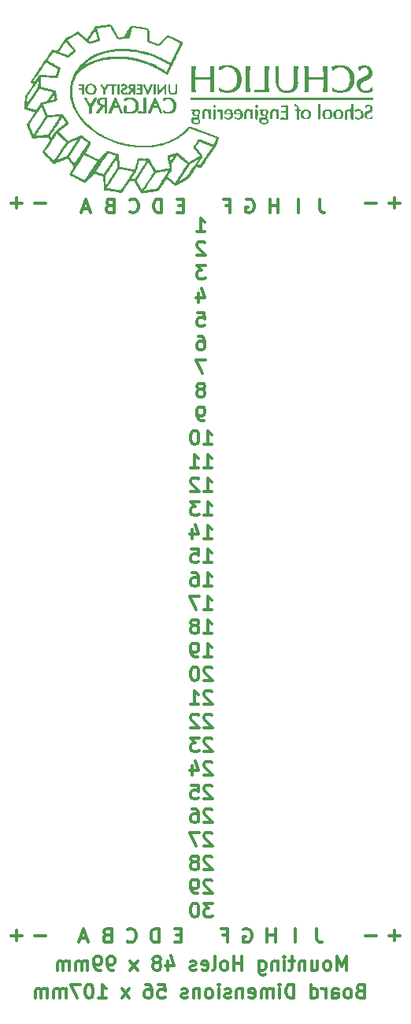
<source format=gbo>
G04 #@! TF.GenerationSoftware,KiCad,Pcbnew,8.0.2*
G04 #@! TF.CreationDate,2024-08-26T09:39:57-06:00*
G04 #@! TF.ProjectId,Perfboard,50657266-626f-4617-9264-2e6b69636164,rev?*
G04 #@! TF.SameCoordinates,Original*
G04 #@! TF.FileFunction,Legend,Bot*
G04 #@! TF.FilePolarity,Positive*
%FSLAX46Y46*%
G04 Gerber Fmt 4.6, Leading zero omitted, Abs format (unit mm)*
G04 Created by KiCad (PCBNEW 8.0.2) date 2024-08-26 09:39:57*
%MOMM*%
%LPD*%
G01*
G04 APERTURE LIST*
%ADD10C,0.300000*%
%ADD11C,0.000000*%
%ADD12C,1.803200*%
%ADD13C,2.600000*%
%ADD14C,3.800000*%
G04 APERTURE END LIST*
D10*
X147016917Y-115865685D02*
X146945489Y-115794257D01*
X146945489Y-115794257D02*
X146802632Y-115722828D01*
X146802632Y-115722828D02*
X146445489Y-115722828D01*
X146445489Y-115722828D02*
X146302632Y-115794257D01*
X146302632Y-115794257D02*
X146231203Y-115865685D01*
X146231203Y-115865685D02*
X146159774Y-116008542D01*
X146159774Y-116008542D02*
X146159774Y-116151400D01*
X146159774Y-116151400D02*
X146231203Y-116365685D01*
X146231203Y-116365685D02*
X147088346Y-117222828D01*
X147088346Y-117222828D02*
X146159774Y-117222828D01*
X144731203Y-117222828D02*
X145588346Y-117222828D01*
X145159775Y-117222828D02*
X145159775Y-115722828D01*
X145159775Y-115722828D02*
X145302632Y-115937114D01*
X145302632Y-115937114D02*
X145445489Y-116079971D01*
X145445489Y-116079971D02*
X145588346Y-116151400D01*
X146326346Y-70002828D02*
X145397774Y-70002828D01*
X145397774Y-70002828D02*
X145897774Y-70574257D01*
X145897774Y-70574257D02*
X145683489Y-70574257D01*
X145683489Y-70574257D02*
X145540632Y-70645685D01*
X145540632Y-70645685D02*
X145469203Y-70717114D01*
X145469203Y-70717114D02*
X145397774Y-70859971D01*
X145397774Y-70859971D02*
X145397774Y-71217114D01*
X145397774Y-71217114D02*
X145469203Y-71359971D01*
X145469203Y-71359971D02*
X145540632Y-71431400D01*
X145540632Y-71431400D02*
X145683489Y-71502828D01*
X145683489Y-71502828D02*
X146112060Y-71502828D01*
X146112060Y-71502828D02*
X146254917Y-71431400D01*
X146254917Y-71431400D02*
X146326346Y-71359971D01*
X147016917Y-113325685D02*
X146945489Y-113254257D01*
X146945489Y-113254257D02*
X146802632Y-113182828D01*
X146802632Y-113182828D02*
X146445489Y-113182828D01*
X146445489Y-113182828D02*
X146302632Y-113254257D01*
X146302632Y-113254257D02*
X146231203Y-113325685D01*
X146231203Y-113325685D02*
X146159774Y-113468542D01*
X146159774Y-113468542D02*
X146159774Y-113611400D01*
X146159774Y-113611400D02*
X146231203Y-113825685D01*
X146231203Y-113825685D02*
X147088346Y-114682828D01*
X147088346Y-114682828D02*
X146159774Y-114682828D01*
X145231203Y-113182828D02*
X145088346Y-113182828D01*
X145088346Y-113182828D02*
X144945489Y-113254257D01*
X144945489Y-113254257D02*
X144874061Y-113325685D01*
X144874061Y-113325685D02*
X144802632Y-113468542D01*
X144802632Y-113468542D02*
X144731203Y-113754257D01*
X144731203Y-113754257D02*
X144731203Y-114111400D01*
X144731203Y-114111400D02*
X144802632Y-114397114D01*
X144802632Y-114397114D02*
X144874061Y-114539971D01*
X144874061Y-114539971D02*
X144945489Y-114611400D01*
X144945489Y-114611400D02*
X145088346Y-114682828D01*
X145088346Y-114682828D02*
X145231203Y-114682828D01*
X145231203Y-114682828D02*
X145374061Y-114611400D01*
X145374061Y-114611400D02*
X145445489Y-114539971D01*
X145445489Y-114539971D02*
X145516918Y-114397114D01*
X145516918Y-114397114D02*
X145588346Y-114111400D01*
X145588346Y-114111400D02*
X145588346Y-113754257D01*
X145588346Y-113754257D02*
X145516918Y-113468542D01*
X145516918Y-113468542D02*
X145445489Y-113325685D01*
X145445489Y-113325685D02*
X145374061Y-113254257D01*
X145374061Y-113254257D02*
X145231203Y-113182828D01*
X143970226Y-63605114D02*
X143470226Y-63605114D01*
X143255940Y-64390828D02*
X143970226Y-64390828D01*
X143970226Y-64390828D02*
X143970226Y-62890828D01*
X143970226Y-62890828D02*
X143255940Y-62890828D01*
X167206631Y-142051400D02*
X166063774Y-142051400D01*
X166635202Y-142622828D02*
X166635202Y-141479971D01*
X146159774Y-91822828D02*
X147016917Y-91822828D01*
X146588346Y-91822828D02*
X146588346Y-90322828D01*
X146588346Y-90322828D02*
X146731203Y-90537114D01*
X146731203Y-90537114D02*
X146874060Y-90679971D01*
X146874060Y-90679971D02*
X147016917Y-90751400D01*
X144731203Y-91822828D02*
X145588346Y-91822828D01*
X145159775Y-91822828D02*
X145159775Y-90322828D01*
X145159775Y-90322828D02*
X145302632Y-90537114D01*
X145302632Y-90537114D02*
X145445489Y-90679971D01*
X145445489Y-90679971D02*
X145588346Y-90751400D01*
X147016917Y-118405685D02*
X146945489Y-118334257D01*
X146945489Y-118334257D02*
X146802632Y-118262828D01*
X146802632Y-118262828D02*
X146445489Y-118262828D01*
X146445489Y-118262828D02*
X146302632Y-118334257D01*
X146302632Y-118334257D02*
X146231203Y-118405685D01*
X146231203Y-118405685D02*
X146159774Y-118548542D01*
X146159774Y-118548542D02*
X146159774Y-118691400D01*
X146159774Y-118691400D02*
X146231203Y-118905685D01*
X146231203Y-118905685D02*
X147088346Y-119762828D01*
X147088346Y-119762828D02*
X146159774Y-119762828D01*
X145588346Y-118405685D02*
X145516918Y-118334257D01*
X145516918Y-118334257D02*
X145374061Y-118262828D01*
X145374061Y-118262828D02*
X145016918Y-118262828D01*
X145016918Y-118262828D02*
X144874061Y-118334257D01*
X144874061Y-118334257D02*
X144802632Y-118405685D01*
X144802632Y-118405685D02*
X144731203Y-118548542D01*
X144731203Y-118548542D02*
X144731203Y-118691400D01*
X144731203Y-118691400D02*
X144802632Y-118905685D01*
X144802632Y-118905685D02*
X145659775Y-119762828D01*
X145659775Y-119762828D02*
X144731203Y-119762828D01*
X126566631Y-142051400D02*
X125423774Y-142051400D01*
X125995202Y-142622828D02*
X125995202Y-141479971D01*
X141573083Y-64390828D02*
X141573083Y-62890828D01*
X141573083Y-62890828D02*
X141215940Y-62890828D01*
X141215940Y-62890828D02*
X141001654Y-62962257D01*
X141001654Y-62962257D02*
X140858797Y-63105114D01*
X140858797Y-63105114D02*
X140787368Y-63247971D01*
X140787368Y-63247971D02*
X140715940Y-63533685D01*
X140715940Y-63533685D02*
X140715940Y-63747971D01*
X140715940Y-63747971D02*
X140787368Y-64033685D01*
X140787368Y-64033685D02*
X140858797Y-64176542D01*
X140858797Y-64176542D02*
X141001654Y-64319400D01*
X141001654Y-64319400D02*
X141215940Y-64390828D01*
X141215940Y-64390828D02*
X141573083Y-64390828D01*
X154090512Y-64390828D02*
X154090512Y-62890828D01*
X154090512Y-63605114D02*
X153233369Y-63605114D01*
X153233369Y-64390828D02*
X153233369Y-62890828D01*
X143697368Y-142015114D02*
X143197368Y-142015114D01*
X142983082Y-142800828D02*
X143697368Y-142800828D01*
X143697368Y-142800828D02*
X143697368Y-141300828D01*
X143697368Y-141300828D02*
X142983082Y-141300828D01*
X158294510Y-141300828D02*
X158294510Y-142372257D01*
X158294510Y-142372257D02*
X158365939Y-142586542D01*
X158365939Y-142586542D02*
X158508796Y-142729400D01*
X158508796Y-142729400D02*
X158723082Y-142800828D01*
X158723082Y-142800828D02*
X158865939Y-142800828D01*
X167206631Y-63311400D02*
X166063774Y-63311400D01*
X166635202Y-63882828D02*
X166635202Y-62739971D01*
X153817654Y-142800828D02*
X153817654Y-141300828D01*
X153817654Y-142015114D02*
X152960511Y-142015114D01*
X152960511Y-142800828D02*
X152960511Y-141300828D01*
X146159774Y-107062828D02*
X147016917Y-107062828D01*
X146588346Y-107062828D02*
X146588346Y-105562828D01*
X146588346Y-105562828D02*
X146731203Y-105777114D01*
X146731203Y-105777114D02*
X146874060Y-105919971D01*
X146874060Y-105919971D02*
X147016917Y-105991400D01*
X145659775Y-105562828D02*
X144659775Y-105562828D01*
X144659775Y-105562828D02*
X145302632Y-107062828D01*
X146159774Y-109602828D02*
X147016917Y-109602828D01*
X146588346Y-109602828D02*
X146588346Y-108102828D01*
X146588346Y-108102828D02*
X146731203Y-108317114D01*
X146731203Y-108317114D02*
X146874060Y-108459971D01*
X146874060Y-108459971D02*
X147016917Y-108531400D01*
X145302632Y-108745685D02*
X145445489Y-108674257D01*
X145445489Y-108674257D02*
X145516918Y-108602828D01*
X145516918Y-108602828D02*
X145588346Y-108459971D01*
X145588346Y-108459971D02*
X145588346Y-108388542D01*
X145588346Y-108388542D02*
X145516918Y-108245685D01*
X145516918Y-108245685D02*
X145445489Y-108174257D01*
X145445489Y-108174257D02*
X145302632Y-108102828D01*
X145302632Y-108102828D02*
X145016918Y-108102828D01*
X145016918Y-108102828D02*
X144874061Y-108174257D01*
X144874061Y-108174257D02*
X144802632Y-108245685D01*
X144802632Y-108245685D02*
X144731203Y-108388542D01*
X144731203Y-108388542D02*
X144731203Y-108459971D01*
X144731203Y-108459971D02*
X144802632Y-108602828D01*
X144802632Y-108602828D02*
X144874061Y-108674257D01*
X144874061Y-108674257D02*
X145016918Y-108745685D01*
X145016918Y-108745685D02*
X145302632Y-108745685D01*
X145302632Y-108745685D02*
X145445489Y-108817114D01*
X145445489Y-108817114D02*
X145516918Y-108888542D01*
X145516918Y-108888542D02*
X145588346Y-109031400D01*
X145588346Y-109031400D02*
X145588346Y-109317114D01*
X145588346Y-109317114D02*
X145516918Y-109459971D01*
X145516918Y-109459971D02*
X145445489Y-109531400D01*
X145445489Y-109531400D02*
X145302632Y-109602828D01*
X145302632Y-109602828D02*
X145016918Y-109602828D01*
X145016918Y-109602828D02*
X144874061Y-109531400D01*
X144874061Y-109531400D02*
X144802632Y-109459971D01*
X144802632Y-109459971D02*
X144731203Y-109317114D01*
X144731203Y-109317114D02*
X144731203Y-109031400D01*
X144731203Y-109031400D02*
X144802632Y-108888542D01*
X144802632Y-108888542D02*
X144874061Y-108817114D01*
X144874061Y-108817114D02*
X145016918Y-108745685D01*
X147016917Y-133645685D02*
X146945489Y-133574257D01*
X146945489Y-133574257D02*
X146802632Y-133502828D01*
X146802632Y-133502828D02*
X146445489Y-133502828D01*
X146445489Y-133502828D02*
X146302632Y-133574257D01*
X146302632Y-133574257D02*
X146231203Y-133645685D01*
X146231203Y-133645685D02*
X146159774Y-133788542D01*
X146159774Y-133788542D02*
X146159774Y-133931400D01*
X146159774Y-133931400D02*
X146231203Y-134145685D01*
X146231203Y-134145685D02*
X147088346Y-135002828D01*
X147088346Y-135002828D02*
X146159774Y-135002828D01*
X145302632Y-134145685D02*
X145445489Y-134074257D01*
X145445489Y-134074257D02*
X145516918Y-134002828D01*
X145516918Y-134002828D02*
X145588346Y-133859971D01*
X145588346Y-133859971D02*
X145588346Y-133788542D01*
X145588346Y-133788542D02*
X145516918Y-133645685D01*
X145516918Y-133645685D02*
X145445489Y-133574257D01*
X145445489Y-133574257D02*
X145302632Y-133502828D01*
X145302632Y-133502828D02*
X145016918Y-133502828D01*
X145016918Y-133502828D02*
X144874061Y-133574257D01*
X144874061Y-133574257D02*
X144802632Y-133645685D01*
X144802632Y-133645685D02*
X144731203Y-133788542D01*
X144731203Y-133788542D02*
X144731203Y-133859971D01*
X144731203Y-133859971D02*
X144802632Y-134002828D01*
X144802632Y-134002828D02*
X144874061Y-134074257D01*
X144874061Y-134074257D02*
X145016918Y-134145685D01*
X145016918Y-134145685D02*
X145302632Y-134145685D01*
X145302632Y-134145685D02*
X145445489Y-134217114D01*
X145445489Y-134217114D02*
X145516918Y-134288542D01*
X145516918Y-134288542D02*
X145588346Y-134431400D01*
X145588346Y-134431400D02*
X145588346Y-134717114D01*
X145588346Y-134717114D02*
X145516918Y-134859971D01*
X145516918Y-134859971D02*
X145445489Y-134931400D01*
X145445489Y-134931400D02*
X145302632Y-135002828D01*
X145302632Y-135002828D02*
X145016918Y-135002828D01*
X145016918Y-135002828D02*
X144874061Y-134931400D01*
X144874061Y-134931400D02*
X144802632Y-134859971D01*
X144802632Y-134859971D02*
X144731203Y-134717114D01*
X144731203Y-134717114D02*
X144731203Y-134431400D01*
X144731203Y-134431400D02*
X144802632Y-134288542D01*
X144802632Y-134288542D02*
X144874061Y-134217114D01*
X144874061Y-134217114D02*
X145016918Y-134145685D01*
X164666631Y-63311400D02*
X163523774Y-63311400D01*
X148205939Y-142015114D02*
X148705939Y-142015114D01*
X148705939Y-142800828D02*
X148705939Y-141300828D01*
X148705939Y-141300828D02*
X147991653Y-141300828D01*
X146159774Y-94362828D02*
X147016917Y-94362828D01*
X146588346Y-94362828D02*
X146588346Y-92862828D01*
X146588346Y-92862828D02*
X146731203Y-93077114D01*
X146731203Y-93077114D02*
X146874060Y-93219971D01*
X146874060Y-93219971D02*
X147016917Y-93291400D01*
X145588346Y-93005685D02*
X145516918Y-92934257D01*
X145516918Y-92934257D02*
X145374061Y-92862828D01*
X145374061Y-92862828D02*
X145016918Y-92862828D01*
X145016918Y-92862828D02*
X144874061Y-92934257D01*
X144874061Y-92934257D02*
X144802632Y-93005685D01*
X144802632Y-93005685D02*
X144731203Y-93148542D01*
X144731203Y-93148542D02*
X144731203Y-93291400D01*
X144731203Y-93291400D02*
X144802632Y-93505685D01*
X144802632Y-93505685D02*
X145659775Y-94362828D01*
X145659775Y-94362828D02*
X144731203Y-94362828D01*
X162945489Y-148015114D02*
X162731203Y-148086542D01*
X162731203Y-148086542D02*
X162659774Y-148157971D01*
X162659774Y-148157971D02*
X162588346Y-148300828D01*
X162588346Y-148300828D02*
X162588346Y-148515114D01*
X162588346Y-148515114D02*
X162659774Y-148657971D01*
X162659774Y-148657971D02*
X162731203Y-148729400D01*
X162731203Y-148729400D02*
X162874060Y-148800828D01*
X162874060Y-148800828D02*
X163445489Y-148800828D01*
X163445489Y-148800828D02*
X163445489Y-147300828D01*
X163445489Y-147300828D02*
X162945489Y-147300828D01*
X162945489Y-147300828D02*
X162802632Y-147372257D01*
X162802632Y-147372257D02*
X162731203Y-147443685D01*
X162731203Y-147443685D02*
X162659774Y-147586542D01*
X162659774Y-147586542D02*
X162659774Y-147729400D01*
X162659774Y-147729400D02*
X162731203Y-147872257D01*
X162731203Y-147872257D02*
X162802632Y-147943685D01*
X162802632Y-147943685D02*
X162945489Y-148015114D01*
X162945489Y-148015114D02*
X163445489Y-148015114D01*
X161731203Y-148800828D02*
X161874060Y-148729400D01*
X161874060Y-148729400D02*
X161945489Y-148657971D01*
X161945489Y-148657971D02*
X162016917Y-148515114D01*
X162016917Y-148515114D02*
X162016917Y-148086542D01*
X162016917Y-148086542D02*
X161945489Y-147943685D01*
X161945489Y-147943685D02*
X161874060Y-147872257D01*
X161874060Y-147872257D02*
X161731203Y-147800828D01*
X161731203Y-147800828D02*
X161516917Y-147800828D01*
X161516917Y-147800828D02*
X161374060Y-147872257D01*
X161374060Y-147872257D02*
X161302632Y-147943685D01*
X161302632Y-147943685D02*
X161231203Y-148086542D01*
X161231203Y-148086542D02*
X161231203Y-148515114D01*
X161231203Y-148515114D02*
X161302632Y-148657971D01*
X161302632Y-148657971D02*
X161374060Y-148729400D01*
X161374060Y-148729400D02*
X161516917Y-148800828D01*
X161516917Y-148800828D02*
X161731203Y-148800828D01*
X159945489Y-148800828D02*
X159945489Y-148015114D01*
X159945489Y-148015114D02*
X160016917Y-147872257D01*
X160016917Y-147872257D02*
X160159774Y-147800828D01*
X160159774Y-147800828D02*
X160445489Y-147800828D01*
X160445489Y-147800828D02*
X160588346Y-147872257D01*
X159945489Y-148729400D02*
X160088346Y-148800828D01*
X160088346Y-148800828D02*
X160445489Y-148800828D01*
X160445489Y-148800828D02*
X160588346Y-148729400D01*
X160588346Y-148729400D02*
X160659774Y-148586542D01*
X160659774Y-148586542D02*
X160659774Y-148443685D01*
X160659774Y-148443685D02*
X160588346Y-148300828D01*
X160588346Y-148300828D02*
X160445489Y-148229400D01*
X160445489Y-148229400D02*
X160088346Y-148229400D01*
X160088346Y-148229400D02*
X159945489Y-148157971D01*
X159231203Y-148800828D02*
X159231203Y-147800828D01*
X159231203Y-148086542D02*
X159159774Y-147943685D01*
X159159774Y-147943685D02*
X159088346Y-147872257D01*
X159088346Y-147872257D02*
X158945488Y-147800828D01*
X158945488Y-147800828D02*
X158802631Y-147800828D01*
X157659775Y-148800828D02*
X157659775Y-147300828D01*
X157659775Y-148729400D02*
X157802632Y-148800828D01*
X157802632Y-148800828D02*
X158088346Y-148800828D01*
X158088346Y-148800828D02*
X158231203Y-148729400D01*
X158231203Y-148729400D02*
X158302632Y-148657971D01*
X158302632Y-148657971D02*
X158374060Y-148515114D01*
X158374060Y-148515114D02*
X158374060Y-148086542D01*
X158374060Y-148086542D02*
X158302632Y-147943685D01*
X158302632Y-147943685D02*
X158231203Y-147872257D01*
X158231203Y-147872257D02*
X158088346Y-147800828D01*
X158088346Y-147800828D02*
X157802632Y-147800828D01*
X157802632Y-147800828D02*
X157659775Y-147872257D01*
X155802632Y-148800828D02*
X155802632Y-147300828D01*
X155802632Y-147300828D02*
X155445489Y-147300828D01*
X155445489Y-147300828D02*
X155231203Y-147372257D01*
X155231203Y-147372257D02*
X155088346Y-147515114D01*
X155088346Y-147515114D02*
X155016917Y-147657971D01*
X155016917Y-147657971D02*
X154945489Y-147943685D01*
X154945489Y-147943685D02*
X154945489Y-148157971D01*
X154945489Y-148157971D02*
X155016917Y-148443685D01*
X155016917Y-148443685D02*
X155088346Y-148586542D01*
X155088346Y-148586542D02*
X155231203Y-148729400D01*
X155231203Y-148729400D02*
X155445489Y-148800828D01*
X155445489Y-148800828D02*
X155802632Y-148800828D01*
X154302632Y-148800828D02*
X154302632Y-147800828D01*
X154302632Y-147300828D02*
X154374060Y-147372257D01*
X154374060Y-147372257D02*
X154302632Y-147443685D01*
X154302632Y-147443685D02*
X154231203Y-147372257D01*
X154231203Y-147372257D02*
X154302632Y-147300828D01*
X154302632Y-147300828D02*
X154302632Y-147443685D01*
X153588346Y-148800828D02*
X153588346Y-147800828D01*
X153588346Y-147943685D02*
X153516917Y-147872257D01*
X153516917Y-147872257D02*
X153374060Y-147800828D01*
X153374060Y-147800828D02*
X153159774Y-147800828D01*
X153159774Y-147800828D02*
X153016917Y-147872257D01*
X153016917Y-147872257D02*
X152945489Y-148015114D01*
X152945489Y-148015114D02*
X152945489Y-148800828D01*
X152945489Y-148015114D02*
X152874060Y-147872257D01*
X152874060Y-147872257D02*
X152731203Y-147800828D01*
X152731203Y-147800828D02*
X152516917Y-147800828D01*
X152516917Y-147800828D02*
X152374060Y-147872257D01*
X152374060Y-147872257D02*
X152302631Y-148015114D01*
X152302631Y-148015114D02*
X152302631Y-148800828D01*
X151016917Y-148729400D02*
X151159774Y-148800828D01*
X151159774Y-148800828D02*
X151445489Y-148800828D01*
X151445489Y-148800828D02*
X151588346Y-148729400D01*
X151588346Y-148729400D02*
X151659774Y-148586542D01*
X151659774Y-148586542D02*
X151659774Y-148015114D01*
X151659774Y-148015114D02*
X151588346Y-147872257D01*
X151588346Y-147872257D02*
X151445489Y-147800828D01*
X151445489Y-147800828D02*
X151159774Y-147800828D01*
X151159774Y-147800828D02*
X151016917Y-147872257D01*
X151016917Y-147872257D02*
X150945489Y-148015114D01*
X150945489Y-148015114D02*
X150945489Y-148157971D01*
X150945489Y-148157971D02*
X151659774Y-148300828D01*
X150302632Y-147800828D02*
X150302632Y-148800828D01*
X150302632Y-147943685D02*
X150231203Y-147872257D01*
X150231203Y-147872257D02*
X150088346Y-147800828D01*
X150088346Y-147800828D02*
X149874060Y-147800828D01*
X149874060Y-147800828D02*
X149731203Y-147872257D01*
X149731203Y-147872257D02*
X149659775Y-148015114D01*
X149659775Y-148015114D02*
X149659775Y-148800828D01*
X149016917Y-148729400D02*
X148874060Y-148800828D01*
X148874060Y-148800828D02*
X148588346Y-148800828D01*
X148588346Y-148800828D02*
X148445489Y-148729400D01*
X148445489Y-148729400D02*
X148374060Y-148586542D01*
X148374060Y-148586542D02*
X148374060Y-148515114D01*
X148374060Y-148515114D02*
X148445489Y-148372257D01*
X148445489Y-148372257D02*
X148588346Y-148300828D01*
X148588346Y-148300828D02*
X148802632Y-148300828D01*
X148802632Y-148300828D02*
X148945489Y-148229400D01*
X148945489Y-148229400D02*
X149016917Y-148086542D01*
X149016917Y-148086542D02*
X149016917Y-148015114D01*
X149016917Y-148015114D02*
X148945489Y-147872257D01*
X148945489Y-147872257D02*
X148802632Y-147800828D01*
X148802632Y-147800828D02*
X148588346Y-147800828D01*
X148588346Y-147800828D02*
X148445489Y-147872257D01*
X147731203Y-148800828D02*
X147731203Y-147800828D01*
X147731203Y-147300828D02*
X147802631Y-147372257D01*
X147802631Y-147372257D02*
X147731203Y-147443685D01*
X147731203Y-147443685D02*
X147659774Y-147372257D01*
X147659774Y-147372257D02*
X147731203Y-147300828D01*
X147731203Y-147300828D02*
X147731203Y-147443685D01*
X146802631Y-148800828D02*
X146945488Y-148729400D01*
X146945488Y-148729400D02*
X147016917Y-148657971D01*
X147016917Y-148657971D02*
X147088345Y-148515114D01*
X147088345Y-148515114D02*
X147088345Y-148086542D01*
X147088345Y-148086542D02*
X147016917Y-147943685D01*
X147016917Y-147943685D02*
X146945488Y-147872257D01*
X146945488Y-147872257D02*
X146802631Y-147800828D01*
X146802631Y-147800828D02*
X146588345Y-147800828D01*
X146588345Y-147800828D02*
X146445488Y-147872257D01*
X146445488Y-147872257D02*
X146374060Y-147943685D01*
X146374060Y-147943685D02*
X146302631Y-148086542D01*
X146302631Y-148086542D02*
X146302631Y-148515114D01*
X146302631Y-148515114D02*
X146374060Y-148657971D01*
X146374060Y-148657971D02*
X146445488Y-148729400D01*
X146445488Y-148729400D02*
X146588345Y-148800828D01*
X146588345Y-148800828D02*
X146802631Y-148800828D01*
X145659774Y-147800828D02*
X145659774Y-148800828D01*
X145659774Y-147943685D02*
X145588345Y-147872257D01*
X145588345Y-147872257D02*
X145445488Y-147800828D01*
X145445488Y-147800828D02*
X145231202Y-147800828D01*
X145231202Y-147800828D02*
X145088345Y-147872257D01*
X145088345Y-147872257D02*
X145016917Y-148015114D01*
X145016917Y-148015114D02*
X145016917Y-148800828D01*
X144374059Y-148729400D02*
X144231202Y-148800828D01*
X144231202Y-148800828D02*
X143945488Y-148800828D01*
X143945488Y-148800828D02*
X143802631Y-148729400D01*
X143802631Y-148729400D02*
X143731202Y-148586542D01*
X143731202Y-148586542D02*
X143731202Y-148515114D01*
X143731202Y-148515114D02*
X143802631Y-148372257D01*
X143802631Y-148372257D02*
X143945488Y-148300828D01*
X143945488Y-148300828D02*
X144159774Y-148300828D01*
X144159774Y-148300828D02*
X144302631Y-148229400D01*
X144302631Y-148229400D02*
X144374059Y-148086542D01*
X144374059Y-148086542D02*
X144374059Y-148015114D01*
X144374059Y-148015114D02*
X144302631Y-147872257D01*
X144302631Y-147872257D02*
X144159774Y-147800828D01*
X144159774Y-147800828D02*
X143945488Y-147800828D01*
X143945488Y-147800828D02*
X143802631Y-147872257D01*
X141231202Y-147300828D02*
X141945488Y-147300828D01*
X141945488Y-147300828D02*
X142016916Y-148015114D01*
X142016916Y-148015114D02*
X141945488Y-147943685D01*
X141945488Y-147943685D02*
X141802631Y-147872257D01*
X141802631Y-147872257D02*
X141445488Y-147872257D01*
X141445488Y-147872257D02*
X141302631Y-147943685D01*
X141302631Y-147943685D02*
X141231202Y-148015114D01*
X141231202Y-148015114D02*
X141159773Y-148157971D01*
X141159773Y-148157971D02*
X141159773Y-148515114D01*
X141159773Y-148515114D02*
X141231202Y-148657971D01*
X141231202Y-148657971D02*
X141302631Y-148729400D01*
X141302631Y-148729400D02*
X141445488Y-148800828D01*
X141445488Y-148800828D02*
X141802631Y-148800828D01*
X141802631Y-148800828D02*
X141945488Y-148729400D01*
X141945488Y-148729400D02*
X142016916Y-148657971D01*
X139874060Y-147300828D02*
X140159774Y-147300828D01*
X140159774Y-147300828D02*
X140302631Y-147372257D01*
X140302631Y-147372257D02*
X140374060Y-147443685D01*
X140374060Y-147443685D02*
X140516917Y-147657971D01*
X140516917Y-147657971D02*
X140588345Y-147943685D01*
X140588345Y-147943685D02*
X140588345Y-148515114D01*
X140588345Y-148515114D02*
X140516917Y-148657971D01*
X140516917Y-148657971D02*
X140445488Y-148729400D01*
X140445488Y-148729400D02*
X140302631Y-148800828D01*
X140302631Y-148800828D02*
X140016917Y-148800828D01*
X140016917Y-148800828D02*
X139874060Y-148729400D01*
X139874060Y-148729400D02*
X139802631Y-148657971D01*
X139802631Y-148657971D02*
X139731202Y-148515114D01*
X139731202Y-148515114D02*
X139731202Y-148157971D01*
X139731202Y-148157971D02*
X139802631Y-148015114D01*
X139802631Y-148015114D02*
X139874060Y-147943685D01*
X139874060Y-147943685D02*
X140016917Y-147872257D01*
X140016917Y-147872257D02*
X140302631Y-147872257D01*
X140302631Y-147872257D02*
X140445488Y-147943685D01*
X140445488Y-147943685D02*
X140516917Y-148015114D01*
X140516917Y-148015114D02*
X140588345Y-148157971D01*
X138088346Y-148800828D02*
X137302632Y-147800828D01*
X138088346Y-147800828D02*
X137302632Y-148800828D01*
X134802631Y-148800828D02*
X135659774Y-148800828D01*
X135231203Y-148800828D02*
X135231203Y-147300828D01*
X135231203Y-147300828D02*
X135374060Y-147515114D01*
X135374060Y-147515114D02*
X135516917Y-147657971D01*
X135516917Y-147657971D02*
X135659774Y-147729400D01*
X133874060Y-147300828D02*
X133731203Y-147300828D01*
X133731203Y-147300828D02*
X133588346Y-147372257D01*
X133588346Y-147372257D02*
X133516918Y-147443685D01*
X133516918Y-147443685D02*
X133445489Y-147586542D01*
X133445489Y-147586542D02*
X133374060Y-147872257D01*
X133374060Y-147872257D02*
X133374060Y-148229400D01*
X133374060Y-148229400D02*
X133445489Y-148515114D01*
X133445489Y-148515114D02*
X133516918Y-148657971D01*
X133516918Y-148657971D02*
X133588346Y-148729400D01*
X133588346Y-148729400D02*
X133731203Y-148800828D01*
X133731203Y-148800828D02*
X133874060Y-148800828D01*
X133874060Y-148800828D02*
X134016918Y-148729400D01*
X134016918Y-148729400D02*
X134088346Y-148657971D01*
X134088346Y-148657971D02*
X134159775Y-148515114D01*
X134159775Y-148515114D02*
X134231203Y-148229400D01*
X134231203Y-148229400D02*
X134231203Y-147872257D01*
X134231203Y-147872257D02*
X134159775Y-147586542D01*
X134159775Y-147586542D02*
X134088346Y-147443685D01*
X134088346Y-147443685D02*
X134016918Y-147372257D01*
X134016918Y-147372257D02*
X133874060Y-147300828D01*
X132874061Y-147300828D02*
X131874061Y-147300828D01*
X131874061Y-147300828D02*
X132516918Y-148800828D01*
X131302633Y-148800828D02*
X131302633Y-147800828D01*
X131302633Y-147943685D02*
X131231204Y-147872257D01*
X131231204Y-147872257D02*
X131088347Y-147800828D01*
X131088347Y-147800828D02*
X130874061Y-147800828D01*
X130874061Y-147800828D02*
X130731204Y-147872257D01*
X130731204Y-147872257D02*
X130659776Y-148015114D01*
X130659776Y-148015114D02*
X130659776Y-148800828D01*
X130659776Y-148015114D02*
X130588347Y-147872257D01*
X130588347Y-147872257D02*
X130445490Y-147800828D01*
X130445490Y-147800828D02*
X130231204Y-147800828D01*
X130231204Y-147800828D02*
X130088347Y-147872257D01*
X130088347Y-147872257D02*
X130016918Y-148015114D01*
X130016918Y-148015114D02*
X130016918Y-148800828D01*
X129302633Y-148800828D02*
X129302633Y-147800828D01*
X129302633Y-147943685D02*
X129231204Y-147872257D01*
X129231204Y-147872257D02*
X129088347Y-147800828D01*
X129088347Y-147800828D02*
X128874061Y-147800828D01*
X128874061Y-147800828D02*
X128731204Y-147872257D01*
X128731204Y-147872257D02*
X128659776Y-148015114D01*
X128659776Y-148015114D02*
X128659776Y-148800828D01*
X128659776Y-148015114D02*
X128588347Y-147872257D01*
X128588347Y-147872257D02*
X128445490Y-147800828D01*
X128445490Y-147800828D02*
X128231204Y-147800828D01*
X128231204Y-147800828D02*
X128088347Y-147872257D01*
X128088347Y-147872257D02*
X128016918Y-148015114D01*
X128016918Y-148015114D02*
X128016918Y-148800828D01*
X135993083Y-63605114D02*
X135778797Y-63676542D01*
X135778797Y-63676542D02*
X135707368Y-63747971D01*
X135707368Y-63747971D02*
X135635940Y-63890828D01*
X135635940Y-63890828D02*
X135635940Y-64105114D01*
X135635940Y-64105114D02*
X135707368Y-64247971D01*
X135707368Y-64247971D02*
X135778797Y-64319400D01*
X135778797Y-64319400D02*
X135921654Y-64390828D01*
X135921654Y-64390828D02*
X136493083Y-64390828D01*
X136493083Y-64390828D02*
X136493083Y-62890828D01*
X136493083Y-62890828D02*
X135993083Y-62890828D01*
X135993083Y-62890828D02*
X135850226Y-62962257D01*
X135850226Y-62962257D02*
X135778797Y-63033685D01*
X135778797Y-63033685D02*
X135707368Y-63176542D01*
X135707368Y-63176542D02*
X135707368Y-63319400D01*
X135707368Y-63319400D02*
X135778797Y-63462257D01*
X135778797Y-63462257D02*
X135850226Y-63533685D01*
X135850226Y-63533685D02*
X135993083Y-63605114D01*
X135993083Y-63605114D02*
X136493083Y-63605114D01*
X146159774Y-101982828D02*
X147016917Y-101982828D01*
X146588346Y-101982828D02*
X146588346Y-100482828D01*
X146588346Y-100482828D02*
X146731203Y-100697114D01*
X146731203Y-100697114D02*
X146874060Y-100839971D01*
X146874060Y-100839971D02*
X147016917Y-100911400D01*
X144802632Y-100482828D02*
X145516918Y-100482828D01*
X145516918Y-100482828D02*
X145588346Y-101197114D01*
X145588346Y-101197114D02*
X145516918Y-101125685D01*
X145516918Y-101125685D02*
X145374061Y-101054257D01*
X145374061Y-101054257D02*
X145016918Y-101054257D01*
X145016918Y-101054257D02*
X144874061Y-101125685D01*
X144874061Y-101125685D02*
X144802632Y-101197114D01*
X144802632Y-101197114D02*
X144731203Y-101339971D01*
X144731203Y-101339971D02*
X144731203Y-101697114D01*
X144731203Y-101697114D02*
X144802632Y-101839971D01*
X144802632Y-101839971D02*
X144874061Y-101911400D01*
X144874061Y-101911400D02*
X145016918Y-101982828D01*
X145016918Y-101982828D02*
X145374061Y-101982828D01*
X145374061Y-101982828D02*
X145516918Y-101911400D01*
X145516918Y-101911400D02*
X145588346Y-101839971D01*
X158567368Y-62890828D02*
X158567368Y-63962257D01*
X158567368Y-63962257D02*
X158638797Y-64176542D01*
X158638797Y-64176542D02*
X158781654Y-64319400D01*
X158781654Y-64319400D02*
X158995940Y-64390828D01*
X158995940Y-64390828D02*
X159138797Y-64390828D01*
X145397774Y-66422828D02*
X146254917Y-66422828D01*
X145826346Y-66422828D02*
X145826346Y-64922828D01*
X145826346Y-64922828D02*
X145969203Y-65137114D01*
X145969203Y-65137114D02*
X146112060Y-65279971D01*
X146112060Y-65279971D02*
X146254917Y-65351400D01*
X146254917Y-67605685D02*
X146183489Y-67534257D01*
X146183489Y-67534257D02*
X146040632Y-67462828D01*
X146040632Y-67462828D02*
X145683489Y-67462828D01*
X145683489Y-67462828D02*
X145540632Y-67534257D01*
X145540632Y-67534257D02*
X145469203Y-67605685D01*
X145469203Y-67605685D02*
X145397774Y-67748542D01*
X145397774Y-67748542D02*
X145397774Y-67891400D01*
X145397774Y-67891400D02*
X145469203Y-68105685D01*
X145469203Y-68105685D02*
X146326346Y-68962828D01*
X146326346Y-68962828D02*
X145397774Y-68962828D01*
X147016917Y-120945685D02*
X146945489Y-120874257D01*
X146945489Y-120874257D02*
X146802632Y-120802828D01*
X146802632Y-120802828D02*
X146445489Y-120802828D01*
X146445489Y-120802828D02*
X146302632Y-120874257D01*
X146302632Y-120874257D02*
X146231203Y-120945685D01*
X146231203Y-120945685D02*
X146159774Y-121088542D01*
X146159774Y-121088542D02*
X146159774Y-121231400D01*
X146159774Y-121231400D02*
X146231203Y-121445685D01*
X146231203Y-121445685D02*
X147088346Y-122302828D01*
X147088346Y-122302828D02*
X146159774Y-122302828D01*
X145659775Y-120802828D02*
X144731203Y-120802828D01*
X144731203Y-120802828D02*
X145231203Y-121374257D01*
X145231203Y-121374257D02*
X145016918Y-121374257D01*
X145016918Y-121374257D02*
X144874061Y-121445685D01*
X144874061Y-121445685D02*
X144802632Y-121517114D01*
X144802632Y-121517114D02*
X144731203Y-121659971D01*
X144731203Y-121659971D02*
X144731203Y-122017114D01*
X144731203Y-122017114D02*
X144802632Y-122159971D01*
X144802632Y-122159971D02*
X144874061Y-122231400D01*
X144874061Y-122231400D02*
X145016918Y-122302828D01*
X145016918Y-122302828D02*
X145445489Y-122302828D01*
X145445489Y-122302828D02*
X145588346Y-122231400D01*
X145588346Y-122231400D02*
X145659775Y-122159971D01*
X129106631Y-63311400D02*
X127963774Y-63311400D01*
X146159774Y-112142828D02*
X147016917Y-112142828D01*
X146588346Y-112142828D02*
X146588346Y-110642828D01*
X146588346Y-110642828D02*
X146731203Y-110857114D01*
X146731203Y-110857114D02*
X146874060Y-110999971D01*
X146874060Y-110999971D02*
X147016917Y-111071400D01*
X145445489Y-112142828D02*
X145159775Y-112142828D01*
X145159775Y-112142828D02*
X145016918Y-112071400D01*
X145016918Y-112071400D02*
X144945489Y-111999971D01*
X144945489Y-111999971D02*
X144802632Y-111785685D01*
X144802632Y-111785685D02*
X144731203Y-111499971D01*
X144731203Y-111499971D02*
X144731203Y-110928542D01*
X144731203Y-110928542D02*
X144802632Y-110785685D01*
X144802632Y-110785685D02*
X144874061Y-110714257D01*
X144874061Y-110714257D02*
X145016918Y-110642828D01*
X145016918Y-110642828D02*
X145302632Y-110642828D01*
X145302632Y-110642828D02*
X145445489Y-110714257D01*
X145445489Y-110714257D02*
X145516918Y-110785685D01*
X145516918Y-110785685D02*
X145588346Y-110928542D01*
X145588346Y-110928542D02*
X145588346Y-111285685D01*
X145588346Y-111285685D02*
X145516918Y-111428542D01*
X145516918Y-111428542D02*
X145445489Y-111499971D01*
X145445489Y-111499971D02*
X145302632Y-111571400D01*
X145302632Y-111571400D02*
X145016918Y-111571400D01*
X145016918Y-111571400D02*
X144874061Y-111499971D01*
X144874061Y-111499971D02*
X144802632Y-111428542D01*
X144802632Y-111428542D02*
X144731203Y-111285685D01*
X150693368Y-62962257D02*
X150836226Y-62890828D01*
X150836226Y-62890828D02*
X151050511Y-62890828D01*
X151050511Y-62890828D02*
X151264797Y-62962257D01*
X151264797Y-62962257D02*
X151407654Y-63105114D01*
X151407654Y-63105114D02*
X151479083Y-63247971D01*
X151479083Y-63247971D02*
X151550511Y-63533685D01*
X151550511Y-63533685D02*
X151550511Y-63747971D01*
X151550511Y-63747971D02*
X151479083Y-64033685D01*
X151479083Y-64033685D02*
X151407654Y-64176542D01*
X151407654Y-64176542D02*
X151264797Y-64319400D01*
X151264797Y-64319400D02*
X151050511Y-64390828D01*
X151050511Y-64390828D02*
X150907654Y-64390828D01*
X150907654Y-64390828D02*
X150693368Y-64319400D01*
X150693368Y-64319400D02*
X150621940Y-64247971D01*
X150621940Y-64247971D02*
X150621940Y-63747971D01*
X150621940Y-63747971D02*
X150907654Y-63747971D01*
X146159774Y-99442828D02*
X147016917Y-99442828D01*
X146588346Y-99442828D02*
X146588346Y-97942828D01*
X146588346Y-97942828D02*
X146731203Y-98157114D01*
X146731203Y-98157114D02*
X146874060Y-98299971D01*
X146874060Y-98299971D02*
X147016917Y-98371400D01*
X144874061Y-98442828D02*
X144874061Y-99442828D01*
X145231203Y-97871400D02*
X145588346Y-98942828D01*
X145588346Y-98942828D02*
X144659775Y-98942828D01*
X138175940Y-64247971D02*
X138247368Y-64319400D01*
X138247368Y-64319400D02*
X138461654Y-64390828D01*
X138461654Y-64390828D02*
X138604511Y-64390828D01*
X138604511Y-64390828D02*
X138818797Y-64319400D01*
X138818797Y-64319400D02*
X138961654Y-64176542D01*
X138961654Y-64176542D02*
X139033083Y-64033685D01*
X139033083Y-64033685D02*
X139104511Y-63747971D01*
X139104511Y-63747971D02*
X139104511Y-63533685D01*
X139104511Y-63533685D02*
X139033083Y-63247971D01*
X139033083Y-63247971D02*
X138961654Y-63105114D01*
X138961654Y-63105114D02*
X138818797Y-62962257D01*
X138818797Y-62962257D02*
X138604511Y-62890828D01*
X138604511Y-62890828D02*
X138461654Y-62890828D01*
X138461654Y-62890828D02*
X138247368Y-62962257D01*
X138247368Y-62962257D02*
X138175940Y-63033685D01*
X150420510Y-141372257D02*
X150563368Y-141300828D01*
X150563368Y-141300828D02*
X150777653Y-141300828D01*
X150777653Y-141300828D02*
X150991939Y-141372257D01*
X150991939Y-141372257D02*
X151134796Y-141515114D01*
X151134796Y-141515114D02*
X151206225Y-141657971D01*
X151206225Y-141657971D02*
X151277653Y-141943685D01*
X151277653Y-141943685D02*
X151277653Y-142157971D01*
X151277653Y-142157971D02*
X151206225Y-142443685D01*
X151206225Y-142443685D02*
X151134796Y-142586542D01*
X151134796Y-142586542D02*
X150991939Y-142729400D01*
X150991939Y-142729400D02*
X150777653Y-142800828D01*
X150777653Y-142800828D02*
X150634796Y-142800828D01*
X150634796Y-142800828D02*
X150420510Y-142729400D01*
X150420510Y-142729400D02*
X150349082Y-142657971D01*
X150349082Y-142657971D02*
X150349082Y-142157971D01*
X150349082Y-142157971D02*
X150634796Y-142157971D01*
X146159774Y-89282828D02*
X147016917Y-89282828D01*
X146588346Y-89282828D02*
X146588346Y-87782828D01*
X146588346Y-87782828D02*
X146731203Y-87997114D01*
X146731203Y-87997114D02*
X146874060Y-88139971D01*
X146874060Y-88139971D02*
X147016917Y-88211400D01*
X145231203Y-87782828D02*
X145088346Y-87782828D01*
X145088346Y-87782828D02*
X144945489Y-87854257D01*
X144945489Y-87854257D02*
X144874061Y-87925685D01*
X144874061Y-87925685D02*
X144802632Y-88068542D01*
X144802632Y-88068542D02*
X144731203Y-88354257D01*
X144731203Y-88354257D02*
X144731203Y-88711400D01*
X144731203Y-88711400D02*
X144802632Y-88997114D01*
X144802632Y-88997114D02*
X144874061Y-89139971D01*
X144874061Y-89139971D02*
X144945489Y-89211400D01*
X144945489Y-89211400D02*
X145088346Y-89282828D01*
X145088346Y-89282828D02*
X145231203Y-89282828D01*
X145231203Y-89282828D02*
X145374061Y-89211400D01*
X145374061Y-89211400D02*
X145445489Y-89139971D01*
X145445489Y-89139971D02*
X145516918Y-88997114D01*
X145516918Y-88997114D02*
X145588346Y-88711400D01*
X145588346Y-88711400D02*
X145588346Y-88354257D01*
X145588346Y-88354257D02*
X145516918Y-88068542D01*
X145516918Y-88068542D02*
X145445489Y-87925685D01*
X145445489Y-87925685D02*
X145374061Y-87854257D01*
X145374061Y-87854257D02*
X145231203Y-87782828D01*
X145540632Y-73042828D02*
X145540632Y-74042828D01*
X145897774Y-72471400D02*
X146254917Y-73542828D01*
X146254917Y-73542828D02*
X145326346Y-73542828D01*
X147016917Y-126025685D02*
X146945489Y-125954257D01*
X146945489Y-125954257D02*
X146802632Y-125882828D01*
X146802632Y-125882828D02*
X146445489Y-125882828D01*
X146445489Y-125882828D02*
X146302632Y-125954257D01*
X146302632Y-125954257D02*
X146231203Y-126025685D01*
X146231203Y-126025685D02*
X146159774Y-126168542D01*
X146159774Y-126168542D02*
X146159774Y-126311400D01*
X146159774Y-126311400D02*
X146231203Y-126525685D01*
X146231203Y-126525685D02*
X147088346Y-127382828D01*
X147088346Y-127382828D02*
X146159774Y-127382828D01*
X144802632Y-125882828D02*
X145516918Y-125882828D01*
X145516918Y-125882828D02*
X145588346Y-126597114D01*
X145588346Y-126597114D02*
X145516918Y-126525685D01*
X145516918Y-126525685D02*
X145374061Y-126454257D01*
X145374061Y-126454257D02*
X145016918Y-126454257D01*
X145016918Y-126454257D02*
X144874061Y-126525685D01*
X144874061Y-126525685D02*
X144802632Y-126597114D01*
X144802632Y-126597114D02*
X144731203Y-126739971D01*
X144731203Y-126739971D02*
X144731203Y-127097114D01*
X144731203Y-127097114D02*
X144802632Y-127239971D01*
X144802632Y-127239971D02*
X144874061Y-127311400D01*
X144874061Y-127311400D02*
X145016918Y-127382828D01*
X145016918Y-127382828D02*
X145374061Y-127382828D01*
X145374061Y-127382828D02*
X145516918Y-127311400D01*
X145516918Y-127311400D02*
X145588346Y-127239971D01*
X147016917Y-123485685D02*
X146945489Y-123414257D01*
X146945489Y-123414257D02*
X146802632Y-123342828D01*
X146802632Y-123342828D02*
X146445489Y-123342828D01*
X146445489Y-123342828D02*
X146302632Y-123414257D01*
X146302632Y-123414257D02*
X146231203Y-123485685D01*
X146231203Y-123485685D02*
X146159774Y-123628542D01*
X146159774Y-123628542D02*
X146159774Y-123771400D01*
X146159774Y-123771400D02*
X146231203Y-123985685D01*
X146231203Y-123985685D02*
X147088346Y-124842828D01*
X147088346Y-124842828D02*
X146159774Y-124842828D01*
X144874061Y-123842828D02*
X144874061Y-124842828D01*
X145231203Y-123271400D02*
X145588346Y-124342828D01*
X145588346Y-124342828D02*
X144659775Y-124342828D01*
X129106631Y-142051400D02*
X127963774Y-142051400D01*
X145969203Y-83345685D02*
X146112060Y-83274257D01*
X146112060Y-83274257D02*
X146183489Y-83202828D01*
X146183489Y-83202828D02*
X146254917Y-83059971D01*
X146254917Y-83059971D02*
X146254917Y-82988542D01*
X146254917Y-82988542D02*
X146183489Y-82845685D01*
X146183489Y-82845685D02*
X146112060Y-82774257D01*
X146112060Y-82774257D02*
X145969203Y-82702828D01*
X145969203Y-82702828D02*
X145683489Y-82702828D01*
X145683489Y-82702828D02*
X145540632Y-82774257D01*
X145540632Y-82774257D02*
X145469203Y-82845685D01*
X145469203Y-82845685D02*
X145397774Y-82988542D01*
X145397774Y-82988542D02*
X145397774Y-83059971D01*
X145397774Y-83059971D02*
X145469203Y-83202828D01*
X145469203Y-83202828D02*
X145540632Y-83274257D01*
X145540632Y-83274257D02*
X145683489Y-83345685D01*
X145683489Y-83345685D02*
X145969203Y-83345685D01*
X145969203Y-83345685D02*
X146112060Y-83417114D01*
X146112060Y-83417114D02*
X146183489Y-83488542D01*
X146183489Y-83488542D02*
X146254917Y-83631400D01*
X146254917Y-83631400D02*
X146254917Y-83917114D01*
X146254917Y-83917114D02*
X146183489Y-84059971D01*
X146183489Y-84059971D02*
X146112060Y-84131400D01*
X146112060Y-84131400D02*
X145969203Y-84202828D01*
X145969203Y-84202828D02*
X145683489Y-84202828D01*
X145683489Y-84202828D02*
X145540632Y-84131400D01*
X145540632Y-84131400D02*
X145469203Y-84059971D01*
X145469203Y-84059971D02*
X145397774Y-83917114D01*
X145397774Y-83917114D02*
X145397774Y-83631400D01*
X145397774Y-83631400D02*
X145469203Y-83488542D01*
X145469203Y-83488542D02*
X145540632Y-83417114D01*
X145540632Y-83417114D02*
X145683489Y-83345685D01*
X156281369Y-64390828D02*
X156281369Y-62890828D01*
X146159774Y-96902828D02*
X147016917Y-96902828D01*
X146588346Y-96902828D02*
X146588346Y-95402828D01*
X146588346Y-95402828D02*
X146731203Y-95617114D01*
X146731203Y-95617114D02*
X146874060Y-95759971D01*
X146874060Y-95759971D02*
X147016917Y-95831400D01*
X145659775Y-95402828D02*
X144731203Y-95402828D01*
X144731203Y-95402828D02*
X145231203Y-95974257D01*
X145231203Y-95974257D02*
X145016918Y-95974257D01*
X145016918Y-95974257D02*
X144874061Y-96045685D01*
X144874061Y-96045685D02*
X144802632Y-96117114D01*
X144802632Y-96117114D02*
X144731203Y-96259971D01*
X144731203Y-96259971D02*
X144731203Y-96617114D01*
X144731203Y-96617114D02*
X144802632Y-96759971D01*
X144802632Y-96759971D02*
X144874061Y-96831400D01*
X144874061Y-96831400D02*
X145016918Y-96902828D01*
X145016918Y-96902828D02*
X145445489Y-96902828D01*
X145445489Y-96902828D02*
X145588346Y-96831400D01*
X145588346Y-96831400D02*
X145659775Y-96759971D01*
X146159774Y-104522828D02*
X147016917Y-104522828D01*
X146588346Y-104522828D02*
X146588346Y-103022828D01*
X146588346Y-103022828D02*
X146731203Y-103237114D01*
X146731203Y-103237114D02*
X146874060Y-103379971D01*
X146874060Y-103379971D02*
X147016917Y-103451400D01*
X144874061Y-103022828D02*
X145159775Y-103022828D01*
X145159775Y-103022828D02*
X145302632Y-103094257D01*
X145302632Y-103094257D02*
X145374061Y-103165685D01*
X145374061Y-103165685D02*
X145516918Y-103379971D01*
X145516918Y-103379971D02*
X145588346Y-103665685D01*
X145588346Y-103665685D02*
X145588346Y-104237114D01*
X145588346Y-104237114D02*
X145516918Y-104379971D01*
X145516918Y-104379971D02*
X145445489Y-104451400D01*
X145445489Y-104451400D02*
X145302632Y-104522828D01*
X145302632Y-104522828D02*
X145016918Y-104522828D01*
X145016918Y-104522828D02*
X144874061Y-104451400D01*
X144874061Y-104451400D02*
X144802632Y-104379971D01*
X144802632Y-104379971D02*
X144731203Y-104237114D01*
X144731203Y-104237114D02*
X144731203Y-103879971D01*
X144731203Y-103879971D02*
X144802632Y-103737114D01*
X144802632Y-103737114D02*
X144874061Y-103665685D01*
X144874061Y-103665685D02*
X145016918Y-103594257D01*
X145016918Y-103594257D02*
X145302632Y-103594257D01*
X145302632Y-103594257D02*
X145445489Y-103665685D01*
X145445489Y-103665685D02*
X145516918Y-103737114D01*
X145516918Y-103737114D02*
X145588346Y-103879971D01*
X147088346Y-138582828D02*
X146159774Y-138582828D01*
X146159774Y-138582828D02*
X146659774Y-139154257D01*
X146659774Y-139154257D02*
X146445489Y-139154257D01*
X146445489Y-139154257D02*
X146302632Y-139225685D01*
X146302632Y-139225685D02*
X146231203Y-139297114D01*
X146231203Y-139297114D02*
X146159774Y-139439971D01*
X146159774Y-139439971D02*
X146159774Y-139797114D01*
X146159774Y-139797114D02*
X146231203Y-139939971D01*
X146231203Y-139939971D02*
X146302632Y-140011400D01*
X146302632Y-140011400D02*
X146445489Y-140082828D01*
X146445489Y-140082828D02*
X146874060Y-140082828D01*
X146874060Y-140082828D02*
X147016917Y-140011400D01*
X147016917Y-140011400D02*
X147088346Y-139939971D01*
X145231203Y-138582828D02*
X145088346Y-138582828D01*
X145088346Y-138582828D02*
X144945489Y-138654257D01*
X144945489Y-138654257D02*
X144874061Y-138725685D01*
X144874061Y-138725685D02*
X144802632Y-138868542D01*
X144802632Y-138868542D02*
X144731203Y-139154257D01*
X144731203Y-139154257D02*
X144731203Y-139511400D01*
X144731203Y-139511400D02*
X144802632Y-139797114D01*
X144802632Y-139797114D02*
X144874061Y-139939971D01*
X144874061Y-139939971D02*
X144945489Y-140011400D01*
X144945489Y-140011400D02*
X145088346Y-140082828D01*
X145088346Y-140082828D02*
X145231203Y-140082828D01*
X145231203Y-140082828D02*
X145374061Y-140011400D01*
X145374061Y-140011400D02*
X145445489Y-139939971D01*
X145445489Y-139939971D02*
X145516918Y-139797114D01*
X145516918Y-139797114D02*
X145588346Y-139511400D01*
X145588346Y-139511400D02*
X145588346Y-139154257D01*
X145588346Y-139154257D02*
X145516918Y-138868542D01*
X145516918Y-138868542D02*
X145445489Y-138725685D01*
X145445489Y-138725685D02*
X145374061Y-138654257D01*
X145374061Y-138654257D02*
X145231203Y-138582828D01*
X146112060Y-86742828D02*
X145826346Y-86742828D01*
X145826346Y-86742828D02*
X145683489Y-86671400D01*
X145683489Y-86671400D02*
X145612060Y-86599971D01*
X145612060Y-86599971D02*
X145469203Y-86385685D01*
X145469203Y-86385685D02*
X145397774Y-86099971D01*
X145397774Y-86099971D02*
X145397774Y-85528542D01*
X145397774Y-85528542D02*
X145469203Y-85385685D01*
X145469203Y-85385685D02*
X145540632Y-85314257D01*
X145540632Y-85314257D02*
X145683489Y-85242828D01*
X145683489Y-85242828D02*
X145969203Y-85242828D01*
X145969203Y-85242828D02*
X146112060Y-85314257D01*
X146112060Y-85314257D02*
X146183489Y-85385685D01*
X146183489Y-85385685D02*
X146254917Y-85528542D01*
X146254917Y-85528542D02*
X146254917Y-85885685D01*
X146254917Y-85885685D02*
X146183489Y-86028542D01*
X146183489Y-86028542D02*
X146112060Y-86099971D01*
X146112060Y-86099971D02*
X145969203Y-86171400D01*
X145969203Y-86171400D02*
X145683489Y-86171400D01*
X145683489Y-86171400D02*
X145540632Y-86099971D01*
X145540632Y-86099971D02*
X145469203Y-86028542D01*
X145469203Y-86028542D02*
X145397774Y-85885685D01*
X147016917Y-131105685D02*
X146945489Y-131034257D01*
X146945489Y-131034257D02*
X146802632Y-130962828D01*
X146802632Y-130962828D02*
X146445489Y-130962828D01*
X146445489Y-130962828D02*
X146302632Y-131034257D01*
X146302632Y-131034257D02*
X146231203Y-131105685D01*
X146231203Y-131105685D02*
X146159774Y-131248542D01*
X146159774Y-131248542D02*
X146159774Y-131391400D01*
X146159774Y-131391400D02*
X146231203Y-131605685D01*
X146231203Y-131605685D02*
X147088346Y-132462828D01*
X147088346Y-132462828D02*
X146159774Y-132462828D01*
X145659775Y-130962828D02*
X144659775Y-130962828D01*
X144659775Y-130962828D02*
X145302632Y-132462828D01*
X156008511Y-142800828D02*
X156008511Y-141300828D01*
X146326346Y-80162828D02*
X145326346Y-80162828D01*
X145326346Y-80162828D02*
X145969203Y-81662828D01*
X133537367Y-142372257D02*
X132823082Y-142372257D01*
X133680224Y-142800828D02*
X133180224Y-141300828D01*
X133180224Y-141300828D02*
X132680224Y-142800828D01*
X137903082Y-142657971D02*
X137974510Y-142729400D01*
X137974510Y-142729400D02*
X138188796Y-142800828D01*
X138188796Y-142800828D02*
X138331653Y-142800828D01*
X138331653Y-142800828D02*
X138545939Y-142729400D01*
X138545939Y-142729400D02*
X138688796Y-142586542D01*
X138688796Y-142586542D02*
X138760225Y-142443685D01*
X138760225Y-142443685D02*
X138831653Y-142157971D01*
X138831653Y-142157971D02*
X138831653Y-141943685D01*
X138831653Y-141943685D02*
X138760225Y-141657971D01*
X138760225Y-141657971D02*
X138688796Y-141515114D01*
X138688796Y-141515114D02*
X138545939Y-141372257D01*
X138545939Y-141372257D02*
X138331653Y-141300828D01*
X138331653Y-141300828D02*
X138188796Y-141300828D01*
X138188796Y-141300828D02*
X137974510Y-141372257D01*
X137974510Y-141372257D02*
X137903082Y-141443685D01*
X145469203Y-75082828D02*
X146183489Y-75082828D01*
X146183489Y-75082828D02*
X146254917Y-75797114D01*
X146254917Y-75797114D02*
X146183489Y-75725685D01*
X146183489Y-75725685D02*
X146040632Y-75654257D01*
X146040632Y-75654257D02*
X145683489Y-75654257D01*
X145683489Y-75654257D02*
X145540632Y-75725685D01*
X145540632Y-75725685D02*
X145469203Y-75797114D01*
X145469203Y-75797114D02*
X145397774Y-75939971D01*
X145397774Y-75939971D02*
X145397774Y-76297114D01*
X145397774Y-76297114D02*
X145469203Y-76439971D01*
X145469203Y-76439971D02*
X145540632Y-76511400D01*
X145540632Y-76511400D02*
X145683489Y-76582828D01*
X145683489Y-76582828D02*
X146040632Y-76582828D01*
X146040632Y-76582828D02*
X146183489Y-76511400D01*
X146183489Y-76511400D02*
X146254917Y-76439971D01*
X148478797Y-63605114D02*
X148978797Y-63605114D01*
X148978797Y-64390828D02*
X148978797Y-62890828D01*
X148978797Y-62890828D02*
X148264511Y-62890828D01*
X164666631Y-142051400D02*
X163523774Y-142051400D01*
X147016917Y-136185685D02*
X146945489Y-136114257D01*
X146945489Y-136114257D02*
X146802632Y-136042828D01*
X146802632Y-136042828D02*
X146445489Y-136042828D01*
X146445489Y-136042828D02*
X146302632Y-136114257D01*
X146302632Y-136114257D02*
X146231203Y-136185685D01*
X146231203Y-136185685D02*
X146159774Y-136328542D01*
X146159774Y-136328542D02*
X146159774Y-136471400D01*
X146159774Y-136471400D02*
X146231203Y-136685685D01*
X146231203Y-136685685D02*
X147088346Y-137542828D01*
X147088346Y-137542828D02*
X146159774Y-137542828D01*
X145445489Y-137542828D02*
X145159775Y-137542828D01*
X145159775Y-137542828D02*
X145016918Y-137471400D01*
X145016918Y-137471400D02*
X144945489Y-137399971D01*
X144945489Y-137399971D02*
X144802632Y-137185685D01*
X144802632Y-137185685D02*
X144731203Y-136899971D01*
X144731203Y-136899971D02*
X144731203Y-136328542D01*
X144731203Y-136328542D02*
X144802632Y-136185685D01*
X144802632Y-136185685D02*
X144874061Y-136114257D01*
X144874061Y-136114257D02*
X145016918Y-136042828D01*
X145016918Y-136042828D02*
X145302632Y-136042828D01*
X145302632Y-136042828D02*
X145445489Y-136114257D01*
X145445489Y-136114257D02*
X145516918Y-136185685D01*
X145516918Y-136185685D02*
X145588346Y-136328542D01*
X145588346Y-136328542D02*
X145588346Y-136685685D01*
X145588346Y-136685685D02*
X145516918Y-136828542D01*
X145516918Y-136828542D02*
X145445489Y-136899971D01*
X145445489Y-136899971D02*
X145302632Y-136971400D01*
X145302632Y-136971400D02*
X145016918Y-136971400D01*
X145016918Y-136971400D02*
X144874061Y-136899971D01*
X144874061Y-136899971D02*
X144802632Y-136828542D01*
X144802632Y-136828542D02*
X144731203Y-136685685D01*
X161445489Y-145800828D02*
X161445489Y-144300828D01*
X161445489Y-144300828D02*
X160945489Y-145372257D01*
X160945489Y-145372257D02*
X160445489Y-144300828D01*
X160445489Y-144300828D02*
X160445489Y-145800828D01*
X159516917Y-145800828D02*
X159659774Y-145729400D01*
X159659774Y-145729400D02*
X159731203Y-145657971D01*
X159731203Y-145657971D02*
X159802631Y-145515114D01*
X159802631Y-145515114D02*
X159802631Y-145086542D01*
X159802631Y-145086542D02*
X159731203Y-144943685D01*
X159731203Y-144943685D02*
X159659774Y-144872257D01*
X159659774Y-144872257D02*
X159516917Y-144800828D01*
X159516917Y-144800828D02*
X159302631Y-144800828D01*
X159302631Y-144800828D02*
X159159774Y-144872257D01*
X159159774Y-144872257D02*
X159088346Y-144943685D01*
X159088346Y-144943685D02*
X159016917Y-145086542D01*
X159016917Y-145086542D02*
X159016917Y-145515114D01*
X159016917Y-145515114D02*
X159088346Y-145657971D01*
X159088346Y-145657971D02*
X159159774Y-145729400D01*
X159159774Y-145729400D02*
X159302631Y-145800828D01*
X159302631Y-145800828D02*
X159516917Y-145800828D01*
X157731203Y-144800828D02*
X157731203Y-145800828D01*
X158374060Y-144800828D02*
X158374060Y-145586542D01*
X158374060Y-145586542D02*
X158302631Y-145729400D01*
X158302631Y-145729400D02*
X158159774Y-145800828D01*
X158159774Y-145800828D02*
X157945488Y-145800828D01*
X157945488Y-145800828D02*
X157802631Y-145729400D01*
X157802631Y-145729400D02*
X157731203Y-145657971D01*
X157016917Y-144800828D02*
X157016917Y-145800828D01*
X157016917Y-144943685D02*
X156945488Y-144872257D01*
X156945488Y-144872257D02*
X156802631Y-144800828D01*
X156802631Y-144800828D02*
X156588345Y-144800828D01*
X156588345Y-144800828D02*
X156445488Y-144872257D01*
X156445488Y-144872257D02*
X156374060Y-145015114D01*
X156374060Y-145015114D02*
X156374060Y-145800828D01*
X155874059Y-144800828D02*
X155302631Y-144800828D01*
X155659774Y-144300828D02*
X155659774Y-145586542D01*
X155659774Y-145586542D02*
X155588345Y-145729400D01*
X155588345Y-145729400D02*
X155445488Y-145800828D01*
X155445488Y-145800828D02*
X155302631Y-145800828D01*
X154802631Y-145800828D02*
X154802631Y-144800828D01*
X154802631Y-144300828D02*
X154874059Y-144372257D01*
X154874059Y-144372257D02*
X154802631Y-144443685D01*
X154802631Y-144443685D02*
X154731202Y-144372257D01*
X154731202Y-144372257D02*
X154802631Y-144300828D01*
X154802631Y-144300828D02*
X154802631Y-144443685D01*
X154088345Y-144800828D02*
X154088345Y-145800828D01*
X154088345Y-144943685D02*
X154016916Y-144872257D01*
X154016916Y-144872257D02*
X153874059Y-144800828D01*
X153874059Y-144800828D02*
X153659773Y-144800828D01*
X153659773Y-144800828D02*
X153516916Y-144872257D01*
X153516916Y-144872257D02*
X153445488Y-145015114D01*
X153445488Y-145015114D02*
X153445488Y-145800828D01*
X152088345Y-144800828D02*
X152088345Y-146015114D01*
X152088345Y-146015114D02*
X152159773Y-146157971D01*
X152159773Y-146157971D02*
X152231202Y-146229400D01*
X152231202Y-146229400D02*
X152374059Y-146300828D01*
X152374059Y-146300828D02*
X152588345Y-146300828D01*
X152588345Y-146300828D02*
X152731202Y-146229400D01*
X152088345Y-145729400D02*
X152231202Y-145800828D01*
X152231202Y-145800828D02*
X152516916Y-145800828D01*
X152516916Y-145800828D02*
X152659773Y-145729400D01*
X152659773Y-145729400D02*
X152731202Y-145657971D01*
X152731202Y-145657971D02*
X152802630Y-145515114D01*
X152802630Y-145515114D02*
X152802630Y-145086542D01*
X152802630Y-145086542D02*
X152731202Y-144943685D01*
X152731202Y-144943685D02*
X152659773Y-144872257D01*
X152659773Y-144872257D02*
X152516916Y-144800828D01*
X152516916Y-144800828D02*
X152231202Y-144800828D01*
X152231202Y-144800828D02*
X152088345Y-144872257D01*
X150231202Y-145800828D02*
X150231202Y-144300828D01*
X150231202Y-145015114D02*
X149374059Y-145015114D01*
X149374059Y-145800828D02*
X149374059Y-144300828D01*
X148445487Y-145800828D02*
X148588344Y-145729400D01*
X148588344Y-145729400D02*
X148659773Y-145657971D01*
X148659773Y-145657971D02*
X148731201Y-145515114D01*
X148731201Y-145515114D02*
X148731201Y-145086542D01*
X148731201Y-145086542D02*
X148659773Y-144943685D01*
X148659773Y-144943685D02*
X148588344Y-144872257D01*
X148588344Y-144872257D02*
X148445487Y-144800828D01*
X148445487Y-144800828D02*
X148231201Y-144800828D01*
X148231201Y-144800828D02*
X148088344Y-144872257D01*
X148088344Y-144872257D02*
X148016916Y-144943685D01*
X148016916Y-144943685D02*
X147945487Y-145086542D01*
X147945487Y-145086542D02*
X147945487Y-145515114D01*
X147945487Y-145515114D02*
X148016916Y-145657971D01*
X148016916Y-145657971D02*
X148088344Y-145729400D01*
X148088344Y-145729400D02*
X148231201Y-145800828D01*
X148231201Y-145800828D02*
X148445487Y-145800828D01*
X147088344Y-145800828D02*
X147231201Y-145729400D01*
X147231201Y-145729400D02*
X147302630Y-145586542D01*
X147302630Y-145586542D02*
X147302630Y-144300828D01*
X145945487Y-145729400D02*
X146088344Y-145800828D01*
X146088344Y-145800828D02*
X146374059Y-145800828D01*
X146374059Y-145800828D02*
X146516916Y-145729400D01*
X146516916Y-145729400D02*
X146588344Y-145586542D01*
X146588344Y-145586542D02*
X146588344Y-145015114D01*
X146588344Y-145015114D02*
X146516916Y-144872257D01*
X146516916Y-144872257D02*
X146374059Y-144800828D01*
X146374059Y-144800828D02*
X146088344Y-144800828D01*
X146088344Y-144800828D02*
X145945487Y-144872257D01*
X145945487Y-144872257D02*
X145874059Y-145015114D01*
X145874059Y-145015114D02*
X145874059Y-145157971D01*
X145874059Y-145157971D02*
X146588344Y-145300828D01*
X145302630Y-145729400D02*
X145159773Y-145800828D01*
X145159773Y-145800828D02*
X144874059Y-145800828D01*
X144874059Y-145800828D02*
X144731202Y-145729400D01*
X144731202Y-145729400D02*
X144659773Y-145586542D01*
X144659773Y-145586542D02*
X144659773Y-145515114D01*
X144659773Y-145515114D02*
X144731202Y-145372257D01*
X144731202Y-145372257D02*
X144874059Y-145300828D01*
X144874059Y-145300828D02*
X145088345Y-145300828D01*
X145088345Y-145300828D02*
X145231202Y-145229400D01*
X145231202Y-145229400D02*
X145302630Y-145086542D01*
X145302630Y-145086542D02*
X145302630Y-145015114D01*
X145302630Y-145015114D02*
X145231202Y-144872257D01*
X145231202Y-144872257D02*
X145088345Y-144800828D01*
X145088345Y-144800828D02*
X144874059Y-144800828D01*
X144874059Y-144800828D02*
X144731202Y-144872257D01*
X142231202Y-144800828D02*
X142231202Y-145800828D01*
X142588344Y-144229400D02*
X142945487Y-145300828D01*
X142945487Y-145300828D02*
X142016916Y-145300828D01*
X141231202Y-144943685D02*
X141374059Y-144872257D01*
X141374059Y-144872257D02*
X141445488Y-144800828D01*
X141445488Y-144800828D02*
X141516916Y-144657971D01*
X141516916Y-144657971D02*
X141516916Y-144586542D01*
X141516916Y-144586542D02*
X141445488Y-144443685D01*
X141445488Y-144443685D02*
X141374059Y-144372257D01*
X141374059Y-144372257D02*
X141231202Y-144300828D01*
X141231202Y-144300828D02*
X140945488Y-144300828D01*
X140945488Y-144300828D02*
X140802631Y-144372257D01*
X140802631Y-144372257D02*
X140731202Y-144443685D01*
X140731202Y-144443685D02*
X140659773Y-144586542D01*
X140659773Y-144586542D02*
X140659773Y-144657971D01*
X140659773Y-144657971D02*
X140731202Y-144800828D01*
X140731202Y-144800828D02*
X140802631Y-144872257D01*
X140802631Y-144872257D02*
X140945488Y-144943685D01*
X140945488Y-144943685D02*
X141231202Y-144943685D01*
X141231202Y-144943685D02*
X141374059Y-145015114D01*
X141374059Y-145015114D02*
X141445488Y-145086542D01*
X141445488Y-145086542D02*
X141516916Y-145229400D01*
X141516916Y-145229400D02*
X141516916Y-145515114D01*
X141516916Y-145515114D02*
X141445488Y-145657971D01*
X141445488Y-145657971D02*
X141374059Y-145729400D01*
X141374059Y-145729400D02*
X141231202Y-145800828D01*
X141231202Y-145800828D02*
X140945488Y-145800828D01*
X140945488Y-145800828D02*
X140802631Y-145729400D01*
X140802631Y-145729400D02*
X140731202Y-145657971D01*
X140731202Y-145657971D02*
X140659773Y-145515114D01*
X140659773Y-145515114D02*
X140659773Y-145229400D01*
X140659773Y-145229400D02*
X140731202Y-145086542D01*
X140731202Y-145086542D02*
X140802631Y-145015114D01*
X140802631Y-145015114D02*
X140945488Y-144943685D01*
X139016917Y-145800828D02*
X138231203Y-144800828D01*
X139016917Y-144800828D02*
X138231203Y-145800828D01*
X136445488Y-145800828D02*
X136159774Y-145800828D01*
X136159774Y-145800828D02*
X136016917Y-145729400D01*
X136016917Y-145729400D02*
X135945488Y-145657971D01*
X135945488Y-145657971D02*
X135802631Y-145443685D01*
X135802631Y-145443685D02*
X135731202Y-145157971D01*
X135731202Y-145157971D02*
X135731202Y-144586542D01*
X135731202Y-144586542D02*
X135802631Y-144443685D01*
X135802631Y-144443685D02*
X135874060Y-144372257D01*
X135874060Y-144372257D02*
X136016917Y-144300828D01*
X136016917Y-144300828D02*
X136302631Y-144300828D01*
X136302631Y-144300828D02*
X136445488Y-144372257D01*
X136445488Y-144372257D02*
X136516917Y-144443685D01*
X136516917Y-144443685D02*
X136588345Y-144586542D01*
X136588345Y-144586542D02*
X136588345Y-144943685D01*
X136588345Y-144943685D02*
X136516917Y-145086542D01*
X136516917Y-145086542D02*
X136445488Y-145157971D01*
X136445488Y-145157971D02*
X136302631Y-145229400D01*
X136302631Y-145229400D02*
X136016917Y-145229400D01*
X136016917Y-145229400D02*
X135874060Y-145157971D01*
X135874060Y-145157971D02*
X135802631Y-145086542D01*
X135802631Y-145086542D02*
X135731202Y-144943685D01*
X135016917Y-145800828D02*
X134731203Y-145800828D01*
X134731203Y-145800828D02*
X134588346Y-145729400D01*
X134588346Y-145729400D02*
X134516917Y-145657971D01*
X134516917Y-145657971D02*
X134374060Y-145443685D01*
X134374060Y-145443685D02*
X134302631Y-145157971D01*
X134302631Y-145157971D02*
X134302631Y-144586542D01*
X134302631Y-144586542D02*
X134374060Y-144443685D01*
X134374060Y-144443685D02*
X134445489Y-144372257D01*
X134445489Y-144372257D02*
X134588346Y-144300828D01*
X134588346Y-144300828D02*
X134874060Y-144300828D01*
X134874060Y-144300828D02*
X135016917Y-144372257D01*
X135016917Y-144372257D02*
X135088346Y-144443685D01*
X135088346Y-144443685D02*
X135159774Y-144586542D01*
X135159774Y-144586542D02*
X135159774Y-144943685D01*
X135159774Y-144943685D02*
X135088346Y-145086542D01*
X135088346Y-145086542D02*
X135016917Y-145157971D01*
X135016917Y-145157971D02*
X134874060Y-145229400D01*
X134874060Y-145229400D02*
X134588346Y-145229400D01*
X134588346Y-145229400D02*
X134445489Y-145157971D01*
X134445489Y-145157971D02*
X134374060Y-145086542D01*
X134374060Y-145086542D02*
X134302631Y-144943685D01*
X133659775Y-145800828D02*
X133659775Y-144800828D01*
X133659775Y-144943685D02*
X133588346Y-144872257D01*
X133588346Y-144872257D02*
X133445489Y-144800828D01*
X133445489Y-144800828D02*
X133231203Y-144800828D01*
X133231203Y-144800828D02*
X133088346Y-144872257D01*
X133088346Y-144872257D02*
X133016918Y-145015114D01*
X133016918Y-145015114D02*
X133016918Y-145800828D01*
X133016918Y-145015114D02*
X132945489Y-144872257D01*
X132945489Y-144872257D02*
X132802632Y-144800828D01*
X132802632Y-144800828D02*
X132588346Y-144800828D01*
X132588346Y-144800828D02*
X132445489Y-144872257D01*
X132445489Y-144872257D02*
X132374060Y-145015114D01*
X132374060Y-145015114D02*
X132374060Y-145800828D01*
X131659775Y-145800828D02*
X131659775Y-144800828D01*
X131659775Y-144943685D02*
X131588346Y-144872257D01*
X131588346Y-144872257D02*
X131445489Y-144800828D01*
X131445489Y-144800828D02*
X131231203Y-144800828D01*
X131231203Y-144800828D02*
X131088346Y-144872257D01*
X131088346Y-144872257D02*
X131016918Y-145015114D01*
X131016918Y-145015114D02*
X131016918Y-145800828D01*
X131016918Y-145015114D02*
X130945489Y-144872257D01*
X130945489Y-144872257D02*
X130802632Y-144800828D01*
X130802632Y-144800828D02*
X130588346Y-144800828D01*
X130588346Y-144800828D02*
X130445489Y-144872257D01*
X130445489Y-144872257D02*
X130374060Y-145015114D01*
X130374060Y-145015114D02*
X130374060Y-145800828D01*
X135720225Y-142015114D02*
X135505939Y-142086542D01*
X135505939Y-142086542D02*
X135434510Y-142157971D01*
X135434510Y-142157971D02*
X135363082Y-142300828D01*
X135363082Y-142300828D02*
X135363082Y-142515114D01*
X135363082Y-142515114D02*
X135434510Y-142657971D01*
X135434510Y-142657971D02*
X135505939Y-142729400D01*
X135505939Y-142729400D02*
X135648796Y-142800828D01*
X135648796Y-142800828D02*
X136220225Y-142800828D01*
X136220225Y-142800828D02*
X136220225Y-141300828D01*
X136220225Y-141300828D02*
X135720225Y-141300828D01*
X135720225Y-141300828D02*
X135577368Y-141372257D01*
X135577368Y-141372257D02*
X135505939Y-141443685D01*
X135505939Y-141443685D02*
X135434510Y-141586542D01*
X135434510Y-141586542D02*
X135434510Y-141729400D01*
X135434510Y-141729400D02*
X135505939Y-141872257D01*
X135505939Y-141872257D02*
X135577368Y-141943685D01*
X135577368Y-141943685D02*
X135720225Y-142015114D01*
X135720225Y-142015114D02*
X136220225Y-142015114D01*
X141300225Y-142800828D02*
X141300225Y-141300828D01*
X141300225Y-141300828D02*
X140943082Y-141300828D01*
X140943082Y-141300828D02*
X140728796Y-141372257D01*
X140728796Y-141372257D02*
X140585939Y-141515114D01*
X140585939Y-141515114D02*
X140514510Y-141657971D01*
X140514510Y-141657971D02*
X140443082Y-141943685D01*
X140443082Y-141943685D02*
X140443082Y-142157971D01*
X140443082Y-142157971D02*
X140514510Y-142443685D01*
X140514510Y-142443685D02*
X140585939Y-142586542D01*
X140585939Y-142586542D02*
X140728796Y-142729400D01*
X140728796Y-142729400D02*
X140943082Y-142800828D01*
X140943082Y-142800828D02*
X141300225Y-142800828D01*
X133810225Y-63962257D02*
X133095940Y-63962257D01*
X133953082Y-64390828D02*
X133453082Y-62890828D01*
X133453082Y-62890828D02*
X132953082Y-64390828D01*
X147016917Y-128565685D02*
X146945489Y-128494257D01*
X146945489Y-128494257D02*
X146802632Y-128422828D01*
X146802632Y-128422828D02*
X146445489Y-128422828D01*
X146445489Y-128422828D02*
X146302632Y-128494257D01*
X146302632Y-128494257D02*
X146231203Y-128565685D01*
X146231203Y-128565685D02*
X146159774Y-128708542D01*
X146159774Y-128708542D02*
X146159774Y-128851400D01*
X146159774Y-128851400D02*
X146231203Y-129065685D01*
X146231203Y-129065685D02*
X147088346Y-129922828D01*
X147088346Y-129922828D02*
X146159774Y-129922828D01*
X144874061Y-128422828D02*
X145159775Y-128422828D01*
X145159775Y-128422828D02*
X145302632Y-128494257D01*
X145302632Y-128494257D02*
X145374061Y-128565685D01*
X145374061Y-128565685D02*
X145516918Y-128779971D01*
X145516918Y-128779971D02*
X145588346Y-129065685D01*
X145588346Y-129065685D02*
X145588346Y-129637114D01*
X145588346Y-129637114D02*
X145516918Y-129779971D01*
X145516918Y-129779971D02*
X145445489Y-129851400D01*
X145445489Y-129851400D02*
X145302632Y-129922828D01*
X145302632Y-129922828D02*
X145016918Y-129922828D01*
X145016918Y-129922828D02*
X144874061Y-129851400D01*
X144874061Y-129851400D02*
X144802632Y-129779971D01*
X144802632Y-129779971D02*
X144731203Y-129637114D01*
X144731203Y-129637114D02*
X144731203Y-129279971D01*
X144731203Y-129279971D02*
X144802632Y-129137114D01*
X144802632Y-129137114D02*
X144874061Y-129065685D01*
X144874061Y-129065685D02*
X145016918Y-128994257D01*
X145016918Y-128994257D02*
X145302632Y-128994257D01*
X145302632Y-128994257D02*
X145445489Y-129065685D01*
X145445489Y-129065685D02*
X145516918Y-129137114D01*
X145516918Y-129137114D02*
X145588346Y-129279971D01*
X145540632Y-77622828D02*
X145826346Y-77622828D01*
X145826346Y-77622828D02*
X145969203Y-77694257D01*
X145969203Y-77694257D02*
X146040632Y-77765685D01*
X146040632Y-77765685D02*
X146183489Y-77979971D01*
X146183489Y-77979971D02*
X146254917Y-78265685D01*
X146254917Y-78265685D02*
X146254917Y-78837114D01*
X146254917Y-78837114D02*
X146183489Y-78979971D01*
X146183489Y-78979971D02*
X146112060Y-79051400D01*
X146112060Y-79051400D02*
X145969203Y-79122828D01*
X145969203Y-79122828D02*
X145683489Y-79122828D01*
X145683489Y-79122828D02*
X145540632Y-79051400D01*
X145540632Y-79051400D02*
X145469203Y-78979971D01*
X145469203Y-78979971D02*
X145397774Y-78837114D01*
X145397774Y-78837114D02*
X145397774Y-78479971D01*
X145397774Y-78479971D02*
X145469203Y-78337114D01*
X145469203Y-78337114D02*
X145540632Y-78265685D01*
X145540632Y-78265685D02*
X145683489Y-78194257D01*
X145683489Y-78194257D02*
X145969203Y-78194257D01*
X145969203Y-78194257D02*
X146112060Y-78265685D01*
X146112060Y-78265685D02*
X146183489Y-78337114D01*
X146183489Y-78337114D02*
X146254917Y-78479971D01*
X126566631Y-63311400D02*
X125423774Y-63311400D01*
X125995202Y-63882828D02*
X125995202Y-62739971D01*
D11*
G36*
X134643971Y-51994545D02*
G01*
X134638761Y-51999754D01*
X134633552Y-51994545D01*
X134638761Y-51989336D01*
X134643971Y-51994545D01*
G37*
G36*
X138967597Y-50525554D02*
G01*
X138962387Y-50530763D01*
X138957178Y-50525554D01*
X138962387Y-50520345D01*
X138967597Y-50525554D01*
G37*
G36*
X133841232Y-53723672D02*
G01*
X133845038Y-53727139D01*
X133845959Y-53741251D01*
X133841307Y-53745833D01*
X133828251Y-53740704D01*
X133822458Y-53731320D01*
X133826442Y-53721242D01*
X133841232Y-53723672D01*
G37*
G36*
X135075507Y-50510744D02*
G01*
X135076333Y-50520345D01*
X135074195Y-50523463D01*
X135065300Y-50530763D01*
X135064260Y-50530492D01*
X135060706Y-50520345D01*
X135061130Y-50517489D01*
X135071739Y-50509926D01*
X135075507Y-50510744D01*
G37*
G36*
X137848677Y-51343876D02*
G01*
X137858039Y-51353815D01*
X137859667Y-51357851D01*
X137853445Y-51364233D01*
X137850421Y-51363833D01*
X137842412Y-51353815D01*
X137842531Y-51351457D01*
X137847006Y-51343397D01*
X137848677Y-51343876D01*
G37*
G36*
X139670011Y-50510744D02*
G01*
X139670837Y-50520345D01*
X139668699Y-50523463D01*
X139659804Y-50530763D01*
X139658764Y-50530492D01*
X139655209Y-50520345D01*
X139655633Y-50517489D01*
X139666243Y-50509926D01*
X139670011Y-50510744D01*
G37*
G36*
X147314182Y-52782696D02*
G01*
X147366799Y-52797824D01*
X147405569Y-52828250D01*
X147429535Y-52873018D01*
X147437736Y-52931172D01*
X147437437Y-52950882D01*
X147433601Y-52980538D01*
X147422372Y-53004027D01*
X147400059Y-53031143D01*
X147396160Y-53035446D01*
X147375360Y-53056507D01*
X147357022Y-53067673D01*
X147333382Y-53072075D01*
X147296675Y-53072847D01*
X147279479Y-53072665D01*
X147245479Y-53069790D01*
X147221449Y-53061760D01*
X147199608Y-53046460D01*
X147197201Y-53044358D01*
X147172796Y-53015387D01*
X147156069Y-52983169D01*
X147149179Y-52952974D01*
X147150850Y-52901240D01*
X147167955Y-52854391D01*
X147198028Y-52816224D01*
X147238604Y-52790538D01*
X147287217Y-52781132D01*
X147314182Y-52782696D01*
G37*
G36*
X151855212Y-52784365D02*
G01*
X151903100Y-52800297D01*
X151940275Y-52830318D01*
X151965572Y-52870278D01*
X151977828Y-52916027D01*
X151975877Y-52963417D01*
X151958555Y-53008297D01*
X151924698Y-53046520D01*
X151922786Y-53048011D01*
X151898052Y-53063254D01*
X151869814Y-53070709D01*
X151829521Y-53072731D01*
X151798889Y-53072123D01*
X151772961Y-53067710D01*
X151752196Y-53056184D01*
X151727941Y-53034268D01*
X151727791Y-53034121D01*
X151705940Y-53011261D01*
X151694155Y-52991822D01*
X151689349Y-52967723D01*
X151688433Y-52930884D01*
X151688551Y-52917144D01*
X151691250Y-52881953D01*
X151699117Y-52857302D01*
X151714268Y-52835375D01*
X151745909Y-52806315D01*
X151793770Y-52785862D01*
X151850983Y-52783827D01*
X151855212Y-52784365D01*
G37*
G36*
X147300571Y-53260478D02*
G01*
X147342844Y-53261653D01*
X147370305Y-53264651D01*
X147387108Y-53270096D01*
X147397410Y-53278610D01*
X147399772Y-53286022D01*
X147402961Y-53312937D01*
X147405682Y-53356529D01*
X147407938Y-53414299D01*
X147409732Y-53483745D01*
X147411067Y-53562367D01*
X147411946Y-53647665D01*
X147412370Y-53737137D01*
X147412345Y-53828282D01*
X147411871Y-53918601D01*
X147410952Y-54005593D01*
X147409590Y-54086756D01*
X147407789Y-54159590D01*
X147405551Y-54221594D01*
X147402879Y-54270268D01*
X147399776Y-54303111D01*
X147396245Y-54317623D01*
X147393118Y-54320247D01*
X147370997Y-54327584D01*
X147335532Y-54332374D01*
X147292393Y-54334612D01*
X147247249Y-54334291D01*
X147205770Y-54331403D01*
X147173628Y-54325943D01*
X147156491Y-54317904D01*
X147154096Y-54308759D01*
X147151374Y-54280368D01*
X147149048Y-54235559D01*
X147147118Y-54176817D01*
X147145581Y-54106624D01*
X147144435Y-54027464D01*
X147143680Y-53941819D01*
X147143313Y-53852175D01*
X147143333Y-53761013D01*
X147143737Y-53670816D01*
X147144525Y-53584069D01*
X147145695Y-53503255D01*
X147147244Y-53430856D01*
X147149171Y-53369356D01*
X147151475Y-53321238D01*
X147154153Y-53288987D01*
X147157205Y-53275083D01*
X147165278Y-53269438D01*
X147186506Y-53264151D01*
X147222360Y-53261257D01*
X147275912Y-53260378D01*
X147300571Y-53260478D01*
G37*
G36*
X139855615Y-52010510D02*
G01*
X139892147Y-52012106D01*
X139916252Y-52015659D01*
X139932375Y-52021864D01*
X139944959Y-52031415D01*
X139967761Y-52052658D01*
X139967761Y-52848373D01*
X139967761Y-53644087D01*
X139944319Y-53670830D01*
X139920878Y-53697573D01*
X139487875Y-53697761D01*
X139429929Y-53697813D01*
X139327142Y-53697921D01*
X139242554Y-53697685D01*
X139174400Y-53696689D01*
X139120914Y-53694517D01*
X139080332Y-53690751D01*
X139050887Y-53684974D01*
X139030816Y-53676771D01*
X139018352Y-53665723D01*
X139011731Y-53651415D01*
X139009187Y-53633429D01*
X139008955Y-53611349D01*
X139009270Y-53584758D01*
X139009706Y-53555988D01*
X139012729Y-53526420D01*
X139020044Y-53507033D01*
X139033283Y-53491491D01*
X139036830Y-53488202D01*
X139044843Y-53481923D01*
X139054819Y-53477355D01*
X139069453Y-53474376D01*
X139091438Y-53472863D01*
X139123469Y-53472692D01*
X139168238Y-53473741D01*
X139228439Y-53475886D01*
X139306766Y-53479005D01*
X139348932Y-53480686D01*
X139419522Y-53483405D01*
X139483536Y-53485753D01*
X139537412Y-53487607D01*
X139577592Y-53488841D01*
X139600513Y-53489330D01*
X139644791Y-53489582D01*
X139644791Y-52777444D01*
X139644791Y-52065307D01*
X139670339Y-52037740D01*
X139676310Y-52031464D01*
X139688333Y-52021401D01*
X139703090Y-52015139D01*
X139725108Y-52011780D01*
X139758910Y-52010425D01*
X139809023Y-52010173D01*
X139855615Y-52010510D01*
G37*
G36*
X136997044Y-50541208D02*
G01*
X137041617Y-50543053D01*
X137070057Y-50548278D01*
X137086336Y-50557553D01*
X137089200Y-50561451D01*
X137092457Y-50570103D01*
X137095154Y-50584296D01*
X137097342Y-50605728D01*
X137099073Y-50636101D01*
X137100397Y-50677112D01*
X137101365Y-50730462D01*
X137102029Y-50797851D01*
X137102440Y-50880977D01*
X137102649Y-50981541D01*
X137102707Y-51101242D01*
X137102707Y-51140843D01*
X137102679Y-51252874D01*
X137102556Y-51346396D01*
X137102263Y-51423177D01*
X137101730Y-51484987D01*
X137100882Y-51533593D01*
X137099648Y-51570763D01*
X137097954Y-51598267D01*
X137095729Y-51617872D01*
X137092898Y-51631346D01*
X137089391Y-51640459D01*
X137085134Y-51646978D01*
X137080054Y-51652672D01*
X137069632Y-51662392D01*
X137052201Y-51671482D01*
X137026695Y-51675733D01*
X136986763Y-51676785D01*
X136954193Y-51676209D01*
X136926093Y-51672834D01*
X136906802Y-51664797D01*
X136889604Y-51650265D01*
X136863085Y-51623746D01*
X136863085Y-51106576D01*
X136863085Y-51082699D01*
X136863106Y-50969450D01*
X136863218Y-50874910D01*
X136863494Y-50797291D01*
X136864010Y-50734806D01*
X136864840Y-50685668D01*
X136866060Y-50648090D01*
X136867743Y-50620285D01*
X136869965Y-50600465D01*
X136872801Y-50586843D01*
X136876325Y-50577632D01*
X136880612Y-50571045D01*
X136885737Y-50565294D01*
X136887234Y-50563722D01*
X136901483Y-50551865D01*
X136919417Y-50545043D01*
X136946746Y-50541925D01*
X136989177Y-50541182D01*
X136997044Y-50541208D01*
G37*
G36*
X151829689Y-53260423D02*
G01*
X151877427Y-53261447D01*
X151909098Y-53264179D01*
X151928400Y-53269097D01*
X151939032Y-53276678D01*
X151939694Y-53277612D01*
X151942797Y-53286848D01*
X151945331Y-53304535D01*
X151947331Y-53332220D01*
X151948829Y-53371453D01*
X151949856Y-53423779D01*
X151950446Y-53490749D01*
X151950631Y-53573908D01*
X151950443Y-53674807D01*
X151949916Y-53794992D01*
X151949646Y-53844448D01*
X151948947Y-53953320D01*
X151948156Y-54043804D01*
X151947209Y-54117647D01*
X151946043Y-54176594D01*
X151944592Y-54222392D01*
X151942793Y-54256785D01*
X151940583Y-54281521D01*
X151937897Y-54298344D01*
X151934670Y-54309001D01*
X151930840Y-54315238D01*
X151930543Y-54315556D01*
X151911369Y-54324610D01*
X151877873Y-54330898D01*
X151835870Y-54334347D01*
X151791181Y-54334880D01*
X151749624Y-54332423D01*
X151717017Y-54326900D01*
X151699178Y-54318236D01*
X151697377Y-54314390D01*
X151694574Y-54299299D01*
X151692240Y-54272509D01*
X151690344Y-54232716D01*
X151688854Y-54178614D01*
X151687738Y-54108898D01*
X151686963Y-54022263D01*
X151686497Y-53917403D01*
X151686310Y-53793014D01*
X151686306Y-53781715D01*
X151686431Y-53680963D01*
X151686815Y-53586676D01*
X151687432Y-53500908D01*
X151688256Y-53425712D01*
X151689260Y-53363140D01*
X151690417Y-53315245D01*
X151691700Y-53284082D01*
X151693083Y-53271701D01*
X151696784Y-53269121D01*
X151719012Y-53264418D01*
X151758497Y-53261426D01*
X151812793Y-53260378D01*
X151829689Y-53260423D01*
G37*
G36*
X140907691Y-50540661D02*
G01*
X140925444Y-50543089D01*
X140939704Y-50549536D01*
X140950867Y-50561681D01*
X140959331Y-50581208D01*
X140965492Y-50609797D01*
X140969747Y-50649129D01*
X140972495Y-50700886D01*
X140974131Y-50766749D01*
X140975053Y-50848400D01*
X140975657Y-50947519D01*
X140976342Y-51065788D01*
X140976793Y-51147337D01*
X140977079Y-51243035D01*
X140977083Y-51331719D01*
X140976817Y-51411087D01*
X140976296Y-51478833D01*
X140975531Y-51532654D01*
X140974538Y-51570247D01*
X140973327Y-51589308D01*
X140972100Y-51596259D01*
X140961366Y-51629447D01*
X140946272Y-51654423D01*
X140936175Y-51663600D01*
X140918765Y-51671850D01*
X140892386Y-51675782D01*
X140851132Y-51676785D01*
X140828524Y-51677257D01*
X140807589Y-51677853D01*
X140790160Y-51676965D01*
X140775920Y-51672982D01*
X140764549Y-51664291D01*
X140755728Y-51649279D01*
X140749138Y-51626333D01*
X140744462Y-51593840D01*
X140741379Y-51550189D01*
X140739572Y-51493767D01*
X140738721Y-51422961D01*
X140738508Y-51336158D01*
X140738614Y-51231746D01*
X140738720Y-51108112D01*
X140738759Y-51006599D01*
X140738936Y-50902095D01*
X140739302Y-50815337D01*
X140739909Y-50744636D01*
X140740806Y-50688306D01*
X140742043Y-50644657D01*
X140743671Y-50612002D01*
X140745739Y-50588652D01*
X140748299Y-50572919D01*
X140751400Y-50563116D01*
X140755092Y-50557553D01*
X140756908Y-50555883D01*
X140774709Y-50547270D01*
X140805232Y-50542592D01*
X140852452Y-50541182D01*
X140860115Y-50541135D01*
X140886047Y-50540570D01*
X140907691Y-50540661D01*
G37*
G36*
X158644290Y-52692378D02*
G01*
X158672729Y-52695227D01*
X158685612Y-52699790D01*
X158685757Y-52700248D01*
X158686731Y-52714921D01*
X158687652Y-52748574D01*
X158688506Y-52799582D01*
X158689282Y-52866326D01*
X158689968Y-52947182D01*
X158690553Y-53040529D01*
X158691022Y-53144745D01*
X158691366Y-53258208D01*
X158691571Y-53379296D01*
X158691626Y-53506388D01*
X158691525Y-53657815D01*
X158691262Y-53795046D01*
X158690821Y-53913571D01*
X158690185Y-54014471D01*
X158689337Y-54098829D01*
X158688259Y-54167729D01*
X158686935Y-54222252D01*
X158685347Y-54263482D01*
X158683479Y-54292502D01*
X158681314Y-54310394D01*
X158678834Y-54318240D01*
X158675236Y-54321044D01*
X158652926Y-54327763D01*
X158617491Y-54332198D01*
X158574568Y-54334325D01*
X158529793Y-54334120D01*
X158488803Y-54331558D01*
X158457234Y-54326616D01*
X158440724Y-54319268D01*
X158440255Y-54318297D01*
X158437995Y-54301473D01*
X158435941Y-54266210D01*
X158434094Y-54214474D01*
X158432456Y-54148227D01*
X158431030Y-54069434D01*
X158429817Y-53980058D01*
X158428822Y-53882062D01*
X158428044Y-53777410D01*
X158427487Y-53668066D01*
X158427154Y-53555994D01*
X158427046Y-53443157D01*
X158427165Y-53331519D01*
X158427514Y-53223043D01*
X158428095Y-53119693D01*
X158428911Y-53023433D01*
X158429964Y-52936226D01*
X158431255Y-52860037D01*
X158432788Y-52796828D01*
X158434564Y-52748563D01*
X158436586Y-52717207D01*
X158438856Y-52704721D01*
X158450829Y-52700208D01*
X158479018Y-52696045D01*
X158517660Y-52693077D01*
X158561554Y-52691407D01*
X158605498Y-52691139D01*
X158644290Y-52692378D01*
G37*
G36*
X139540134Y-50568993D02*
G01*
X139544927Y-50575447D01*
X139549117Y-50583031D01*
X139552533Y-50593265D01*
X139555241Y-50607968D01*
X139557304Y-50628958D01*
X139558787Y-50658055D01*
X139559756Y-50697077D01*
X139560273Y-50747842D01*
X139560404Y-50812169D01*
X139560213Y-50891876D01*
X139559764Y-50988783D01*
X139559123Y-51104707D01*
X139556235Y-51612610D01*
X139531411Y-51639027D01*
X139527507Y-51643023D01*
X139508090Y-51657283D01*
X139482269Y-51665171D01*
X139442854Y-51669134D01*
X139441799Y-51669194D01*
X139410388Y-51670407D01*
X139362841Y-51671580D01*
X139303640Y-51672630D01*
X139237264Y-51673479D01*
X139168192Y-51674045D01*
X138957262Y-51675266D01*
X138925965Y-51643969D01*
X138903702Y-51611813D01*
X138894622Y-51572579D01*
X138900248Y-51533977D01*
X138918918Y-51500652D01*
X138948970Y-51477250D01*
X138988745Y-51468417D01*
X138995817Y-51468576D01*
X139021624Y-51472112D01*
X139035316Y-51478835D01*
X139046357Y-51482788D01*
X139075138Y-51486200D01*
X139117981Y-51488446D01*
X139171370Y-51489254D01*
X139300985Y-51489254D01*
X139300985Y-51321052D01*
X139300985Y-51152850D01*
X139150968Y-51160143D01*
X139000951Y-51167436D01*
X138973855Y-51140341D01*
X138964846Y-51130462D01*
X138950645Y-51103793D01*
X138946760Y-51067580D01*
X138946769Y-51063602D01*
X138948067Y-51037093D01*
X138953509Y-51017754D01*
X138965878Y-51004459D01*
X138987955Y-50996080D01*
X139022521Y-50991491D01*
X139072357Y-50989564D01*
X139140244Y-50989172D01*
X139300985Y-50989172D01*
X139300985Y-50847494D01*
X139300985Y-50705816D01*
X139126477Y-50713184D01*
X138951969Y-50720553D01*
X138928528Y-50688590D01*
X138909846Y-50652743D01*
X138907849Y-50612133D01*
X138926632Y-50571440D01*
X138948179Y-50541182D01*
X139233218Y-50541182D01*
X139518258Y-50541182D01*
X139540134Y-50568993D01*
G37*
G36*
X133268036Y-50571440D02*
G01*
X133272179Y-50577589D01*
X133276415Y-50585771D01*
X133279902Y-50596532D01*
X133282712Y-50611698D01*
X133284918Y-50633095D01*
X133286593Y-50662549D01*
X133287810Y-50701884D01*
X133288642Y-50752928D01*
X133289163Y-50817506D01*
X133289444Y-50897442D01*
X133289560Y-50994565D01*
X133289582Y-51110698D01*
X133289582Y-51619696D01*
X133263114Y-51648240D01*
X133247818Y-51662806D01*
X133230397Y-51671876D01*
X133205612Y-51675823D01*
X133166744Y-51676625D01*
X133139417Y-51676330D01*
X133106303Y-51673762D01*
X133085174Y-51666464D01*
X133070468Y-51651970D01*
X133056622Y-51627815D01*
X133054269Y-51622835D01*
X133048942Y-51606673D01*
X133045028Y-51584367D01*
X133042330Y-51552980D01*
X133040648Y-51509574D01*
X133039784Y-51451211D01*
X133039541Y-51374954D01*
X133039541Y-51155435D01*
X132884391Y-51161985D01*
X132859847Y-51163008D01*
X132806573Y-51164935D01*
X132769205Y-51165411D01*
X132744169Y-51164124D01*
X132727887Y-51160763D01*
X132716782Y-51155016D01*
X132707279Y-51146573D01*
X132699550Y-51137549D01*
X132688508Y-51111765D01*
X132685316Y-51073263D01*
X132685339Y-51065863D01*
X132686697Y-51038250D01*
X132692171Y-51018208D01*
X132704546Y-51004525D01*
X132726611Y-50995992D01*
X132761150Y-50991395D01*
X132810951Y-50989526D01*
X132878800Y-50989172D01*
X133039541Y-50989172D01*
X133039541Y-50853733D01*
X133039541Y-50718294D01*
X132864022Y-50718294D01*
X132847119Y-50718284D01*
X132786050Y-50717944D01*
X132741745Y-50716877D01*
X132710899Y-50714758D01*
X132690208Y-50711262D01*
X132676367Y-50706064D01*
X132666073Y-50698840D01*
X132662136Y-50694903D01*
X132647906Y-50666319D01*
X132642886Y-50629030D01*
X132647353Y-50591485D01*
X132661585Y-50562137D01*
X132665318Y-50558108D01*
X132672567Y-50552747D01*
X132683467Y-50548654D01*
X132700471Y-50545660D01*
X132726037Y-50543592D01*
X132762618Y-50542282D01*
X132812670Y-50541557D01*
X132878649Y-50541247D01*
X132963009Y-50541182D01*
X133246489Y-50541182D01*
X133268036Y-50571440D01*
G37*
G36*
X147681091Y-53233926D02*
G01*
X147734229Y-53244025D01*
X147804236Y-53273435D01*
X147862285Y-53319873D01*
X147896145Y-53355627D01*
X147896145Y-53327055D01*
X147898847Y-53301440D01*
X147910162Y-53281171D01*
X147933117Y-53268595D01*
X147970702Y-53262176D01*
X148025905Y-53260378D01*
X148027830Y-53260379D01*
X148079818Y-53261926D01*
X148115907Y-53266186D01*
X148133683Y-53272880D01*
X148136462Y-53284314D01*
X148139120Y-53314506D01*
X148141401Y-53360802D01*
X148143303Y-53420742D01*
X148144829Y-53491861D01*
X148145977Y-53571698D01*
X148146747Y-53657790D01*
X148147139Y-53747674D01*
X148147154Y-53838889D01*
X148146792Y-53928970D01*
X148146052Y-54015456D01*
X148144935Y-54095885D01*
X148143439Y-54167793D01*
X148141567Y-54228718D01*
X148139317Y-54276197D01*
X148136689Y-54307768D01*
X148133683Y-54320968D01*
X148132422Y-54322019D01*
X148112997Y-54328351D01*
X148079730Y-54332339D01*
X148038384Y-54334036D01*
X147994722Y-54333493D01*
X147954508Y-54330762D01*
X147923504Y-54325894D01*
X147907474Y-54318941D01*
X147906444Y-54317225D01*
X147902932Y-54301761D01*
X147900205Y-54271443D01*
X147898224Y-54225077D01*
X147896951Y-54161468D01*
X147896347Y-54079420D01*
X147896372Y-53977739D01*
X147896411Y-53962431D01*
X147896324Y-53860985D01*
X147895540Y-53778786D01*
X147894013Y-53714440D01*
X147891698Y-53666555D01*
X147888550Y-53633740D01*
X147884522Y-53614602D01*
X147867717Y-53576954D01*
X147836546Y-53533038D01*
X147800292Y-53504194D01*
X147781098Y-53497200D01*
X147748805Y-53491486D01*
X147715054Y-53489890D01*
X147687088Y-53492649D01*
X147672149Y-53500000D01*
X147663966Y-53506138D01*
X147641251Y-53510089D01*
X147615300Y-53507257D01*
X147596095Y-53497917D01*
X147592428Y-53492076D01*
X147586098Y-53468166D01*
X147583593Y-53436201D01*
X147583114Y-53420658D01*
X147578670Y-53375816D01*
X147571077Y-53332763D01*
X147564626Y-53302427D01*
X147564000Y-53282716D01*
X147571441Y-53268653D01*
X147588600Y-53252700D01*
X147603458Y-53240965D01*
X147621453Y-53232609D01*
X147644797Y-53230777D01*
X147681091Y-53233926D01*
G37*
G36*
X161139713Y-53613548D02*
G01*
X161139785Y-53767746D01*
X161139516Y-53804802D01*
X161136046Y-53883747D01*
X161127729Y-53948722D01*
X161113506Y-54004418D01*
X161092314Y-54055527D01*
X161063091Y-54106743D01*
X161012104Y-54172637D01*
X160940426Y-54236635D01*
X160858255Y-54286121D01*
X160769923Y-54317973D01*
X160728265Y-54325075D01*
X160668409Y-54330014D01*
X160601132Y-54331807D01*
X160533380Y-54330448D01*
X160472101Y-54325930D01*
X160424241Y-54318249D01*
X160415391Y-54316053D01*
X160321457Y-54281469D01*
X160237756Y-54229530D01*
X160165997Y-54161819D01*
X160107888Y-54079919D01*
X160065138Y-53985415D01*
X160063947Y-53981866D01*
X160049777Y-53918542D01*
X160043180Y-53842880D01*
X160044102Y-53761499D01*
X160045788Y-53745317D01*
X160337505Y-53745317D01*
X160339153Y-53833388D01*
X160346748Y-53914331D01*
X160365429Y-54000986D01*
X160394038Y-54070958D01*
X160432273Y-54123546D01*
X160479829Y-54158050D01*
X160487869Y-54161678D01*
X160539628Y-54176906D01*
X160598816Y-54184195D01*
X160656797Y-54182982D01*
X160704935Y-54172705D01*
X160705780Y-54172390D01*
X160747258Y-54153571D01*
X160779146Y-54129664D01*
X160806567Y-54095693D01*
X160834643Y-54046680D01*
X160872231Y-53974036D01*
X160872231Y-53791715D01*
X160872231Y-53609393D01*
X160837933Y-53539265D01*
X160832804Y-53529122D01*
X160792640Y-53469178D01*
X160743755Y-53427701D01*
X160684454Y-53403607D01*
X160613041Y-53395817D01*
X160583935Y-53396717D01*
X160515705Y-53408577D01*
X160460657Y-53435318D01*
X160416490Y-53478362D01*
X160380903Y-53539128D01*
X160376499Y-53549018D01*
X160355446Y-53608294D01*
X160342692Y-53672006D01*
X160337505Y-53745317D01*
X160045788Y-53745317D01*
X160052488Y-53681015D01*
X160068282Y-53608047D01*
X160079405Y-53574126D01*
X160122395Y-53485025D01*
X160180574Y-53408361D01*
X160252193Y-53345029D01*
X160335502Y-53295921D01*
X160428752Y-53261931D01*
X160530195Y-53243953D01*
X160638080Y-53242879D01*
X160750658Y-53259602D01*
X160800769Y-53271437D01*
X160849372Y-53285235D01*
X160887243Y-53300485D01*
X160919835Y-53319986D01*
X160952595Y-53346533D01*
X160990974Y-53382924D01*
X161037375Y-53432339D01*
X161072787Y-53480446D01*
X161102096Y-53534339D01*
X161137740Y-53609393D01*
X161139713Y-53613548D01*
G37*
G36*
X150730991Y-48595201D02*
G01*
X150784087Y-48600831D01*
X150844665Y-48606663D01*
X150910544Y-48607345D01*
X150983383Y-48601460D01*
X150985017Y-48601274D01*
X151031811Y-48596297D01*
X151062658Y-48594336D01*
X151082141Y-48595699D01*
X151094841Y-48600693D01*
X151105341Y-48609624D01*
X151111756Y-48616899D01*
X151117442Y-48627978D01*
X151120399Y-48644477D01*
X151120877Y-48670230D01*
X151119124Y-48709075D01*
X151115387Y-48764849D01*
X151111638Y-48823184D01*
X151106319Y-48926360D01*
X151101479Y-49044811D01*
X151097144Y-49175959D01*
X151093341Y-49317226D01*
X151090097Y-49466033D01*
X151087438Y-49619803D01*
X151085391Y-49775957D01*
X151083983Y-49931917D01*
X151083241Y-50085105D01*
X151083191Y-50232943D01*
X151083860Y-50372852D01*
X151085275Y-50502255D01*
X151087462Y-50618572D01*
X151090449Y-50719227D01*
X151094262Y-50801641D01*
X151098690Y-50880959D01*
X151103927Y-50986760D01*
X151108051Y-51085459D01*
X151111019Y-51175099D01*
X151112791Y-51253726D01*
X151113327Y-51319385D01*
X151112587Y-51370119D01*
X151110528Y-51403975D01*
X151107111Y-51418996D01*
X151098495Y-51422987D01*
X151071312Y-51427675D01*
X151029991Y-51431312D01*
X150978415Y-51433881D01*
X150920466Y-51435368D01*
X150860026Y-51435758D01*
X150800978Y-51435036D01*
X150747204Y-51433187D01*
X150702586Y-51430197D01*
X150671006Y-51426049D01*
X150656347Y-51420730D01*
X150652685Y-51412410D01*
X150649828Y-51393339D01*
X150648460Y-51362115D01*
X150648552Y-51316578D01*
X150650073Y-51254570D01*
X150652995Y-51173930D01*
X150653298Y-51165801D01*
X150654685Y-51114931D01*
X150655966Y-51045578D01*
X150657137Y-50959687D01*
X150658196Y-50859205D01*
X150659138Y-50746076D01*
X150659960Y-50622247D01*
X150660659Y-50489663D01*
X150661232Y-50350269D01*
X150661675Y-50206013D01*
X150661984Y-50058838D01*
X150662157Y-49910692D01*
X150662191Y-49763520D01*
X150662081Y-49619267D01*
X150661824Y-49479879D01*
X150661417Y-49347302D01*
X150660857Y-49223481D01*
X150660140Y-49110363D01*
X150659262Y-49009893D01*
X150658222Y-48924017D01*
X150657014Y-48854680D01*
X150656093Y-48810196D01*
X150654931Y-48742430D01*
X150654583Y-48691527D01*
X150655174Y-48654914D01*
X150656831Y-48630014D01*
X150659680Y-48614253D01*
X150663844Y-48605058D01*
X150669451Y-48599852D01*
X150673927Y-48597645D01*
X150695258Y-48594147D01*
X150730991Y-48595201D01*
G37*
G36*
X162811545Y-53229873D02*
G01*
X162829645Y-53232148D01*
X162935239Y-53255611D01*
X163029027Y-53295693D01*
X163112846Y-53353368D01*
X163188534Y-53429608D01*
X163208261Y-53453810D01*
X163230644Y-53484848D01*
X163249649Y-53517500D01*
X163267579Y-53556363D01*
X163286735Y-53606036D01*
X163309418Y-53671115D01*
X163314888Y-53687314D01*
X163329912Y-53733927D01*
X163339051Y-53768796D01*
X163343310Y-53798013D01*
X163343692Y-53827669D01*
X163341203Y-53863855D01*
X163331959Y-53934029D01*
X163307365Y-54025164D01*
X163268331Y-54105376D01*
X163213369Y-54178327D01*
X163163311Y-54227983D01*
X163091614Y-54278987D01*
X163011754Y-54313086D01*
X162919442Y-54332530D01*
X162900330Y-54334814D01*
X162788205Y-54340775D01*
X162684321Y-54333522D01*
X162590986Y-54313519D01*
X162510505Y-54281229D01*
X162445186Y-54237117D01*
X162425535Y-54219059D01*
X162408237Y-54197473D01*
X162398962Y-54172439D01*
X162393285Y-54135271D01*
X162390750Y-54092292D01*
X162396441Y-54062340D01*
X162412204Y-54046432D01*
X162439429Y-54041756D01*
X162467859Y-54050199D01*
X162501245Y-54076712D01*
X162515332Y-54089467D01*
X162551177Y-54114881D01*
X162589241Y-54135375D01*
X162611219Y-54145036D01*
X162643611Y-54159385D01*
X162665664Y-54169293D01*
X162667817Y-54170134D01*
X162691404Y-54174267D01*
X162727721Y-54176267D01*
X162769848Y-54175709D01*
X162842857Y-54167085D01*
X162903768Y-54146421D01*
X162952449Y-54111683D01*
X162991906Y-54060701D01*
X163025145Y-53991302D01*
X163038078Y-53943691D01*
X163046509Y-53881806D01*
X163050189Y-53812453D01*
X163049006Y-53742096D01*
X163042846Y-53677198D01*
X163031594Y-53624223D01*
X163001874Y-53549368D01*
X162958558Y-53483325D01*
X162903988Y-53434670D01*
X162837851Y-53403133D01*
X162759836Y-53388442D01*
X162718379Y-53387281D01*
X162671887Y-53393540D01*
X162628946Y-53410578D01*
X162584497Y-53440566D01*
X162533485Y-53485676D01*
X162531677Y-53487395D01*
X162490109Y-53522217D01*
X162456668Y-53539446D01*
X162429402Y-53539661D01*
X162406362Y-53523442D01*
X162396996Y-53508778D01*
X162383023Y-53476090D01*
X162370078Y-53436023D01*
X162360556Y-53396260D01*
X162356850Y-53364487D01*
X162357954Y-53354183D01*
X162374106Y-53324054D01*
X162407374Y-53296456D01*
X162454990Y-53272209D01*
X162514191Y-53252130D01*
X162582212Y-53237038D01*
X162656288Y-53227753D01*
X162733654Y-53225091D01*
X162811545Y-53229873D01*
G37*
G36*
X157654264Y-53812552D02*
G01*
X157650877Y-53861322D01*
X157640156Y-53943263D01*
X157622450Y-54011898D01*
X157595932Y-54071918D01*
X157558773Y-54128014D01*
X157509145Y-54184877D01*
X157454169Y-54234940D01*
X157375967Y-54284248D01*
X157286317Y-54317835D01*
X157267145Y-54321804D01*
X157225414Y-54326986D01*
X157174557Y-54330646D01*
X157121616Y-54332173D01*
X157083941Y-54331892D01*
X156989854Y-54325637D01*
X156909901Y-54310282D01*
X156840114Y-54284501D01*
X156776524Y-54246966D01*
X156715164Y-54196354D01*
X156654435Y-54129067D01*
X156605504Y-54047843D01*
X156573604Y-53956675D01*
X156559628Y-53863109D01*
X156856286Y-53863109D01*
X156856962Y-53902486D01*
X156859448Y-53932518D01*
X156864211Y-53957720D01*
X156871721Y-53982604D01*
X156882446Y-54011684D01*
X156909846Y-54072869D01*
X156940744Y-54118216D01*
X156977577Y-54149534D01*
X157023405Y-54170263D01*
X157068871Y-54181515D01*
X157138542Y-54186069D01*
X157203950Y-54175870D01*
X157261630Y-54152038D01*
X157308114Y-54115694D01*
X157339935Y-54067958D01*
X157342307Y-54062554D01*
X157361229Y-54017765D01*
X157374331Y-53980833D01*
X157382667Y-53946020D01*
X157387285Y-53907589D01*
X157389237Y-53859802D01*
X157389574Y-53796924D01*
X157387331Y-53713830D01*
X157379084Y-53633597D01*
X157364153Y-53568428D01*
X157341885Y-53515614D01*
X157311631Y-53472443D01*
X157281224Y-53444593D01*
X157224826Y-53413991D01*
X157159639Y-53397686D01*
X157090312Y-53396648D01*
X157021495Y-53411849D01*
X156998228Y-53421360D01*
X156956364Y-53448584D01*
X156921886Y-53488552D01*
X156890838Y-53545307D01*
X156886318Y-53555228D01*
X156876264Y-53579473D01*
X156869168Y-53602757D01*
X156864397Y-53629440D01*
X156861319Y-53663880D01*
X156859300Y-53710438D01*
X156857707Y-53773471D01*
X156856949Y-53809874D01*
X156856286Y-53863109D01*
X156559628Y-53863109D01*
X156558318Y-53854342D01*
X156559229Y-53739623D01*
X156559709Y-53733332D01*
X156573347Y-53636679D01*
X156598790Y-53553585D01*
X156637865Y-53479528D01*
X156692400Y-53409985D01*
X156719163Y-53383107D01*
X156795377Y-53325846D01*
X156882027Y-53283214D01*
X156975998Y-53255257D01*
X157074176Y-53242018D01*
X157173448Y-53243542D01*
X157270699Y-53259873D01*
X157362815Y-53291057D01*
X157446682Y-53337137D01*
X157519185Y-53398159D01*
X157540120Y-53420871D01*
X157589338Y-53485509D01*
X157624083Y-53553073D01*
X157645633Y-53627487D01*
X157655267Y-53712672D01*
X157654421Y-53796924D01*
X157654264Y-53812552D01*
G37*
G36*
X155970116Y-52691219D02*
G01*
X156009555Y-52696689D01*
X156048459Y-52704597D01*
X156093341Y-52717531D01*
X156128058Y-52731563D01*
X156175476Y-52761241D01*
X156239341Y-52821380D01*
X156293244Y-52899384D01*
X156336992Y-52994888D01*
X156370394Y-53107527D01*
X156393258Y-53236936D01*
X156400224Y-53291633D01*
X156459308Y-53291633D01*
X156484159Y-53292697D01*
X156514125Y-53297238D01*
X156530894Y-53304135D01*
X156535840Y-53313867D01*
X156541281Y-53340494D01*
X156543396Y-53374980D01*
X156542371Y-53399086D01*
X156537831Y-53429017D01*
X156530894Y-53445825D01*
X156520230Y-53451011D01*
X156493009Y-53456284D01*
X156457966Y-53458327D01*
X156397539Y-53458327D01*
X156397539Y-53741638D01*
X156397766Y-53800821D01*
X156398803Y-53887202D01*
X156400563Y-53972103D01*
X156402918Y-54050685D01*
X156405740Y-54118108D01*
X156408899Y-54169535D01*
X156412757Y-54220593D01*
X156415330Y-54263767D01*
X156415701Y-54293036D01*
X156413717Y-54312081D01*
X156409226Y-54324580D01*
X156402075Y-54334214D01*
X156397167Y-54339065D01*
X156383967Y-54346894D01*
X156363652Y-54351528D01*
X156331655Y-54353741D01*
X156283406Y-54354307D01*
X156278521Y-54354298D01*
X156224918Y-54352691D01*
X156188254Y-54348457D01*
X156170418Y-54341805D01*
X156167606Y-54334941D01*
X156164813Y-54316222D01*
X156162551Y-54284726D01*
X156160784Y-54239112D01*
X156159474Y-54178036D01*
X156158584Y-54100155D01*
X156158077Y-54004126D01*
X156157916Y-53888606D01*
X156157916Y-53447908D01*
X156071678Y-53447908D01*
X156048783Y-53447720D01*
X156000733Y-53444663D01*
X155968958Y-53436103D01*
X155950243Y-53419783D01*
X155941373Y-53393444D01*
X155939131Y-53354828D01*
X155939686Y-53334725D01*
X155944258Y-53300833D01*
X155952717Y-53282908D01*
X155958654Y-53280179D01*
X155983179Y-53275158D01*
X156020336Y-53271071D01*
X156064715Y-53268609D01*
X156163126Y-53265587D01*
X156170081Y-53208286D01*
X156172512Y-53188775D01*
X156178504Y-53143323D01*
X156184056Y-53104102D01*
X156185383Y-53091782D01*
X156182164Y-53041734D01*
X156167620Y-52992450D01*
X156144264Y-52950504D01*
X156114612Y-52922474D01*
X156102784Y-52916347D01*
X156060448Y-52905411D01*
X156019229Y-52908953D01*
X155986284Y-52926735D01*
X155971598Y-52936964D01*
X155940733Y-52946471D01*
X155909981Y-52945421D01*
X155887910Y-52933248D01*
X155881788Y-52914885D01*
X155878603Y-52877215D01*
X155878820Y-52822339D01*
X155880399Y-52781140D01*
X155883082Y-52749599D01*
X155887920Y-52729752D01*
X155896176Y-52716733D01*
X155909114Y-52705673D01*
X155911087Y-52704217D01*
X155927228Y-52694415D01*
X155944789Y-52690272D01*
X155970116Y-52691219D01*
G37*
G36*
X159982274Y-53868981D02*
G01*
X159971881Y-53942781D01*
X159950770Y-54014479D01*
X159907861Y-54101530D01*
X159849873Y-54177706D01*
X159778979Y-54240769D01*
X159697354Y-54288478D01*
X159607172Y-54318591D01*
X159577698Y-54323650D01*
X159520155Y-54329178D01*
X159454594Y-54331815D01*
X159388169Y-54331492D01*
X159328032Y-54328141D01*
X159281337Y-54321695D01*
X159222486Y-54305016D01*
X159134119Y-54263152D01*
X159054693Y-54204266D01*
X158986697Y-54130348D01*
X158932624Y-54043384D01*
X158916865Y-54011086D01*
X158905283Y-53983547D01*
X158897871Y-53957481D01*
X158893483Y-53927311D01*
X158890971Y-53887463D01*
X158889186Y-53832358D01*
X158888628Y-53788788D01*
X158890591Y-53751670D01*
X159169415Y-53751670D01*
X159170501Y-53815400D01*
X159171537Y-53859774D01*
X159173187Y-53908786D01*
X159175733Y-53944630D01*
X159179956Y-53971820D01*
X159186638Y-53994871D01*
X159196559Y-54018300D01*
X159210501Y-54046620D01*
X159218995Y-54063085D01*
X159241858Y-54100863D01*
X159265486Y-54127339D01*
X159295169Y-54148906D01*
X159310909Y-54157646D01*
X159369679Y-54178030D01*
X159434100Y-54185385D01*
X159498467Y-54180017D01*
X159557075Y-54162232D01*
X159604219Y-54132335D01*
X159617480Y-54117767D01*
X159642552Y-54079456D01*
X159666850Y-54030857D01*
X159687290Y-53978473D01*
X159700786Y-53928807D01*
X159706382Y-53889772D01*
X159709902Y-53823780D01*
X159708313Y-53752684D01*
X159702043Y-53682901D01*
X159691517Y-53620844D01*
X159677160Y-53572929D01*
X159660526Y-53534674D01*
X159638242Y-53491709D01*
X159615674Y-53461317D01*
X159589257Y-53439029D01*
X159555427Y-53420379D01*
X159534490Y-53410997D01*
X159502656Y-53400601D01*
X159469380Y-53396754D01*
X159425090Y-53397798D01*
X159424330Y-53397840D01*
X159354465Y-53407654D01*
X159298587Y-53429652D01*
X159254144Y-53465912D01*
X159218580Y-53518509D01*
X159189342Y-53589522D01*
X159182549Y-53611145D01*
X159175861Y-53638492D01*
X159171704Y-53667903D01*
X159169685Y-53704067D01*
X159169415Y-53751670D01*
X158890591Y-53751670D01*
X158893836Y-53690333D01*
X158909458Y-53605805D01*
X158936656Y-53531644D01*
X158976593Y-53464294D01*
X159030432Y-53400195D01*
X159047547Y-53383227D01*
X159120941Y-53326638D01*
X159206423Y-53284693D01*
X159306431Y-53256119D01*
X159352204Y-53247912D01*
X159429763Y-53240954D01*
X159507084Y-53244199D01*
X159590048Y-53258065D01*
X159684537Y-53282968D01*
X159689853Y-53284656D01*
X159741754Y-53309424D01*
X159796825Y-53348087D01*
X159850014Y-53396138D01*
X159896268Y-53449072D01*
X159930536Y-53502383D01*
X159949912Y-53550304D01*
X159967989Y-53621742D01*
X159979776Y-53702585D01*
X159984722Y-53786956D01*
X159983623Y-53823780D01*
X159982274Y-53868981D01*
G37*
G36*
X141288846Y-50541929D02*
G01*
X141305497Y-50545496D01*
X141318332Y-50553854D01*
X141327848Y-50569007D01*
X141334539Y-50592962D01*
X141338902Y-50627725D01*
X141341433Y-50675301D01*
X141342626Y-50737697D01*
X141342979Y-50816916D01*
X141342986Y-50914967D01*
X141342994Y-50980066D01*
X141343100Y-51057919D01*
X141343440Y-51118356D01*
X141344149Y-51163398D01*
X141345365Y-51195067D01*
X141347224Y-51215385D01*
X141349863Y-51226375D01*
X141353418Y-51230056D01*
X141358026Y-51228453D01*
X141363823Y-51223585D01*
X141377727Y-51209002D01*
X141384660Y-51196942D01*
X141388476Y-51190506D01*
X141404109Y-51171364D01*
X141429022Y-51143374D01*
X141460193Y-51110018D01*
X141474235Y-51095256D01*
X141518549Y-51048218D01*
X141564266Y-50999166D01*
X141603446Y-50956601D01*
X141731663Y-50817342D01*
X141905737Y-50632342D01*
X141933542Y-50603348D01*
X141962755Y-50574191D01*
X141984095Y-50555938D01*
X142001240Y-50546046D01*
X142017868Y-50541974D01*
X142037656Y-50541182D01*
X142075221Y-50545694D01*
X142103528Y-50562018D01*
X142107721Y-50566634D01*
X142111752Y-50573172D01*
X142115073Y-50582797D01*
X142117750Y-50597282D01*
X142119853Y-50618404D01*
X142121450Y-50647936D01*
X142122608Y-50687655D01*
X142123396Y-50739335D01*
X142123881Y-50804751D01*
X142124133Y-50885679D01*
X142124218Y-50983893D01*
X142124205Y-51101169D01*
X142124194Y-51119502D01*
X142123962Y-51220712D01*
X142123458Y-51315322D01*
X142122711Y-51401300D01*
X142121752Y-51476610D01*
X142120610Y-51539220D01*
X142119316Y-51587096D01*
X142117900Y-51618202D01*
X142116391Y-51630506D01*
X142104170Y-51642821D01*
X142082977Y-51659156D01*
X142069382Y-51667221D01*
X142035355Y-51675435D01*
X141999198Y-51665783D01*
X141957670Y-51637711D01*
X141956746Y-51632334D01*
X141955224Y-51608544D01*
X141953579Y-51568052D01*
X141951887Y-51513322D01*
X141950219Y-51446819D01*
X141948650Y-51371005D01*
X141947252Y-51288346D01*
X141942043Y-50943289D01*
X141867437Y-51020927D01*
X141846468Y-51042862D01*
X141780687Y-51112954D01*
X141714972Y-51184695D01*
X141654248Y-51252662D01*
X141603446Y-51311431D01*
X141600518Y-51314886D01*
X141568522Y-51351555D01*
X141530498Y-51393763D01*
X141494053Y-51433053D01*
X141478887Y-51449116D01*
X141419971Y-51512323D01*
X141375875Y-51561152D01*
X141346496Y-51595717D01*
X141331734Y-51616135D01*
X141318862Y-51631622D01*
X141289319Y-51653313D01*
X141254707Y-51670067D01*
X141224076Y-51676785D01*
X141197267Y-51669602D01*
X141170609Y-51651212D01*
X141145037Y-51625640D01*
X141145037Y-51104653D01*
X141145037Y-50583667D01*
X141167838Y-50562424D01*
X141183702Y-50551169D01*
X141210317Y-50543387D01*
X141250595Y-50541182D01*
X141267884Y-50541147D01*
X141288846Y-50541929D01*
G37*
G36*
X152758524Y-48594126D02*
G01*
X152807392Y-48599725D01*
X152885420Y-48605292D01*
X153007332Y-48600915D01*
X153036606Y-48598449D01*
X153078713Y-48595848D01*
X153106214Y-48596136D01*
X153123084Y-48599476D01*
X153133299Y-48606029D01*
X153136403Y-48610480D01*
X153139573Y-48620488D01*
X153141769Y-48637134D01*
X153142999Y-48662443D01*
X153143274Y-48698440D01*
X153142600Y-48747153D01*
X153140989Y-48810605D01*
X153138447Y-48890823D01*
X153134985Y-48989833D01*
X153134064Y-49016559D01*
X153130680Y-49137456D01*
X153127881Y-49275331D01*
X153125667Y-49427096D01*
X153124037Y-49589660D01*
X153122991Y-49759931D01*
X153122527Y-49934820D01*
X153122645Y-50111236D01*
X153123344Y-50286090D01*
X153124623Y-50456289D01*
X153126482Y-50618745D01*
X153128919Y-50770366D01*
X153131933Y-50908062D01*
X153135524Y-51028742D01*
X153139094Y-51138725D01*
X153141619Y-51236367D01*
X153142805Y-51313274D01*
X153142652Y-51369429D01*
X153141160Y-51404820D01*
X153138328Y-51419431D01*
X153134719Y-51421149D01*
X153120914Y-51423438D01*
X153096065Y-51425409D01*
X153059084Y-51427078D01*
X153008882Y-51428463D01*
X152944371Y-51429583D01*
X152864464Y-51430453D01*
X152768073Y-51431092D01*
X152654109Y-51431517D01*
X152521485Y-51431746D01*
X152369113Y-51431796D01*
X152257259Y-51431696D01*
X152138568Y-51431415D01*
X152027383Y-51430970D01*
X151925371Y-51430377D01*
X151834199Y-51429652D01*
X151755532Y-51428810D01*
X151691037Y-51427867D01*
X151642380Y-51426838D01*
X151611227Y-51425739D01*
X151599244Y-51424585D01*
X151595580Y-51416751D01*
X151591719Y-51389444D01*
X151589415Y-51344913D01*
X151588826Y-51285233D01*
X151588862Y-51278302D01*
X151589588Y-51224202D01*
X151591319Y-51187032D01*
X151594501Y-51163268D01*
X151599581Y-51149386D01*
X151607006Y-51141862D01*
X151616756Y-51138808D01*
X151641627Y-51137152D01*
X151681845Y-51138209D01*
X151739173Y-51142037D01*
X151815374Y-51148693D01*
X151908867Y-51156878D01*
X152044347Y-51166959D01*
X152181718Y-51175315D01*
X152315349Y-51181654D01*
X152439610Y-51185680D01*
X152548868Y-51187098D01*
X152695644Y-51187121D01*
X152702522Y-50835501D01*
X152703943Y-50757998D01*
X152706315Y-50598446D01*
X152708058Y-50435460D01*
X152709182Y-50271244D01*
X152709698Y-50108006D01*
X152709620Y-49947950D01*
X152708957Y-49793283D01*
X152707723Y-49646210D01*
X152705928Y-49508939D01*
X152703585Y-49383674D01*
X152700704Y-49272622D01*
X152697297Y-49177989D01*
X152693377Y-49101981D01*
X152691313Y-49067943D01*
X152687085Y-48987915D01*
X152683705Y-48909185D01*
X152681343Y-48836625D01*
X152680169Y-48775105D01*
X152680354Y-48729495D01*
X152681214Y-48697566D01*
X152683821Y-48649735D01*
X152690031Y-48618361D01*
X152702669Y-48600559D01*
X152724558Y-48593442D01*
X152758524Y-48594126D01*
G37*
G36*
X149306984Y-53708509D02*
G01*
X149320769Y-53833671D01*
X149321481Y-53852583D01*
X149321609Y-53919149D01*
X149316159Y-53972560D01*
X149303673Y-54018718D01*
X149282694Y-54063522D01*
X149251764Y-54112873D01*
X149219776Y-54156393D01*
X149152836Y-54226623D01*
X149078075Y-54278565D01*
X148993298Y-54313580D01*
X148896309Y-54333027D01*
X148874748Y-54335382D01*
X148767875Y-54341224D01*
X148674440Y-54335186D01*
X148591057Y-54316850D01*
X148514341Y-54285798D01*
X148509514Y-54283356D01*
X148459576Y-54256029D01*
X148425721Y-54231469D01*
X148404664Y-54205772D01*
X148393123Y-54175035D01*
X148387813Y-54135352D01*
X148387003Y-54115591D01*
X148391964Y-54072371D01*
X148406980Y-54047248D01*
X148431298Y-54040556D01*
X148464159Y-54052627D01*
X148504809Y-54083795D01*
X148517619Y-54094996D01*
X148582004Y-54137022D01*
X148653272Y-54163969D01*
X148727509Y-54175548D01*
X148800799Y-54171468D01*
X148869229Y-54151440D01*
X148928884Y-54115175D01*
X148964873Y-54075833D01*
X148997882Y-54021654D01*
X149024326Y-53959276D01*
X149040975Y-53895045D01*
X149046714Y-53860229D01*
X149050961Y-53832636D01*
X149052584Y-53819512D01*
X149046043Y-53818187D01*
X149020982Y-53816658D01*
X148979382Y-53815304D01*
X148923626Y-53814169D01*
X148856095Y-53813301D01*
X148779171Y-53812747D01*
X148695234Y-53812552D01*
X148596531Y-53812363D01*
X148511024Y-53811724D01*
X148443557Y-53810584D01*
X148392695Y-53808895D01*
X148357002Y-53806609D01*
X148335042Y-53803676D01*
X148325382Y-53800049D01*
X148324513Y-53799025D01*
X148318359Y-53779869D01*
X148314526Y-53745711D01*
X148313057Y-53701665D01*
X148313998Y-53652844D01*
X148315903Y-53625636D01*
X148552502Y-53625636D01*
X148552502Y-53666694D01*
X148780599Y-53666694D01*
X149008696Y-53666694D01*
X148999016Y-53622416D01*
X148986079Y-53577036D01*
X148957129Y-53513757D01*
X148919367Y-53460226D01*
X148875588Y-53420137D01*
X148828589Y-53397185D01*
X148800630Y-53393371D01*
X148757698Y-53394174D01*
X148711440Y-53399706D01*
X148669889Y-53408951D01*
X148641076Y-53420893D01*
X148622091Y-53438310D01*
X148598294Y-53472624D01*
X148580399Y-53511503D01*
X148573339Y-53545853D01*
X148570936Y-53563801D01*
X148562921Y-53578138D01*
X148560939Y-53580113D01*
X148554924Y-53597894D01*
X148552502Y-53625636D01*
X148315903Y-53625636D01*
X148317393Y-53604360D01*
X148323287Y-53561328D01*
X148341869Y-53495021D01*
X148377621Y-53425633D01*
X148431473Y-53357010D01*
X148438983Y-53348936D01*
X148491849Y-53300937D01*
X148548666Y-53266090D01*
X148613322Y-53242940D01*
X148689706Y-53230031D01*
X148781706Y-53225909D01*
X148784496Y-53225906D01*
X148874137Y-53230187D01*
X148949385Y-53244237D01*
X149015007Y-53269906D01*
X149075768Y-53309041D01*
X149136435Y-53363492D01*
X149170509Y-53401175D01*
X149231338Y-53490944D01*
X149277002Y-53593828D01*
X149296052Y-53666694D01*
X149306984Y-53708509D01*
G37*
G36*
X150353853Y-53733721D02*
G01*
X150359327Y-53838597D01*
X150359091Y-53874001D01*
X150355665Y-53940352D01*
X150346906Y-53994128D01*
X150331189Y-54040880D01*
X150306888Y-54086161D01*
X150272378Y-54135521D01*
X150269358Y-54139496D01*
X150199355Y-54216816D01*
X150122297Y-54274716D01*
X150037514Y-54313601D01*
X149944332Y-54333878D01*
X149891093Y-54337905D01*
X149815055Y-54338428D01*
X149738275Y-54334002D01*
X149667844Y-54325088D01*
X149610853Y-54312149D01*
X149581097Y-54301186D01*
X149532266Y-54278085D01*
X149489667Y-54252631D01*
X149432855Y-54212995D01*
X149429730Y-54147303D01*
X149429290Y-54121200D01*
X149432110Y-54086461D01*
X149438819Y-54066892D01*
X149445316Y-54060688D01*
X149471689Y-54052745D01*
X149504713Y-54061118D01*
X149540556Y-54085120D01*
X149563990Y-54102809D01*
X149602720Y-54126771D01*
X149643282Y-54147631D01*
X149716988Y-54171877D01*
X149792015Y-54178111D01*
X149862826Y-54166072D01*
X149927302Y-54137071D01*
X149983326Y-54092420D01*
X150028780Y-54033428D01*
X150061545Y-53961406D01*
X150079503Y-53877666D01*
X150086695Y-53812552D01*
X149727191Y-53812552D01*
X149663934Y-53812513D01*
X149578206Y-53812255D01*
X149510001Y-53811678D01*
X149457277Y-53810694D01*
X149417995Y-53809217D01*
X149390114Y-53807159D01*
X149371594Y-53804434D01*
X149360394Y-53800953D01*
X149354473Y-53796630D01*
X149354351Y-53796481D01*
X149348518Y-53782471D01*
X149345447Y-53756443D01*
X149344983Y-53715500D01*
X149346634Y-53666694D01*
X149594340Y-53666694D01*
X149823544Y-53666694D01*
X149854265Y-53666624D01*
X149917781Y-53665999D01*
X149972348Y-53664811D01*
X150014994Y-53663161D01*
X150042747Y-53661150D01*
X150052636Y-53658881D01*
X150050653Y-53646389D01*
X150042371Y-53616894D01*
X150029868Y-53580148D01*
X150015576Y-53543153D01*
X150001926Y-53512908D01*
X149996363Y-53502940D01*
X149969074Y-53466408D01*
X149934620Y-53432391D01*
X149898819Y-53406089D01*
X149867488Y-53392705D01*
X149856170Y-53391113D01*
X149815188Y-53390659D01*
X149769154Y-53395526D01*
X149726672Y-53404522D01*
X149696349Y-53416452D01*
X149671864Y-53434992D01*
X149646988Y-53460463D01*
X149634428Y-53483258D01*
X149620266Y-53520928D01*
X149607481Y-53565056D01*
X149598186Y-53608283D01*
X149594494Y-53643253D01*
X149594340Y-53666694D01*
X149346634Y-53666694D01*
X149346971Y-53656744D01*
X149348070Y-53633856D01*
X149351120Y-53585813D01*
X149355365Y-53550770D01*
X149362010Y-53523052D01*
X149372262Y-53496987D01*
X149387326Y-53466903D01*
X149411791Y-53425708D01*
X149456022Y-53367637D01*
X149505782Y-53317292D01*
X149556953Y-53278659D01*
X149605416Y-53255728D01*
X149694911Y-53234046D01*
X149805309Y-53222598D01*
X149909140Y-53229365D01*
X150005171Y-53254000D01*
X150092164Y-53296158D01*
X150168885Y-53355493D01*
X150234097Y-53431660D01*
X150260876Y-53471971D01*
X150306394Y-53556147D01*
X150336798Y-53641484D01*
X150340015Y-53658881D01*
X150353853Y-53733721D01*
G37*
G36*
X146445738Y-53220249D02*
G01*
X146528186Y-53245851D01*
X146601661Y-53288210D01*
X146611531Y-53295535D01*
X146627985Y-53306230D01*
X146634418Y-53304992D01*
X146635521Y-53292403D01*
X146635934Y-53285998D01*
X146646127Y-53265385D01*
X146671284Y-53251852D01*
X146713140Y-53244784D01*
X146773429Y-53243567D01*
X146783110Y-53243830D01*
X146827591Y-53246663D01*
X146860310Y-53251529D01*
X146876738Y-53257804D01*
X146879198Y-53267354D01*
X146881782Y-53295915D01*
X146883957Y-53340786D01*
X146885729Y-53399496D01*
X146887103Y-53469574D01*
X146888084Y-53548549D01*
X146888678Y-53633950D01*
X146888890Y-53723306D01*
X146888725Y-53814147D01*
X146888189Y-53904001D01*
X146887287Y-53990398D01*
X146886024Y-54070866D01*
X146884406Y-54142934D01*
X146882438Y-54204133D01*
X146880125Y-54251990D01*
X146877473Y-54284035D01*
X146874487Y-54297797D01*
X146871429Y-54300385D01*
X146849331Y-54307676D01*
X146813863Y-54312205D01*
X146770690Y-54314029D01*
X146725474Y-54313204D01*
X146683877Y-54309788D01*
X146651562Y-54303835D01*
X146634192Y-54295403D01*
X146632381Y-54292610D01*
X146628558Y-54280696D01*
X146625545Y-54259981D01*
X146623256Y-54228461D01*
X146621607Y-54184128D01*
X146620511Y-54124978D01*
X146619882Y-54049004D01*
X146619637Y-53954201D01*
X146619614Y-53932399D01*
X146619360Y-53843542D01*
X146618767Y-53772528D01*
X146617715Y-53716897D01*
X146616080Y-53674187D01*
X146613742Y-53641938D01*
X146610579Y-53617688D01*
X146606469Y-53598979D01*
X146601290Y-53583347D01*
X146595816Y-53569091D01*
X146584407Y-53538932D01*
X146577074Y-53518934D01*
X146574597Y-53514160D01*
X146557940Y-53495822D01*
X146532910Y-53476429D01*
X146487482Y-53451128D01*
X146426435Y-53430863D01*
X146369090Y-53426895D01*
X146318125Y-53438913D01*
X146276213Y-53466608D01*
X146246030Y-53509668D01*
X146241298Y-53520366D01*
X146236353Y-53534082D01*
X146232451Y-53550163D01*
X146229469Y-53570916D01*
X146227283Y-53598652D01*
X146225771Y-53635679D01*
X146224810Y-53684307D01*
X146224275Y-53746844D01*
X146224045Y-53825599D01*
X146223995Y-53922882D01*
X146223863Y-54020204D01*
X146223400Y-54102849D01*
X146222535Y-54168381D01*
X146221197Y-54218697D01*
X146219315Y-54255695D01*
X146216818Y-54281273D01*
X146213635Y-54297327D01*
X146209697Y-54305758D01*
X146201955Y-54312447D01*
X146183999Y-54318833D01*
X146154021Y-54322121D01*
X146107644Y-54323052D01*
X146083490Y-54322941D01*
X146047817Y-54321561D01*
X146024620Y-54317560D01*
X146008325Y-54309645D01*
X145993359Y-54296521D01*
X145966828Y-54269990D01*
X145971456Y-53882390D01*
X145973169Y-53766385D01*
X145975353Y-53666469D01*
X145977963Y-53584997D01*
X145980977Y-53522566D01*
X145984370Y-53479774D01*
X145988119Y-53457219D01*
X146012130Y-53401896D01*
X146047505Y-53347093D01*
X146089050Y-53300523D01*
X146132061Y-53268362D01*
X146180729Y-53245515D01*
X146268394Y-53219928D01*
X146357936Y-53211557D01*
X146445738Y-53220249D01*
G37*
G36*
X155083133Y-52808971D02*
G01*
X155125556Y-52809877D01*
X155156489Y-52811382D01*
X155177998Y-52813568D01*
X155192150Y-52816518D01*
X155201013Y-52820314D01*
X155206654Y-52825037D01*
X155210402Y-52830035D01*
X155214865Y-52841018D01*
X155217670Y-52858361D01*
X155218916Y-52884954D01*
X155218701Y-52923686D01*
X155217124Y-52977444D01*
X155214282Y-53049118D01*
X155212566Y-53100082D01*
X155210901Y-53169968D01*
X155209374Y-53254619D01*
X155208021Y-53350959D01*
X155206881Y-53455914D01*
X155205991Y-53566409D01*
X155205389Y-53679367D01*
X155205114Y-53791715D01*
X155205068Y-53825104D01*
X155204720Y-53927432D01*
X155204090Y-54022972D01*
X155203210Y-54109718D01*
X155202114Y-54185663D01*
X155200832Y-54248799D01*
X155199399Y-54297119D01*
X155197846Y-54328616D01*
X155196206Y-54341284D01*
X155190484Y-54343603D01*
X155166233Y-54346807D01*
X155125801Y-54349506D01*
X155072020Y-54351697D01*
X155007724Y-54353380D01*
X154935746Y-54354552D01*
X154858919Y-54355212D01*
X154780076Y-54355357D01*
X154702050Y-54354985D01*
X154627675Y-54354095D01*
X154559783Y-54352685D01*
X154501208Y-54350753D01*
X154454782Y-54348297D01*
X154423340Y-54345315D01*
X154409713Y-54341805D01*
X154406315Y-54336902D01*
X154399662Y-54312084D01*
X154397201Y-54276709D01*
X154398769Y-54238016D01*
X154404204Y-54203244D01*
X154413345Y-54179633D01*
X154429479Y-54156599D01*
X154699850Y-54163360D01*
X154970222Y-54170120D01*
X154970222Y-53901364D01*
X154970222Y-53632607D01*
X154732625Y-53640136D01*
X154692091Y-53641374D01*
X154622065Y-53643143D01*
X154569332Y-53643778D01*
X154531519Y-53643215D01*
X154506251Y-53641396D01*
X154491152Y-53638257D01*
X154483849Y-53633739D01*
X154477641Y-53618711D01*
X154470851Y-53588701D01*
X154465560Y-53551291D01*
X154465234Y-53548173D01*
X154462375Y-53518954D01*
X154462210Y-53496414D01*
X154467008Y-53479735D01*
X154479036Y-53468097D01*
X154500561Y-53460681D01*
X154533852Y-53456668D01*
X154581176Y-53455240D01*
X154644802Y-53455576D01*
X154726995Y-53456858D01*
X154959803Y-53460598D01*
X154959803Y-53225049D01*
X154959803Y-52989500D01*
X154915525Y-52989687D01*
X154913411Y-52989705D01*
X154886935Y-52990395D01*
X154844181Y-52991955D01*
X154789138Y-52994220D01*
X154725798Y-52997028D01*
X154658152Y-53000215D01*
X154587608Y-53003409D01*
X154529308Y-53005383D01*
X154487099Y-53005802D01*
X154458546Y-53004635D01*
X154441214Y-53001852D01*
X154432669Y-52997423D01*
X154425992Y-52983109D01*
X154418802Y-52953626D01*
X154413445Y-52916571D01*
X154411588Y-52899888D01*
X154409012Y-52876465D01*
X154408648Y-52857583D01*
X154412358Y-52842741D01*
X154422003Y-52831438D01*
X154439446Y-52823173D01*
X154466548Y-52817446D01*
X154505172Y-52813756D01*
X154557180Y-52811601D01*
X154624433Y-52810482D01*
X154708793Y-52809897D01*
X154812124Y-52809346D01*
X154866242Y-52809027D01*
X154955543Y-52808628D01*
X155027151Y-52808583D01*
X155083133Y-52808971D01*
G37*
G36*
X150974013Y-53212007D02*
G01*
X151062423Y-53240894D01*
X151144073Y-53287705D01*
X151157831Y-53297024D01*
X151166024Y-53297848D01*
X151167514Y-53284569D01*
X151170149Y-53266459D01*
X151180879Y-53252986D01*
X151202881Y-53244762D01*
X151239315Y-53240658D01*
X151293343Y-53239541D01*
X151337732Y-53240131D01*
X151373613Y-53242624D01*
X151395583Y-53247550D01*
X151407352Y-53255427D01*
X151409481Y-53263443D01*
X151412063Y-53290712D01*
X151414240Y-53334515D01*
X151416017Y-53392363D01*
X151417400Y-53461763D01*
X151418394Y-53540226D01*
X151419005Y-53625259D01*
X151419236Y-53714372D01*
X151419095Y-53805075D01*
X151418585Y-53894875D01*
X151417713Y-53981282D01*
X151416484Y-54061804D01*
X151414902Y-54133952D01*
X151412974Y-54195233D01*
X151410704Y-54243157D01*
X151408098Y-54275233D01*
X151405161Y-54288969D01*
X151397930Y-54293036D01*
X151372517Y-54298241D01*
X151335102Y-54301512D01*
X151291144Y-54302853D01*
X151246099Y-54302262D01*
X151205427Y-54299742D01*
X151174585Y-54295294D01*
X151159031Y-54288919D01*
X151156123Y-54278193D01*
X151152964Y-54246751D01*
X151150217Y-54195732D01*
X151147911Y-54125824D01*
X151146074Y-54037714D01*
X151144732Y-53932090D01*
X151143890Y-53845676D01*
X151142992Y-53768999D01*
X151141946Y-53708535D01*
X151140571Y-53661870D01*
X151138690Y-53626589D01*
X151136123Y-53600279D01*
X151132692Y-53580526D01*
X151128217Y-53564915D01*
X151122520Y-53551033D01*
X151115423Y-53536465D01*
X151113800Y-53533251D01*
X151093658Y-53500323D01*
X151069000Y-53476755D01*
X151032076Y-53454971D01*
X151023819Y-53450799D01*
X150987337Y-53435310D01*
X150954665Y-53429042D01*
X150914729Y-53429600D01*
X150892933Y-53431793D01*
X150844131Y-53445372D01*
X150807294Y-53472486D01*
X150777540Y-53516218D01*
X150773430Y-53524415D01*
X150768458Y-53536668D01*
X150764532Y-53551440D01*
X150761528Y-53571020D01*
X150759323Y-53597698D01*
X150757795Y-53633764D01*
X150756820Y-53681507D01*
X150756276Y-53743218D01*
X150756040Y-53821186D01*
X150755989Y-53917701D01*
X150755872Y-54008343D01*
X150755424Y-54091430D01*
X150754571Y-54157304D01*
X150753239Y-54207877D01*
X150751358Y-54245059D01*
X150748854Y-54270761D01*
X150745656Y-54286893D01*
X150741690Y-54295367D01*
X150731466Y-54303389D01*
X150712405Y-54308975D01*
X150681036Y-54311831D01*
X150633117Y-54312634D01*
X150604897Y-54312990D01*
X150576747Y-54313290D01*
X150554147Y-54311665D01*
X150536492Y-54306226D01*
X150523176Y-54295081D01*
X150513597Y-54276340D01*
X150507150Y-54248111D01*
X150503230Y-54208505D01*
X150501234Y-54155631D01*
X150500556Y-54087598D01*
X150500592Y-54002515D01*
X150500738Y-53898492D01*
X150500773Y-53839692D01*
X150501052Y-53747470D01*
X150501685Y-53672571D01*
X150502758Y-53612727D01*
X150504362Y-53565672D01*
X150506585Y-53529138D01*
X150509514Y-53500856D01*
X150513239Y-53478559D01*
X150517848Y-53459980D01*
X150540787Y-53398990D01*
X150584615Y-53329368D01*
X150643170Y-53274484D01*
X150716436Y-53234350D01*
X150804399Y-53208980D01*
X150882629Y-53201921D01*
X150974013Y-53212007D01*
G37*
G36*
X153763564Y-53212062D02*
G01*
X153846984Y-53236303D01*
X153918408Y-53276331D01*
X153930064Y-53284511D01*
X153949770Y-53294155D01*
X153958279Y-53289372D01*
X153964478Y-53273471D01*
X153978333Y-53256396D01*
X154001163Y-53246041D01*
X154036881Y-53240918D01*
X154089400Y-53239541D01*
X154091325Y-53239542D01*
X154143312Y-53241090D01*
X154179401Y-53245350D01*
X154197178Y-53252043D01*
X154199715Y-53261670D01*
X154202417Y-53290317D01*
X154204739Y-53335263D01*
X154206678Y-53394034D01*
X154208237Y-53464154D01*
X154209413Y-53543147D01*
X154210208Y-53628538D01*
X154210622Y-53717852D01*
X154210654Y-53808613D01*
X154210305Y-53898344D01*
X154209574Y-53984572D01*
X154208462Y-54064819D01*
X154206968Y-54136611D01*
X154205093Y-54197472D01*
X154202836Y-54244926D01*
X154200198Y-54276499D01*
X154197178Y-54289713D01*
X154188106Y-54293985D01*
X154161373Y-54298724D01*
X154123455Y-54301636D01*
X154079677Y-54302733D01*
X154035364Y-54302025D01*
X153995839Y-54299525D01*
X153966427Y-54295244D01*
X153952454Y-54289192D01*
X153951416Y-54285089D01*
X153949430Y-54262501D01*
X153947660Y-54222983D01*
X153946169Y-54169155D01*
X153945023Y-54103635D01*
X153944287Y-54029040D01*
X153944025Y-53947990D01*
X153944015Y-53895634D01*
X153943887Y-53814500D01*
X153943482Y-53750294D01*
X153942636Y-53700488D01*
X153941186Y-53662556D01*
X153938970Y-53633968D01*
X153935824Y-53612198D01*
X153931586Y-53594717D01*
X153926092Y-53578997D01*
X153919179Y-53562511D01*
X153907345Y-53538515D01*
X153885146Y-53503041D01*
X153863596Y-53477665D01*
X153827683Y-53453843D01*
X153775626Y-53435590D01*
X153719453Y-53428713D01*
X153665826Y-53433920D01*
X153621407Y-53451920D01*
X153611883Y-53459987D01*
X153591043Y-53486049D01*
X153572707Y-53518332D01*
X153567842Y-53529257D01*
X153562685Y-53543059D01*
X153558667Y-53558745D01*
X153555670Y-53578683D01*
X153553574Y-53605242D01*
X153552258Y-53640793D01*
X153551605Y-53687703D01*
X153551493Y-53748342D01*
X153551804Y-53825078D01*
X153552417Y-53920282D01*
X153552502Y-53932672D01*
X153553049Y-54026072D01*
X153553237Y-54101063D01*
X153552973Y-54159813D01*
X153552168Y-54204493D01*
X153550731Y-54237270D01*
X153548570Y-54260314D01*
X153545595Y-54275795D01*
X153541716Y-54285880D01*
X153536842Y-54292739D01*
X153533349Y-54296301D01*
X153520394Y-54304651D01*
X153500570Y-54309621D01*
X153469227Y-54312014D01*
X153421718Y-54312634D01*
X153418833Y-54312638D01*
X153387231Y-54313054D01*
X153361264Y-54312858D01*
X153340405Y-54310214D01*
X153324126Y-54303281D01*
X153311898Y-54290222D01*
X153303192Y-54269198D01*
X153297482Y-54238369D01*
X153294238Y-54195898D01*
X153292932Y-54139945D01*
X153293036Y-54068672D01*
X153294022Y-53980241D01*
X153295361Y-53872812D01*
X153296461Y-53783163D01*
X153297786Y-53696352D01*
X153299265Y-53626341D01*
X153301010Y-53570958D01*
X153303130Y-53528034D01*
X153305736Y-53495396D01*
X153308940Y-53470874D01*
X153312853Y-53452295D01*
X153317584Y-53437490D01*
X153331154Y-53405613D01*
X153376201Y-53333072D01*
X153434650Y-53276243D01*
X153505815Y-53235563D01*
X153589011Y-53211469D01*
X153683552Y-53204397D01*
X153763564Y-53212062D01*
G37*
G36*
X164330541Y-51991654D02*
G01*
X164336845Y-52005578D01*
X164343748Y-52039229D01*
X164347366Y-52082483D01*
X164347727Y-52129302D01*
X164344855Y-52173645D01*
X164338776Y-52209472D01*
X164329517Y-52230743D01*
X164329205Y-52231053D01*
X164327547Y-52232099D01*
X164324693Y-52233106D01*
X164320250Y-52234074D01*
X164313827Y-52235003D01*
X164305029Y-52235896D01*
X164293464Y-52236751D01*
X164278740Y-52237571D01*
X164260463Y-52238356D01*
X164238240Y-52239107D01*
X164211680Y-52239824D01*
X164180388Y-52240508D01*
X164143972Y-52241161D01*
X164102040Y-52241782D01*
X164054198Y-52242372D01*
X164000054Y-52242933D01*
X163939215Y-52243465D01*
X163871288Y-52243969D01*
X163795880Y-52244446D01*
X163712598Y-52244895D01*
X163621050Y-52245319D01*
X163520843Y-52245718D01*
X163411584Y-52246092D01*
X163292879Y-52246443D01*
X163164337Y-52246771D01*
X163025565Y-52247077D01*
X162876169Y-52247362D01*
X162715757Y-52247626D01*
X162543936Y-52247871D01*
X162360313Y-52248096D01*
X162164495Y-52248303D01*
X161956090Y-52248493D01*
X161734704Y-52248666D01*
X161499946Y-52248823D01*
X161251421Y-52248965D01*
X160988738Y-52249092D01*
X160711503Y-52249206D01*
X160419324Y-52249307D01*
X160111807Y-52249396D01*
X159788561Y-52249473D01*
X159449191Y-52249540D01*
X159093306Y-52249597D01*
X158720512Y-52249645D01*
X158330417Y-52249685D01*
X157922628Y-52249717D01*
X157496752Y-52249742D01*
X157052396Y-52249762D01*
X156589167Y-52249776D01*
X156106673Y-52249785D01*
X155604520Y-52249791D01*
X155082317Y-52249794D01*
X154539669Y-52249795D01*
X154465597Y-52249795D01*
X153924377Y-52249793D01*
X153403551Y-52249787D01*
X152902731Y-52249777D01*
X152421526Y-52249761D01*
X151959546Y-52249740D01*
X151516401Y-52249712D01*
X151091702Y-52249676D01*
X150685059Y-52249633D01*
X150296082Y-52249581D01*
X149924381Y-52249520D01*
X149569566Y-52249449D01*
X149231248Y-52249367D01*
X148909037Y-52249274D01*
X148602543Y-52249168D01*
X148311375Y-52249050D01*
X148035145Y-52248919D01*
X147773463Y-52248773D01*
X147525938Y-52248613D01*
X147292181Y-52248437D01*
X147071801Y-52248245D01*
X146864411Y-52248036D01*
X146669618Y-52247809D01*
X146487034Y-52247565D01*
X146316269Y-52247301D01*
X146156932Y-52247018D01*
X146008635Y-52246714D01*
X145870987Y-52246390D01*
X145743599Y-52246044D01*
X145626080Y-52245675D01*
X145518041Y-52245284D01*
X145419092Y-52244868D01*
X145328843Y-52244429D01*
X145246904Y-52243964D01*
X145172887Y-52243473D01*
X145106399Y-52242956D01*
X145047053Y-52242412D01*
X144994458Y-52241840D01*
X144948224Y-52241239D01*
X144907962Y-52240609D01*
X144873281Y-52239950D01*
X144843793Y-52239259D01*
X144819106Y-52238538D01*
X144798831Y-52237784D01*
X144782579Y-52236998D01*
X144769960Y-52236178D01*
X144760583Y-52235325D01*
X144754059Y-52234436D01*
X144749998Y-52233513D01*
X144748011Y-52232553D01*
X144744681Y-52229251D01*
X144736716Y-52216294D01*
X144731924Y-52195920D01*
X144729579Y-52163664D01*
X144728958Y-52115060D01*
X144729194Y-52087637D01*
X144731499Y-52041664D01*
X144736661Y-52010923D01*
X144745177Y-51991654D01*
X144761395Y-51968499D01*
X154537859Y-51968499D01*
X164314323Y-51968499D01*
X164330541Y-51991654D01*
G37*
G36*
X138790461Y-50990091D02*
G01*
X138790484Y-51108227D01*
X138790484Y-51633599D01*
X138763033Y-51655192D01*
X138743492Y-51666072D01*
X138702407Y-51676162D01*
X138655756Y-51677744D01*
X138611732Y-51670813D01*
X138578526Y-51655360D01*
X138551289Y-51633935D01*
X138548471Y-51423551D01*
X138545652Y-51213167D01*
X138519606Y-51240520D01*
X138503063Y-51258484D01*
X138462696Y-51305834D01*
X138423597Y-51355828D01*
X138413995Y-51368404D01*
X138392135Y-51396167D01*
X138367514Y-51426744D01*
X138351799Y-51446842D01*
X138331109Y-51475969D01*
X138318599Y-51497068D01*
X138309702Y-51512161D01*
X138299416Y-51520509D01*
X138299285Y-51520512D01*
X138288949Y-51529069D01*
X138276089Y-51549159D01*
X138265571Y-51566127D01*
X138243594Y-51595949D01*
X138217635Y-51627297D01*
X138174029Y-51676785D01*
X138086780Y-51676785D01*
X138057241Y-51676624D01*
X138024117Y-51675099D01*
X138002751Y-51670789D01*
X137987586Y-51662302D01*
X137973063Y-51648240D01*
X137959367Y-51630875D01*
X137948072Y-51598623D01*
X137955778Y-51564467D01*
X137982705Y-51525608D01*
X137997154Y-51508507D01*
X138025124Y-51474278D01*
X138058123Y-51433022D01*
X138091688Y-51390279D01*
X138108004Y-51369308D01*
X138144638Y-51322499D01*
X138174151Y-51285355D01*
X138200563Y-51252851D01*
X138227892Y-51219962D01*
X138229237Y-51218342D01*
X138246744Y-51195961D01*
X138266556Y-51169141D01*
X138289593Y-51136968D01*
X138247713Y-51120211D01*
X138243865Y-51118664D01*
X138218597Y-51107672D01*
X138197601Y-51095757D01*
X138176194Y-51079399D01*
X138149694Y-51055079D01*
X138113416Y-51019277D01*
X138077013Y-50978793D01*
X138048868Y-50932864D01*
X138034175Y-50882416D01*
X138030255Y-50824894D01*
X138276122Y-50824894D01*
X138280159Y-50875220D01*
X138299343Y-50915141D01*
X138336267Y-50953471D01*
X138385592Y-50982828D01*
X138442994Y-50999900D01*
X138454716Y-51001862D01*
X138493144Y-51008342D01*
X138519751Y-51010583D01*
X138536690Y-51005823D01*
X138546110Y-50991301D01*
X138550165Y-50964255D01*
X138551004Y-50921924D01*
X138550780Y-50861547D01*
X138550699Y-50713085D01*
X138522657Y-50700062D01*
X138498567Y-50691042D01*
X138469205Y-50687926D01*
X138451887Y-50697457D01*
X138450315Y-50699150D01*
X138433151Y-50705363D01*
X138405930Y-50707876D01*
X138358166Y-50716760D01*
X138318031Y-50741799D01*
X138289715Y-50779132D01*
X138276122Y-50824894D01*
X138030255Y-50824894D01*
X138029943Y-50820320D01*
X138030985Y-50790565D01*
X138044876Y-50717304D01*
X138075433Y-50656250D01*
X138123286Y-50606396D01*
X138189069Y-50566736D01*
X138194024Y-50564443D01*
X138211257Y-50557020D01*
X138228369Y-50551387D01*
X138248355Y-50547296D01*
X138274207Y-50544498D01*
X138308920Y-50542746D01*
X138355488Y-50541792D01*
X138416905Y-50541387D01*
X138496165Y-50541283D01*
X138498746Y-50541282D01*
X138577441Y-50541343D01*
X138638027Y-50541726D01*
X138683153Y-50542630D01*
X138715470Y-50544258D01*
X138737628Y-50546810D01*
X138752277Y-50550486D01*
X138762067Y-50555489D01*
X138769647Y-50562018D01*
X138774174Y-50567068D01*
X138778125Y-50573757D01*
X138781381Y-50583661D01*
X138784009Y-50598542D01*
X138786075Y-50620162D01*
X138787648Y-50650284D01*
X138788795Y-50690669D01*
X138789582Y-50743080D01*
X138790078Y-50809279D01*
X138790348Y-50891029D01*
X138790383Y-50921924D01*
X138790461Y-50990091D01*
G37*
G36*
X163930367Y-52759723D02*
G01*
X164024848Y-52782856D01*
X164108170Y-52821468D01*
X164179099Y-52874778D01*
X164236402Y-52942002D01*
X164278841Y-53022357D01*
X164305184Y-53115062D01*
X164310504Y-53157963D01*
X164309816Y-53237737D01*
X164297445Y-53317896D01*
X164274601Y-53391907D01*
X164242497Y-53453233D01*
X164221530Y-53479578D01*
X164169093Y-53528004D01*
X164101033Y-53574952D01*
X164020634Y-53617984D01*
X164005301Y-53625170D01*
X163970711Y-53641082D01*
X163945743Y-53652135D01*
X163934991Y-53656276D01*
X163922767Y-53659494D01*
X163895689Y-53671145D01*
X163860635Y-53688603D01*
X163823041Y-53709011D01*
X163788343Y-53729510D01*
X163761978Y-53747242D01*
X163715085Y-53791292D01*
X163680179Y-53847741D01*
X163665040Y-53909776D01*
X163669962Y-53976078D01*
X163695243Y-54045324D01*
X163721549Y-54088755D01*
X163768325Y-54136980D01*
X163826592Y-54168301D01*
X163898042Y-54183875D01*
X163923293Y-54184946D01*
X163989480Y-54176318D01*
X164055692Y-54153686D01*
X164113829Y-54119469D01*
X164123237Y-54111690D01*
X164150747Y-54083169D01*
X164175736Y-54050193D01*
X164193892Y-54018905D01*
X164200903Y-53995447D01*
X164204602Y-53984865D01*
X164219634Y-53970585D01*
X164238460Y-53962386D01*
X164252546Y-53965257D01*
X164255622Y-53969291D01*
X164268924Y-53995991D01*
X164282413Y-54034659D01*
X164293917Y-54078377D01*
X164301260Y-54120231D01*
X164303406Y-54140756D01*
X164303627Y-54167940D01*
X164297427Y-54186623D01*
X164283122Y-54204633D01*
X164263856Y-54221929D01*
X164217712Y-54251243D01*
X164160696Y-54277122D01*
X164099087Y-54296433D01*
X164088543Y-54298772D01*
X164030317Y-54306864D01*
X163961156Y-54310737D01*
X163888827Y-54310380D01*
X163821098Y-54305780D01*
X163765736Y-54296926D01*
X163722189Y-54284517D01*
X163632731Y-54244244D01*
X163553735Y-54187752D01*
X163487817Y-54117132D01*
X163437595Y-54034480D01*
X163433427Y-54025571D01*
X163420048Y-53994479D01*
X163411199Y-53966444D01*
X163405728Y-53935491D01*
X163402486Y-53895649D01*
X163400321Y-53840943D01*
X163399604Y-53787960D01*
X163403285Y-53724372D01*
X163414149Y-53673025D01*
X163433943Y-53629071D01*
X163464412Y-53587663D01*
X163507302Y-53543953D01*
X163516104Y-53535866D01*
X163556613Y-53502591D01*
X163601879Y-53472424D01*
X163655746Y-53443239D01*
X163722054Y-53412908D01*
X163804646Y-53379304D01*
X163834433Y-53367132D01*
X163918066Y-53325235D01*
X163981497Y-53279555D01*
X164025017Y-53229685D01*
X164048916Y-53175217D01*
X164053484Y-53115746D01*
X164039013Y-53050863D01*
X164019962Y-53010237D01*
X163978337Y-52961037D01*
X163921347Y-52925793D01*
X163904991Y-52919139D01*
X163860098Y-52907920D01*
X163816842Y-52910736D01*
X163766799Y-52927691D01*
X163716233Y-52954106D01*
X163680788Y-52985405D01*
X163658269Y-53024389D01*
X163644688Y-53052677D01*
X163629770Y-53075451D01*
X163621083Y-53082903D01*
X163595107Y-53092258D01*
X163567374Y-53091715D01*
X163547573Y-53080661D01*
X163540935Y-53068743D01*
X163528941Y-53038703D01*
X163516049Y-52999750D01*
X163504305Y-52958689D01*
X163495757Y-52922326D01*
X163492453Y-52897465D01*
X163493986Y-52883738D01*
X163511546Y-52849945D01*
X163547168Y-52819469D01*
X163598911Y-52793386D01*
X163664832Y-52772773D01*
X163742988Y-52758705D01*
X163825964Y-52752853D01*
X163930367Y-52759723D01*
G37*
G36*
X142460933Y-50540576D02*
G01*
X142491643Y-50547642D01*
X142509478Y-50561333D01*
X142512023Y-50572362D01*
X142514884Y-50604231D01*
X142517178Y-50654713D01*
X142518866Y-50722553D01*
X142519907Y-50806495D01*
X142520263Y-50905281D01*
X142520319Y-50941191D01*
X142520847Y-51019604D01*
X142521871Y-51090640D01*
X142523319Y-51151606D01*
X142525119Y-51199810D01*
X142527197Y-51232561D01*
X142529480Y-51247168D01*
X142529768Y-51247744D01*
X142537667Y-51267272D01*
X142549150Y-51299653D01*
X142561835Y-51338187D01*
X142568652Y-51359042D01*
X142584963Y-51400475D01*
X142603479Y-51430304D01*
X142628808Y-51454843D01*
X142665555Y-51480412D01*
X142684169Y-51491742D01*
X142705775Y-51501635D01*
X142729981Y-51507162D01*
X142762863Y-51509566D01*
X142810497Y-51510091D01*
X142834802Y-51509974D01*
X142876262Y-51508492D01*
X142905804Y-51504415D01*
X142929553Y-51496624D01*
X142953634Y-51484004D01*
X142965951Y-51476170D01*
X142997246Y-51451508D01*
X143020008Y-51427217D01*
X143030326Y-51411949D01*
X143041774Y-51391455D01*
X143050944Y-51368511D01*
X143058085Y-51340822D01*
X143063447Y-51306087D01*
X143067280Y-51262009D01*
X143069834Y-51206290D01*
X143071359Y-51136630D01*
X143072106Y-51050733D01*
X143072324Y-50946299D01*
X143072363Y-50879262D01*
X143072540Y-50797449D01*
X143072973Y-50732694D01*
X143073793Y-50682754D01*
X143075127Y-50645387D01*
X143077105Y-50618348D01*
X143079855Y-50599396D01*
X143083506Y-50586288D01*
X143088188Y-50576781D01*
X143094029Y-50568633D01*
X143099770Y-50561642D01*
X143112375Y-50550481D01*
X143129161Y-50544333D01*
X143155675Y-50541724D01*
X143197469Y-50541182D01*
X143213520Y-50541290D01*
X143254664Y-50543401D01*
X143280806Y-50548785D01*
X143296329Y-50558195D01*
X143299432Y-50562074D01*
X143303142Y-50570482D01*
X143306073Y-50584045D01*
X143308290Y-50604722D01*
X143309855Y-50634474D01*
X143310831Y-50675260D01*
X143311280Y-50729041D01*
X143311265Y-50797777D01*
X143310850Y-50883428D01*
X143310097Y-50987953D01*
X143306850Y-51400698D01*
X143276112Y-51461413D01*
X143266977Y-51477776D01*
X143237755Y-51519299D01*
X143201690Y-51560667D01*
X143163213Y-51597473D01*
X143126752Y-51625315D01*
X143096737Y-51639787D01*
X143073329Y-51648173D01*
X143051600Y-51661199D01*
X143048470Y-51663572D01*
X143025104Y-51673598D01*
X142994299Y-51680183D01*
X142987867Y-51680778D01*
X142956597Y-51682147D01*
X142911238Y-51682860D01*
X142856841Y-51682867D01*
X142798458Y-51682119D01*
X142748592Y-51680871D01*
X142697305Y-51678495D01*
X142661802Y-51675039D01*
X142639185Y-51670191D01*
X142626555Y-51663640D01*
X142624078Y-51661641D01*
X142600240Y-51647892D01*
X142569898Y-51635669D01*
X142564690Y-51633783D01*
X142529225Y-51613057D01*
X142489073Y-51579272D01*
X142448648Y-51536968D01*
X142412361Y-51490687D01*
X142384622Y-51444968D01*
X142377753Y-51430840D01*
X142365708Y-51402704D01*
X142355991Y-51373245D01*
X142348359Y-51340025D01*
X142342570Y-51300606D01*
X142338379Y-51252549D01*
X142335543Y-51193414D01*
X142333819Y-51120762D01*
X142332963Y-51032155D01*
X142332732Y-50925154D01*
X142332749Y-50848286D01*
X142332895Y-50770177D01*
X142333309Y-50708868D01*
X142334133Y-50662123D01*
X142335506Y-50627709D01*
X142337570Y-50603393D01*
X142340464Y-50586940D01*
X142344329Y-50576117D01*
X142349305Y-50568690D01*
X142355533Y-50562424D01*
X142360189Y-50558640D01*
X142388342Y-50546123D01*
X142424212Y-50540086D01*
X142460933Y-50540576D01*
G37*
G36*
X162108381Y-52692226D02*
G01*
X162149731Y-52694010D01*
X162181656Y-52697083D01*
X162198655Y-52701428D01*
X162198908Y-52701618D01*
X162201463Y-52707178D01*
X162203666Y-52720004D01*
X162205535Y-52741329D01*
X162207085Y-52772386D01*
X162208336Y-52814410D01*
X162209304Y-52868634D01*
X162210006Y-52936292D01*
X162210459Y-53018618D01*
X162210682Y-53116845D01*
X162210692Y-53232207D01*
X162210505Y-53365938D01*
X162210139Y-53519271D01*
X162209998Y-53566248D01*
X162209375Y-53718451D01*
X162208540Y-53855909D01*
X162207507Y-53977860D01*
X162206285Y-54083542D01*
X162204887Y-54172195D01*
X162203324Y-54243057D01*
X162201607Y-54295367D01*
X162199749Y-54328363D01*
X162197760Y-54341284D01*
X162190317Y-54345459D01*
X162164925Y-54350525D01*
X162127628Y-54353682D01*
X162083852Y-54354935D01*
X162039023Y-54354289D01*
X161998567Y-54351751D01*
X161967909Y-54347326D01*
X161952477Y-54341021D01*
X161949670Y-54330978D01*
X161946486Y-54300217D01*
X161943714Y-54249942D01*
X161941386Y-54180891D01*
X161939530Y-54093799D01*
X161938178Y-53989401D01*
X161934906Y-53651067D01*
X161907552Y-53588556D01*
X161897731Y-53567139D01*
X161880091Y-53537420D01*
X161858508Y-53516360D01*
X161826440Y-53496537D01*
X161785019Y-53478146D01*
X161724838Y-53465921D01*
X161668069Y-53470621D01*
X161618197Y-53491789D01*
X161578703Y-53528970D01*
X161560791Y-53555952D01*
X161545455Y-53587291D01*
X161534170Y-53623457D01*
X161526390Y-53667645D01*
X161521568Y-53723048D01*
X161519159Y-53792859D01*
X161518616Y-53880271D01*
X161519101Y-53943507D01*
X161520460Y-54019516D01*
X161522509Y-54092555D01*
X161525078Y-54156668D01*
X161527993Y-54205902D01*
X161528792Y-54216483D01*
X161532018Y-54264977D01*
X161532867Y-54297729D01*
X161531036Y-54318979D01*
X161526222Y-54332970D01*
X161518120Y-54343945D01*
X161514547Y-54347632D01*
X161501558Y-54356447D01*
X161482257Y-54361640D01*
X161451808Y-54364103D01*
X161405379Y-54364725D01*
X161379980Y-54365018D01*
X161351211Y-54365370D01*
X161328104Y-54363933D01*
X161310043Y-54358805D01*
X161296412Y-54348079D01*
X161286597Y-54329852D01*
X161279980Y-54302220D01*
X161275948Y-54263278D01*
X161273883Y-54211123D01*
X161273170Y-54143849D01*
X161273194Y-54059553D01*
X161273339Y-53956331D01*
X161273464Y-53855050D01*
X161274089Y-53760430D01*
X161275539Y-53682413D01*
X161278134Y-53618772D01*
X161282197Y-53567280D01*
X161288051Y-53525711D01*
X161296016Y-53491836D01*
X161306417Y-53463430D01*
X161319573Y-53438265D01*
X161335809Y-53414115D01*
X161355446Y-53388752D01*
X161364444Y-53377853D01*
X161412007Y-53331190D01*
X161466365Y-53296987D01*
X161482552Y-53289051D01*
X161507682Y-53278298D01*
X161531921Y-53271496D01*
X161560701Y-53267739D01*
X161599454Y-53266120D01*
X161653610Y-53265732D01*
X161708805Y-53266147D01*
X161749734Y-53268054D01*
X161780438Y-53272180D01*
X161806271Y-53279251D01*
X161832584Y-53289992D01*
X161854295Y-53300686D01*
X161884979Y-53318823D01*
X161904523Y-53334270D01*
X161918343Y-53347189D01*
X161931311Y-53354143D01*
X161932324Y-53352012D01*
X161934418Y-53333337D01*
X161936286Y-53297480D01*
X161937858Y-53246953D01*
X161939066Y-53184265D01*
X161939841Y-53111927D01*
X161940115Y-53032449D01*
X161940286Y-52943899D01*
X161940906Y-52865201D01*
X161942046Y-52804053D01*
X161943771Y-52758738D01*
X161946150Y-52727539D01*
X161949250Y-52708738D01*
X161953138Y-52700619D01*
X161958703Y-52698350D01*
X161982766Y-52694794D01*
X162019399Y-52692600D01*
X162063104Y-52691750D01*
X162108381Y-52692226D01*
G37*
G36*
X134602941Y-51199220D02*
G01*
X134589808Y-51282102D01*
X134560565Y-51370617D01*
X134514740Y-51450742D01*
X134450292Y-51526860D01*
X134434512Y-51541928D01*
X134393999Y-51575074D01*
X134350217Y-51605197D01*
X134309148Y-51628375D01*
X134276773Y-51640684D01*
X134276493Y-51640745D01*
X134248604Y-51649157D01*
X134228938Y-51659175D01*
X134225136Y-51661659D01*
X134202269Y-51670719D01*
X134171637Y-51678214D01*
X134164404Y-51679225D01*
X134132155Y-51681445D01*
X134085965Y-51682730D01*
X134030889Y-51682980D01*
X133971985Y-51682098D01*
X133968396Y-51682007D01*
X133907311Y-51680165D01*
X133862020Y-51677734D01*
X133827722Y-51673993D01*
X133799616Y-51668221D01*
X133772903Y-51659700D01*
X133742781Y-51647707D01*
X133680091Y-51618368D01*
X133616828Y-51581126D01*
X133568519Y-51543422D01*
X133552609Y-51527997D01*
X133485652Y-51451802D01*
X133437235Y-51375290D01*
X133408408Y-51300053D01*
X133399315Y-51267345D01*
X133389616Y-51238794D01*
X133382338Y-51224106D01*
X133381461Y-51222919D01*
X133376782Y-51204471D01*
X133373825Y-51171015D01*
X133372504Y-51127533D01*
X133372584Y-51110339D01*
X133633242Y-51110339D01*
X133640916Y-51189246D01*
X133657703Y-51261721D01*
X133683652Y-51322560D01*
X133729197Y-51392498D01*
X133779619Y-51448300D01*
X133835366Y-51488271D01*
X133899318Y-51514980D01*
X133924860Y-51521508D01*
X134004079Y-51528943D01*
X134085217Y-51519638D01*
X134161275Y-51494149D01*
X134180954Y-51482739D01*
X134220108Y-51450898D01*
X134259147Y-51409902D01*
X134292381Y-51366029D01*
X134314117Y-51325558D01*
X134320499Y-51309249D01*
X134334401Y-51275367D01*
X134345372Y-51250640D01*
X134348798Y-51239290D01*
X134353338Y-51207184D01*
X134356365Y-51162128D01*
X134357465Y-51108963D01*
X134357448Y-51096035D01*
X134356595Y-51045194D01*
X134353594Y-51007716D01*
X134347252Y-50977433D01*
X134336379Y-50948177D01*
X134319785Y-50913780D01*
X134315136Y-50902594D01*
X134310583Y-50880856D01*
X134308566Y-50871667D01*
X134294109Y-50845997D01*
X134268940Y-50813938D01*
X134236877Y-50779729D01*
X134201741Y-50747613D01*
X134167352Y-50721830D01*
X134139150Y-50704298D01*
X134114569Y-50692295D01*
X134088835Y-50685207D01*
X134055387Y-50681261D01*
X134007667Y-50678684D01*
X133970169Y-50677330D01*
X133932562Y-50677607D01*
X133903906Y-50681233D01*
X133877400Y-50689212D01*
X133846240Y-50702551D01*
X133812666Y-50720109D01*
X133745827Y-50771412D01*
X133688167Y-50840831D01*
X133664415Y-50887060D01*
X133645040Y-50954042D01*
X133634633Y-51030203D01*
X133633242Y-51110339D01*
X133372584Y-51110339D01*
X133372731Y-51079006D01*
X133374419Y-51030418D01*
X133377483Y-50986751D01*
X133381834Y-50952987D01*
X133387387Y-50934109D01*
X133388129Y-50932890D01*
X133399895Y-50905675D01*
X133408462Y-50873212D01*
X133414387Y-50850924D01*
X133437443Y-50801595D01*
X133473232Y-50747526D01*
X133518661Y-50693112D01*
X133570637Y-50642748D01*
X133570958Y-50642471D01*
X133605620Y-50618542D01*
X133653466Y-50593010D01*
X133707480Y-50568998D01*
X133760650Y-50549626D01*
X133805960Y-50538016D01*
X133838981Y-50531276D01*
X133863601Y-50524069D01*
X133873011Y-50518229D01*
X133873083Y-50517879D01*
X133884148Y-50514295D01*
X133910529Y-50511818D01*
X133947159Y-50510430D01*
X133988970Y-50510110D01*
X134030894Y-50510839D01*
X134067864Y-50512598D01*
X134094812Y-50515367D01*
X134106672Y-50519127D01*
X134113481Y-50523317D01*
X134136453Y-50529896D01*
X134168787Y-50535378D01*
X134228017Y-50548459D01*
X134306016Y-50581349D01*
X134381522Y-50629473D01*
X134450766Y-50689900D01*
X134509978Y-50759700D01*
X134555390Y-50835943D01*
X134572280Y-50876111D01*
X134597659Y-50971271D01*
X134607826Y-51078568D01*
X134606595Y-51108963D01*
X134602941Y-51199220D01*
G37*
G36*
X137565179Y-50511150D02*
G01*
X137600001Y-50514298D01*
X137621163Y-50519654D01*
X137629404Y-50523287D01*
X137656672Y-50532270D01*
X137690376Y-50541052D01*
X137705293Y-50545046D01*
X137742950Y-50559260D01*
X137772316Y-50575603D01*
X137793480Y-50592588D01*
X137821860Y-50618311D01*
X137847663Y-50644357D01*
X137866421Y-50666161D01*
X137873667Y-50679160D01*
X137874554Y-50683557D01*
X137881986Y-50703469D01*
X137894504Y-50731172D01*
X137903795Y-50754256D01*
X137912658Y-50796594D01*
X137915341Y-50852080D01*
X137914839Y-50873061D01*
X137902485Y-50949638D01*
X137872810Y-51016062D01*
X137824793Y-51074846D01*
X137811836Y-51086279D01*
X137779317Y-51110265D01*
X137741132Y-51134513D01*
X137702848Y-51155810D01*
X137670033Y-51170944D01*
X137648255Y-51176702D01*
X137632964Y-51179917D01*
X137601970Y-51192955D01*
X137564532Y-51212897D01*
X137526427Y-51236357D01*
X137493435Y-51259952D01*
X137471335Y-51280297D01*
X137451660Y-51312362D01*
X137441196Y-51358543D01*
X137447813Y-51404426D01*
X137471504Y-51444186D01*
X137476212Y-51449366D01*
X137492165Y-51468875D01*
X137498606Y-51480202D01*
X137498646Y-51480847D01*
X137509066Y-51491666D01*
X137533542Y-51502187D01*
X137565742Y-51510711D01*
X137599335Y-51515535D01*
X137627988Y-51514959D01*
X137654886Y-51507456D01*
X137687017Y-51493553D01*
X137717305Y-51476734D01*
X137739823Y-51460308D01*
X137748647Y-51447584D01*
X137748971Y-51446096D01*
X137758180Y-51432320D01*
X137776113Y-51412537D01*
X137785152Y-51404584D01*
X137820744Y-51387580D01*
X137858281Y-51386975D01*
X137891109Y-51403302D01*
X137906213Y-51425781D01*
X137919412Y-51462033D01*
X137928498Y-51503834D01*
X137931801Y-51543420D01*
X137927649Y-51573029D01*
X137908380Y-51602425D01*
X137871876Y-51633092D01*
X137823951Y-51659186D01*
X137769483Y-51677484D01*
X137750479Y-51680169D01*
X137712803Y-51682435D01*
X137665063Y-51683341D01*
X137613208Y-51682689D01*
X137599971Y-51682293D01*
X137549995Y-51680157D01*
X137513732Y-51676670D01*
X137485329Y-51670688D01*
X137458933Y-51661068D01*
X137428691Y-51646668D01*
X137398428Y-51629583D01*
X137347966Y-51593304D01*
X137303076Y-51551924D01*
X137268297Y-51509850D01*
X137248168Y-51471487D01*
X137246075Y-51465246D01*
X137234490Y-51436527D01*
X137223765Y-51417332D01*
X137221587Y-51413098D01*
X137216628Y-51389300D01*
X137213310Y-51350983D01*
X137212100Y-51302730D01*
X137212681Y-51260772D01*
X137215619Y-51219870D01*
X137221749Y-51190181D01*
X137231855Y-51166284D01*
X137257938Y-51127024D01*
X137309986Y-51073585D01*
X137373046Y-51029565D01*
X137441304Y-50999590D01*
X137446417Y-50997945D01*
X137482770Y-50983954D01*
X137514233Y-50968688D01*
X137514554Y-50968504D01*
X137547246Y-50951708D01*
X137581953Y-50936468D01*
X137590813Y-50932451D01*
X137622888Y-50912100D01*
X137652277Y-50886512D01*
X137674687Y-50855894D01*
X137687642Y-50813606D01*
X137681757Y-50772374D01*
X137656916Y-50735871D01*
X137651730Y-50731067D01*
X137630560Y-50714548D01*
X137616110Y-50707876D01*
X137611908Y-50707122D01*
X137600358Y-50695374D01*
X137597378Y-50690924D01*
X137578630Y-50684054D01*
X137549198Y-50684046D01*
X137515462Y-50690483D01*
X137483801Y-50702952D01*
X137475476Y-50707600D01*
X137454794Y-50721011D01*
X137446514Y-50729560D01*
X137446293Y-50730654D01*
X137437852Y-50743794D01*
X137420965Y-50763655D01*
X137404907Y-50777949D01*
X137370517Y-50791429D01*
X137334922Y-50784629D01*
X137300069Y-50757646D01*
X137294722Y-50751647D01*
X137278609Y-50728682D01*
X137271192Y-50703303D01*
X137269401Y-50666378D01*
X137271544Y-50635847D01*
X137286832Y-50591749D01*
X137317856Y-50560769D01*
X137365837Y-50541326D01*
X137375743Y-50538720D01*
X137406805Y-50528999D01*
X137428140Y-50520105D01*
X137447994Y-50514797D01*
X137482253Y-50511416D01*
X137523623Y-50510195D01*
X137565179Y-50511150D01*
G37*
G36*
X140553041Y-50541590D02*
G01*
X140585204Y-50544484D01*
X140606599Y-50551335D01*
X140623325Y-50563515D01*
X140634430Y-50575455D01*
X140643036Y-50596270D01*
X140641800Y-50626834D01*
X140640852Y-50632909D01*
X140632448Y-50663676D01*
X140621131Y-50685243D01*
X140613634Y-50696795D01*
X140600302Y-50725196D01*
X140587457Y-50759967D01*
X140579064Y-50783376D01*
X140563764Y-50818092D01*
X140549654Y-50842115D01*
X140536344Y-50863110D01*
X140530353Y-50880875D01*
X140529950Y-50885544D01*
X140527472Y-50895115D01*
X140521759Y-50910540D01*
X140511698Y-50934427D01*
X140496181Y-50969384D01*
X140474097Y-51018018D01*
X140444337Y-51082937D01*
X140437925Y-51097092D01*
X140417646Y-51143396D01*
X140395010Y-51196705D01*
X140373825Y-51248097D01*
X140362498Y-51275457D01*
X140345501Y-51314099D01*
X140331592Y-51342860D01*
X140322998Y-51356969D01*
X140318417Y-51362792D01*
X140311567Y-51383131D01*
X140311197Y-51386677D01*
X140304434Y-51408150D01*
X140291847Y-51435743D01*
X140289364Y-51440564D01*
X140274025Y-51471379D01*
X140254361Y-51511963D01*
X140233994Y-51554857D01*
X140210356Y-51600792D01*
X140186371Y-51635579D01*
X140162554Y-51656397D01*
X140149373Y-51663568D01*
X140106343Y-51674652D01*
X140067335Y-51666074D01*
X140034477Y-51638710D01*
X140009893Y-51593438D01*
X140006992Y-51585681D01*
X139992574Y-51549505D01*
X139976946Y-51512809D01*
X139971045Y-51499236D01*
X139961223Y-51474964D01*
X139957342Y-51462654D01*
X139955076Y-51455156D01*
X139946163Y-51433022D01*
X139932804Y-51402635D01*
X139923875Y-51382265D01*
X139907333Y-51341362D01*
X139894982Y-51306932D01*
X139891981Y-51297828D01*
X139881886Y-51270802D01*
X139874102Y-51254840D01*
X139869995Y-51247390D01*
X139859652Y-51223767D01*
X139847515Y-51192330D01*
X139840289Y-51173521D01*
X139826305Y-51141334D01*
X139814795Y-51119688D01*
X139806507Y-51104520D01*
X139801067Y-51085609D01*
X139801013Y-51084718D01*
X139795991Y-51067453D01*
X139784394Y-51037923D01*
X139768500Y-51001975D01*
X139767421Y-50999652D01*
X139750301Y-50962344D01*
X139736060Y-50930586D01*
X139727686Y-50911034D01*
X139723991Y-50902039D01*
X139710469Y-50870787D01*
X139691278Y-50827674D01*
X139668579Y-50777525D01*
X139644528Y-50725164D01*
X139632885Y-50698126D01*
X139616070Y-50641358D01*
X139615647Y-50597380D01*
X139631652Y-50566092D01*
X139664123Y-50547392D01*
X139713098Y-50541182D01*
X139733273Y-50541475D01*
X139761231Y-50544954D01*
X139781182Y-50554950D01*
X139801560Y-50574655D01*
X139818035Y-50596311D01*
X139835574Y-50630689D01*
X139852121Y-50677878D01*
X139869279Y-50741834D01*
X139876277Y-50762744D01*
X139884604Y-50775713D01*
X139890088Y-50784166D01*
X139899822Y-50807961D01*
X139910513Y-50840729D01*
X139918466Y-50865829D01*
X139933115Y-50905996D01*
X139946671Y-50937080D01*
X139948426Y-50940599D01*
X139964461Y-50977465D01*
X139977945Y-51015218D01*
X139979710Y-51020829D01*
X139993928Y-51060422D01*
X140009858Y-51098565D01*
X140013353Y-51106387D01*
X140027187Y-51141475D01*
X140036604Y-51171493D01*
X140039589Y-51181757D01*
X140052151Y-51214297D01*
X140068471Y-51248578D01*
X140076400Y-51264300D01*
X140088156Y-51291531D01*
X140092781Y-51308484D01*
X140095635Y-51322327D01*
X140103706Y-51319473D01*
X140115303Y-51300680D01*
X140128731Y-51267863D01*
X140136848Y-51245578D01*
X140147870Y-51217857D01*
X140155138Y-51202748D01*
X140162040Y-51188300D01*
X140173335Y-51160207D01*
X140186546Y-51124611D01*
X140199723Y-51089198D01*
X140211134Y-51061043D01*
X140218223Y-51046473D01*
X140224775Y-51033830D01*
X140233513Y-51010008D01*
X140235358Y-51004266D01*
X140246331Y-50974962D01*
X140260176Y-50942289D01*
X140267088Y-50925892D01*
X140282098Y-50885285D01*
X140295247Y-50844142D01*
X140302318Y-50821545D01*
X140314763Y-50788197D01*
X140325589Y-50766004D01*
X140327683Y-50762477D01*
X140338815Y-50735393D01*
X140347317Y-50702666D01*
X140348358Y-50697605D01*
X140359393Y-50663242D01*
X140376521Y-50625194D01*
X140396535Y-50589310D01*
X140416228Y-50561443D01*
X140432393Y-50547443D01*
X140432843Y-50547280D01*
X140451793Y-50544201D01*
X140484454Y-50542014D01*
X140524031Y-50541182D01*
X140553041Y-50541590D01*
G37*
G36*
X148852528Y-48515622D02*
G01*
X149011456Y-48535739D01*
X149049746Y-48543368D01*
X149101276Y-48555348D01*
X149157842Y-48569755D01*
X149214367Y-48585199D01*
X149265778Y-48600288D01*
X149306998Y-48613632D01*
X149332955Y-48623841D01*
X149335566Y-48625101D01*
X149356277Y-48634763D01*
X149388771Y-48649670D01*
X149427248Y-48667158D01*
X149440984Y-48673521D01*
X149546617Y-48731390D01*
X149653327Y-48804284D01*
X149756023Y-48888097D01*
X149849615Y-48978722D01*
X149929016Y-49072051D01*
X149964710Y-49123523D01*
X150016358Y-49212384D01*
X150064919Y-49311888D01*
X150107756Y-49416004D01*
X150142235Y-49518701D01*
X150165722Y-49613946D01*
X150177931Y-49683923D01*
X150188903Y-49768792D01*
X150195256Y-49855333D01*
X150197415Y-49949845D01*
X150195806Y-50058626D01*
X150190896Y-50169529D01*
X150180607Y-50284481D01*
X150164470Y-50388211D01*
X150141490Y-50485696D01*
X150110669Y-50581910D01*
X150071012Y-50681830D01*
X150012575Y-50799680D01*
X149931011Y-50926572D01*
X149835449Y-51044047D01*
X149728206Y-51149850D01*
X149611598Y-51241725D01*
X149487941Y-51317415D01*
X149359552Y-51374664D01*
X149353863Y-51376701D01*
X149292577Y-51395944D01*
X149217910Y-51415706D01*
X149136465Y-51434455D01*
X149054846Y-51450660D01*
X148979656Y-51462789D01*
X148866937Y-51474024D01*
X148718703Y-51478541D01*
X148564046Y-51473452D01*
X148409347Y-51459189D01*
X148260987Y-51436186D01*
X148125349Y-51404875D01*
X148044063Y-51380840D01*
X147964236Y-51352833D01*
X147902045Y-51324847D01*
X147855783Y-51295963D01*
X147823744Y-51265259D01*
X147804220Y-51231817D01*
X147800850Y-51221728D01*
X147792437Y-51185255D01*
X147784400Y-51136982D01*
X147777596Y-51083303D01*
X147772885Y-51030609D01*
X147771124Y-50985292D01*
X147772591Y-50957759D01*
X147782451Y-50923339D01*
X147802007Y-50906511D01*
X147831748Y-50907197D01*
X147872160Y-50925318D01*
X147923730Y-50960797D01*
X147952108Y-50981962D01*
X148026323Y-51032326D01*
X148105749Y-51080362D01*
X148185187Y-51123197D01*
X148259436Y-51157953D01*
X148323298Y-51181757D01*
X148398727Y-51201931D01*
X148540404Y-51225481D01*
X148682943Y-51231599D01*
X148823763Y-51220716D01*
X148960285Y-51193262D01*
X149089929Y-51149667D01*
X149210116Y-51090361D01*
X149318265Y-51015776D01*
X149333845Y-51002738D01*
X149399264Y-50939647D01*
X149462277Y-50866564D01*
X149519026Y-50788677D01*
X149565652Y-50711176D01*
X149598295Y-50639249D01*
X149604869Y-50621205D01*
X149616824Y-50589069D01*
X149625269Y-50567228D01*
X149633560Y-50545056D01*
X149652361Y-50482913D01*
X149671460Y-50404503D01*
X149690068Y-50312924D01*
X149700936Y-50237421D01*
X149708767Y-50145320D01*
X149713126Y-50044534D01*
X149713969Y-49940902D01*
X149711251Y-49840262D01*
X149704929Y-49748452D01*
X149694956Y-49671311D01*
X149673760Y-49563227D01*
X149640260Y-49434190D01*
X149599628Y-49319983D01*
X149550524Y-49217491D01*
X149491608Y-49123597D01*
X149421541Y-49035184D01*
X149383451Y-48996124D01*
X149327621Y-48947551D01*
X149266184Y-48901007D01*
X149205407Y-48861190D01*
X149151559Y-48832800D01*
X149131409Y-48823885D01*
X149101233Y-48810132D01*
X149081954Y-48800822D01*
X149076428Y-48798218D01*
X149046320Y-48787426D01*
X149002469Y-48774527D01*
X148950072Y-48760830D01*
X148894329Y-48747648D01*
X148840437Y-48736293D01*
X148793596Y-48728075D01*
X148695039Y-48720432D01*
X148582672Y-48725414D01*
X148467513Y-48743377D01*
X148436659Y-48750949D01*
X148351557Y-48779909D01*
X148260377Y-48820577D01*
X148168424Y-48869959D01*
X148081004Y-48925064D01*
X148003419Y-48982896D01*
X147940976Y-49040464D01*
X147917447Y-49061763D01*
X147881279Y-49080696D01*
X147848177Y-49081751D01*
X147820907Y-49064377D01*
X147814441Y-49052148D01*
X147804198Y-49022178D01*
X147793049Y-48980756D01*
X147782479Y-48932956D01*
X147774646Y-48895907D01*
X147763517Y-48849668D01*
X147753042Y-48812539D01*
X147744730Y-48790221D01*
X147732374Y-48756894D01*
X147732002Y-48721416D01*
X147747683Y-48695391D01*
X147748383Y-48694808D01*
X147776245Y-48677378D01*
X147819912Y-48656619D01*
X147875152Y-48634250D01*
X147937734Y-48611990D01*
X148003427Y-48591557D01*
X148006091Y-48590792D01*
X148163350Y-48553373D01*
X148332304Y-48526832D01*
X148507272Y-48511484D01*
X148682573Y-48507642D01*
X148852528Y-48515622D01*
G37*
G36*
X133316463Y-51998403D02*
G01*
X133316174Y-52001811D01*
X133327624Y-52006614D01*
X133356337Y-52009322D01*
X133404066Y-52010173D01*
X133445185Y-52010465D01*
X133476540Y-52012209D01*
X133496824Y-52016608D01*
X133511215Y-52024862D01*
X133524892Y-52038171D01*
X133540291Y-52057956D01*
X133562092Y-52091832D01*
X133582897Y-52129332D01*
X133611259Y-52184776D01*
X133639603Y-52239023D01*
X133661131Y-52278769D01*
X133674713Y-52301887D01*
X133679375Y-52309764D01*
X133692967Y-52334496D01*
X133711844Y-52369942D01*
X133733419Y-52411280D01*
X133747055Y-52437240D01*
X133768142Y-52475776D01*
X133785453Y-52505494D01*
X133796196Y-52521493D01*
X133804392Y-52532340D01*
X133810501Y-52545774D01*
X133814346Y-52555302D01*
X133826939Y-52577894D01*
X133845257Y-52607464D01*
X133860521Y-52631288D01*
X133883300Y-52667364D01*
X133900800Y-52695674D01*
X133921586Y-52730026D01*
X133948041Y-52690464D01*
X133951682Y-52684999D01*
X133981161Y-52639269D01*
X134007979Y-52595277D01*
X134029903Y-52556915D01*
X134044696Y-52528076D01*
X134050123Y-52512654D01*
X134050736Y-52508068D01*
X134059326Y-52499836D01*
X134065179Y-52496993D01*
X134074509Y-52481604D01*
X134076753Y-52476046D01*
X134088078Y-52452820D01*
X134105858Y-52419070D01*
X134127371Y-52380025D01*
X134152372Y-52335515D01*
X134179360Y-52287190D01*
X134201966Y-52246238D01*
X134223581Y-52206507D01*
X134247595Y-52161845D01*
X134283773Y-52097971D01*
X134315161Y-52050829D01*
X134340235Y-52023196D01*
X134341818Y-52022104D01*
X134363116Y-52015820D01*
X134399012Y-52011604D01*
X134444455Y-52009398D01*
X134494391Y-52009147D01*
X134543768Y-52010792D01*
X134587533Y-52014278D01*
X134620634Y-52019548D01*
X134638017Y-52026544D01*
X134641790Y-52031243D01*
X134651448Y-52058098D01*
X134654200Y-52092839D01*
X134649989Y-52126304D01*
X134638761Y-52149332D01*
X134629625Y-52159639D01*
X134623134Y-52171120D01*
X134621314Y-52176103D01*
X134611031Y-52194912D01*
X134594696Y-52221352D01*
X134594026Y-52222391D01*
X134548525Y-52293647D01*
X134508869Y-52357186D01*
X134477013Y-52409835D01*
X134454910Y-52448421D01*
X134451693Y-52454219D01*
X134432840Y-52485992D01*
X134412103Y-52518562D01*
X134402650Y-52532998D01*
X134379157Y-52569912D01*
X134356332Y-52606848D01*
X134347785Y-52620822D01*
X134324629Y-52658113D01*
X134296680Y-52702619D01*
X134268225Y-52747496D01*
X134256902Y-52765342D01*
X134224358Y-52817364D01*
X134191979Y-52869982D01*
X134165347Y-52914155D01*
X134157902Y-52926581D01*
X134137073Y-52959952D01*
X134120533Y-52984462D01*
X134111334Y-52995512D01*
X134110150Y-52999033D01*
X134108013Y-53020320D01*
X134106110Y-53058582D01*
X134104509Y-53111283D01*
X134103281Y-53175885D01*
X134102493Y-53249851D01*
X134102215Y-53330645D01*
X134102209Y-53374443D01*
X134102099Y-53457382D01*
X134101742Y-53522816D01*
X134100995Y-53573036D01*
X134099716Y-53610339D01*
X134097764Y-53637019D01*
X134094996Y-53655369D01*
X134091271Y-53667684D01*
X134086445Y-53676259D01*
X134080378Y-53683387D01*
X134079994Y-53683794D01*
X134068343Y-53694157D01*
X134053975Y-53700819D01*
X134032360Y-53704583D01*
X133998972Y-53706253D01*
X133949280Y-53706631D01*
X133930900Y-53706757D01*
X133895705Y-53707243D01*
X133867420Y-53706421D01*
X133845293Y-53702337D01*
X133828576Y-53693040D01*
X133816520Y-53676579D01*
X133808375Y-53651000D01*
X133803391Y-53614353D01*
X133800819Y-53564685D01*
X133799910Y-53500044D01*
X133799914Y-53418479D01*
X133800082Y-53318037D01*
X133800082Y-52969380D01*
X133761013Y-52900251D01*
X133738396Y-52860124D01*
X133715704Y-52819683D01*
X133698318Y-52788510D01*
X133691703Y-52776870D01*
X133674361Y-52748573D01*
X133661012Y-52729656D01*
X133656277Y-52723293D01*
X133640901Y-52700014D01*
X133619799Y-52666234D01*
X133596082Y-52626881D01*
X133595021Y-52625089D01*
X133562694Y-52570638D01*
X133537639Y-52528898D01*
X133516668Y-52494758D01*
X133496595Y-52463107D01*
X133474231Y-52428832D01*
X133446391Y-52386823D01*
X133432537Y-52365884D01*
X133405259Y-52324094D01*
X133381734Y-52287361D01*
X133365899Y-52261803D01*
X133360957Y-52253635D01*
X133344389Y-52227892D01*
X133332367Y-52211517D01*
X133310942Y-52183021D01*
X133287942Y-52134757D01*
X133280241Y-52088310D01*
X133284401Y-52040818D01*
X133294408Y-52007004D01*
X133309551Y-51991361D01*
X133316387Y-51990400D01*
X133316463Y-51998403D01*
G37*
G36*
X160931541Y-48511754D02*
G01*
X161093244Y-48527399D01*
X161245388Y-48554708D01*
X161384233Y-48593847D01*
X161404640Y-48600858D01*
X161445721Y-48614859D01*
X161478512Y-48625886D01*
X161497314Y-48632015D01*
X161504633Y-48634795D01*
X161530077Y-48646353D01*
X161565868Y-48663888D01*
X161606707Y-48684841D01*
X161703923Y-48740285D01*
X161841246Y-48836910D01*
X161962225Y-48946455D01*
X162066839Y-49068887D01*
X162155061Y-49204173D01*
X162226870Y-49352280D01*
X162282240Y-49513173D01*
X162321149Y-49686820D01*
X162323819Y-49703356D01*
X162328657Y-49740892D01*
X162332024Y-49782030D01*
X162334032Y-49830213D01*
X162334793Y-49888884D01*
X162334419Y-49961487D01*
X162333022Y-50051463D01*
X162331731Y-50116176D01*
X162329949Y-50186437D01*
X162327823Y-50241859D01*
X162325059Y-50285864D01*
X162321365Y-50321875D01*
X162316447Y-50353313D01*
X162310011Y-50383601D01*
X162301766Y-50416161D01*
X162291429Y-50454333D01*
X162263356Y-50549484D01*
X162236955Y-50625602D01*
X162211809Y-50683931D01*
X162205325Y-50697470D01*
X162194453Y-50722788D01*
X162190156Y-50737038D01*
X162188569Y-50743178D01*
X162177222Y-50765899D01*
X162157006Y-50799755D01*
X162130359Y-50841106D01*
X162099716Y-50886314D01*
X162067515Y-50931743D01*
X162036193Y-50973754D01*
X162008186Y-51008709D01*
X161996096Y-51022750D01*
X161956577Y-51066106D01*
X161915722Y-51107943D01*
X161880675Y-51140857D01*
X161806792Y-51202208D01*
X161724432Y-51261940D01*
X161640886Y-51312128D01*
X161552885Y-51354121D01*
X161457165Y-51389270D01*
X161350458Y-51418924D01*
X161229498Y-51444433D01*
X161091017Y-51467147D01*
X161078371Y-51468811D01*
X161021367Y-51473551D01*
X160950321Y-51476370D01*
X160870479Y-51477307D01*
X160787084Y-51476405D01*
X160705381Y-51473703D01*
X160630614Y-51469243D01*
X160568028Y-51463066D01*
X160478777Y-51449537D01*
X160384997Y-51431407D01*
X160292745Y-51410007D01*
X160205865Y-51386383D01*
X160128200Y-51361584D01*
X160063593Y-51336654D01*
X160015886Y-51312643D01*
X159998393Y-51300746D01*
X159974643Y-51277138D01*
X159957356Y-51245931D01*
X159944389Y-51202714D01*
X159933603Y-51143072D01*
X159923554Y-51064663D01*
X159919677Y-51003320D01*
X159922310Y-50961430D01*
X159931452Y-50939164D01*
X159945030Y-50929775D01*
X159976867Y-50927046D01*
X160018010Y-50942833D01*
X160068539Y-50977158D01*
X160098542Y-50999609D01*
X160160312Y-51041301D01*
X160230359Y-51084367D01*
X160301813Y-51124653D01*
X160367801Y-51158007D01*
X160396153Y-51170652D01*
X160524165Y-51214263D01*
X160658994Y-51240223D01*
X160797702Y-51248847D01*
X160937352Y-51240447D01*
X161075005Y-51215336D01*
X161207726Y-51173829D01*
X161332576Y-51116239D01*
X161446619Y-51042879D01*
X161489917Y-51008218D01*
X161578436Y-50921395D01*
X161653539Y-50822451D01*
X161716171Y-50709797D01*
X161767281Y-50581842D01*
X161807816Y-50436998D01*
X161821048Y-50376767D01*
X161843263Y-50250435D01*
X161855859Y-50128956D01*
X161859506Y-50004245D01*
X161854871Y-49868220D01*
X161849092Y-49791734D01*
X161826928Y-49627743D01*
X161791877Y-49478173D01*
X161743351Y-49341228D01*
X161680765Y-49215111D01*
X161603531Y-49098024D01*
X161597401Y-49089980D01*
X161521891Y-49007606D01*
X161429984Y-48932610D01*
X161325194Y-48867213D01*
X161211034Y-48813634D01*
X161091017Y-48774095D01*
X161042966Y-48762895D01*
X160932776Y-48745912D01*
X160820955Y-48739434D01*
X160713917Y-48743668D01*
X160618080Y-48758822D01*
X160602552Y-48762622D01*
X160550400Y-48777175D01*
X160500756Y-48793335D01*
X160462582Y-48808253D01*
X160435628Y-48820427D01*
X160397934Y-48837336D01*
X160369380Y-48850014D01*
X160332858Y-48869165D01*
X160285375Y-48898688D01*
X160233073Y-48934410D01*
X160181393Y-48972470D01*
X160135776Y-49009001D01*
X160101663Y-49040141D01*
X160089986Y-49051857D01*
X160061597Y-49076872D01*
X160038817Y-49089524D01*
X160016468Y-49093027D01*
X160011136Y-49092877D01*
X159981607Y-49084293D01*
X159959236Y-49061099D01*
X159942710Y-49021302D01*
X159930715Y-48962911D01*
X159922565Y-48918048D01*
X159910620Y-48866984D01*
X159898156Y-48824976D01*
X159893802Y-48812324D01*
X159880247Y-48763408D01*
X159878876Y-48727546D01*
X159891345Y-48700515D01*
X159919313Y-48678092D01*
X159964434Y-48656053D01*
X159970009Y-48653680D01*
X160110530Y-48602774D01*
X160263932Y-48562551D01*
X160426473Y-48533173D01*
X160594416Y-48514805D01*
X160764018Y-48507611D01*
X160931541Y-48511754D01*
G37*
G36*
X135767731Y-52241299D02*
G01*
X135768326Y-52305647D01*
X135768727Y-52383654D01*
X135768972Y-52476755D01*
X135769099Y-52586388D01*
X135769148Y-52713986D01*
X135769155Y-52860985D01*
X135769155Y-53651280D01*
X135743412Y-53679043D01*
X135736904Y-53685860D01*
X135724873Y-53695780D01*
X135709974Y-53701966D01*
X135687716Y-53705318D01*
X135653605Y-53706736D01*
X135603151Y-53707118D01*
X135574820Y-53707425D01*
X135540427Y-53707739D01*
X135512747Y-53706198D01*
X135491054Y-53700904D01*
X135474625Y-53689960D01*
X135462735Y-53671469D01*
X135454662Y-53643533D01*
X135449679Y-53604254D01*
X135447065Y-53551735D01*
X135446094Y-53484079D01*
X135446042Y-53399388D01*
X135446186Y-53295764D01*
X135446107Y-53220705D01*
X135445716Y-53135698D01*
X135444942Y-53068621D01*
X135443724Y-53017800D01*
X135441998Y-52981564D01*
X135439704Y-52958239D01*
X135436780Y-52946152D01*
X135433163Y-52943630D01*
X135427914Y-52947529D01*
X135410540Y-52965217D01*
X135385938Y-52993296D01*
X135357629Y-53027841D01*
X135343366Y-53045691D01*
X135314112Y-53081756D01*
X135289278Y-53111684D01*
X135273090Y-53130351D01*
X135270588Y-53133112D01*
X135248717Y-53159556D01*
X135226709Y-53189066D01*
X135221480Y-53196483D01*
X135205758Y-53217943D01*
X135196620Y-53229123D01*
X135196045Y-53229703D01*
X135185886Y-53242111D01*
X135167365Y-53266012D01*
X135144026Y-53296842D01*
X135141310Y-53300463D01*
X135117353Y-53332123D01*
X135097833Y-53357471D01*
X135086752Y-53371304D01*
X135080399Y-53379032D01*
X135063292Y-53400870D01*
X135042121Y-53428605D01*
X135031493Y-53442664D01*
X135002354Y-53481015D01*
X134975889Y-53515628D01*
X134965776Y-53529339D01*
X134946528Y-53558569D01*
X134934825Y-53580743D01*
X134926791Y-53595639D01*
X134915808Y-53604184D01*
X134908196Y-53608905D01*
X134898743Y-53626525D01*
X134897410Y-53630049D01*
X134883154Y-53653367D01*
X134861829Y-53678020D01*
X134857587Y-53682146D01*
X134845546Y-53692654D01*
X134832642Y-53699692D01*
X134814879Y-53703934D01*
X134788264Y-53706056D01*
X134748802Y-53706734D01*
X134692497Y-53706642D01*
X134680738Y-53706573D01*
X134629662Y-53705711D01*
X134586842Y-53704097D01*
X134556469Y-53701934D01*
X134542739Y-53699425D01*
X134527839Y-53682658D01*
X134514204Y-53654041D01*
X134508532Y-53625499D01*
X134511074Y-53612732D01*
X134522147Y-53586078D01*
X134538218Y-53556694D01*
X134555107Y-53531965D01*
X134568637Y-53519277D01*
X134571420Y-53516887D01*
X134585521Y-53501407D01*
X134608752Y-53474322D01*
X134638518Y-53438788D01*
X134672223Y-53397957D01*
X134707272Y-53354984D01*
X134741069Y-53313023D01*
X134771021Y-53275227D01*
X134794530Y-53244750D01*
X134797105Y-53241369D01*
X134813588Y-53220169D01*
X134837686Y-53189542D01*
X134865148Y-53154898D01*
X134867371Y-53152102D01*
X134900232Y-53110487D01*
X134934011Y-53067284D01*
X134961731Y-53031412D01*
X134981874Y-53005603D01*
X135011718Y-52968704D01*
X135036922Y-52938943D01*
X135047362Y-52926899D01*
X135060792Y-52908517D01*
X135062159Y-52897307D01*
X135053163Y-52887921D01*
X135041068Y-52881061D01*
X135016049Y-52874898D01*
X134990232Y-52869075D01*
X134952720Y-52853172D01*
X134908733Y-52830017D01*
X134863256Y-52802440D01*
X134821274Y-52773270D01*
X134787772Y-52745337D01*
X134772883Y-52730819D01*
X134723736Y-52676057D01*
X134689490Y-52622805D01*
X134666961Y-52565208D01*
X134652965Y-52497409D01*
X134650055Y-52470322D01*
X134956268Y-52470322D01*
X134965890Y-52507791D01*
X134969986Y-52515771D01*
X134983063Y-52541529D01*
X134998808Y-52572765D01*
X135019640Y-52607494D01*
X135056393Y-52647046D01*
X135106123Y-52679933D01*
X135172756Y-52709238D01*
X135213608Y-52723395D01*
X135253857Y-52733345D01*
X135296141Y-52738156D01*
X135349816Y-52739421D01*
X135446186Y-52739459D01*
X135446186Y-52469883D01*
X135446186Y-52200308D01*
X135413628Y-52193796D01*
X135360080Y-52187998D01*
X135288735Y-52189602D01*
X135213057Y-52198918D01*
X135140572Y-52214977D01*
X135078806Y-52236812D01*
X135049566Y-52251055D01*
X135025253Y-52267999D01*
X135006898Y-52290831D01*
X134987646Y-52326278D01*
X134970287Y-52368851D01*
X134957978Y-52421972D01*
X134956268Y-52470322D01*
X134650055Y-52470322D01*
X134648670Y-52457431D01*
X134647442Y-52385991D01*
X134653691Y-52317737D01*
X134666760Y-52258305D01*
X134685996Y-52213331D01*
X134693594Y-52201622D01*
X134745670Y-52141276D01*
X134812506Y-52089196D01*
X134889237Y-52049308D01*
X134972149Y-52015667D01*
X135348687Y-52012331D01*
X135725224Y-52008995D01*
X135747190Y-52039843D01*
X135747293Y-52039987D01*
X135751365Y-52045997D01*
X135754897Y-52052747D01*
X135757928Y-52061673D01*
X135760496Y-52074209D01*
X135762639Y-52091792D01*
X135764395Y-52115857D01*
X135765804Y-52147840D01*
X135766903Y-52189175D01*
X135767080Y-52200308D01*
X135767731Y-52241299D01*
G37*
G36*
X163406826Y-48547294D02*
G01*
X163489199Y-48551876D01*
X163564563Y-48559470D01*
X163627941Y-48570035D01*
X163746989Y-48604534D01*
X163868078Y-48659380D01*
X163978903Y-48731110D01*
X164076902Y-48818307D01*
X164094590Y-48837280D01*
X164156551Y-48916003D01*
X164203854Y-49000107D01*
X164237772Y-49092875D01*
X164259577Y-49197589D01*
X164270544Y-49317532D01*
X164272036Y-49362623D01*
X164270030Y-49452661D01*
X164259831Y-49531047D01*
X164240515Y-49603337D01*
X164211159Y-49675091D01*
X164199276Y-49698156D01*
X164158718Y-49761643D01*
X164106901Y-49827886D01*
X164048545Y-49891150D01*
X163988371Y-49945700D01*
X163941131Y-49981085D01*
X163880184Y-50021590D01*
X163815420Y-50060564D01*
X163753435Y-50094053D01*
X163700820Y-50118106D01*
X163688607Y-50122960D01*
X163652205Y-50137804D01*
X163622683Y-50150324D01*
X163620270Y-50151373D01*
X163593211Y-50162482D01*
X163555068Y-50177476D01*
X163513290Y-50193422D01*
X163481678Y-50205738D01*
X163375971Y-50253388D01*
X163277550Y-50307520D01*
X163190915Y-50365486D01*
X163120565Y-50424637D01*
X163081574Y-50467289D01*
X163037315Y-50536559D01*
X163010661Y-50612720D01*
X163001346Y-50697216D01*
X163009104Y-50791492D01*
X163033669Y-50896994D01*
X163037308Y-50907799D01*
X163058568Y-50952554D01*
X163089915Y-51003649D01*
X163127158Y-51055163D01*
X163166110Y-51101173D01*
X163202582Y-51135760D01*
X163242777Y-51164855D01*
X163321686Y-51208549D01*
X163404008Y-51238953D01*
X163485064Y-51254524D01*
X163560172Y-51253717D01*
X163610788Y-51245993D01*
X163722150Y-51220840D01*
X163817952Y-51185725D01*
X163900782Y-51139314D01*
X163973226Y-51080270D01*
X164037873Y-51007260D01*
X164051496Y-50989192D01*
X164074711Y-50956870D01*
X164090740Y-50932418D01*
X164096719Y-50920078D01*
X164097177Y-50917813D01*
X164107109Y-50902221D01*
X164125939Y-50881728D01*
X164152962Y-50863860D01*
X164186666Y-50854033D01*
X164218241Y-50854680D01*
X164240374Y-50866756D01*
X164242323Y-50870132D01*
X164249111Y-50891736D01*
X164256524Y-50926375D01*
X164263274Y-50968335D01*
X164264086Y-50974098D01*
X164272966Y-51025746D01*
X164284163Y-51077451D01*
X164295455Y-51118820D01*
X164303413Y-51147076D01*
X164312121Y-51190120D01*
X164315505Y-51225220D01*
X164315439Y-51234058D01*
X164313273Y-51255434D01*
X164305150Y-51271619D01*
X164287212Y-51288096D01*
X164255599Y-51310348D01*
X164234108Y-51324611D01*
X164106951Y-51396587D01*
X163976494Y-51450048D01*
X163845371Y-51483879D01*
X163795513Y-51491603D01*
X163736681Y-51496876D01*
X163672885Y-51498069D01*
X163598954Y-51495252D01*
X163509719Y-51488497D01*
X163507295Y-51488281D01*
X163357105Y-51467868D01*
X163222054Y-51434444D01*
X163100401Y-51387189D01*
X162990406Y-51325289D01*
X162890331Y-51247923D01*
X162798433Y-51154276D01*
X162776184Y-51127708D01*
X162711798Y-51037078D01*
X162662236Y-50941535D01*
X162626254Y-50837714D01*
X162602603Y-50722254D01*
X162590040Y-50591790D01*
X162588096Y-50500067D01*
X162595330Y-50400814D01*
X162614276Y-50313644D01*
X162646076Y-50235027D01*
X162691875Y-50161435D01*
X162752815Y-50089338D01*
X162763869Y-50077828D01*
X162813014Y-50030092D01*
X162863600Y-49987413D01*
X162918290Y-49948283D01*
X162979751Y-49911191D01*
X163050647Y-49874627D01*
X163133643Y-49837084D01*
X163231404Y-49797050D01*
X163346596Y-49753016D01*
X163401169Y-49730880D01*
X163467740Y-49700467D01*
X163534581Y-49666993D01*
X163595054Y-49633797D01*
X163642522Y-49604214D01*
X163647755Y-49600467D01*
X163678082Y-49575592D01*
X163713998Y-49542496D01*
X163748809Y-49507282D01*
X163798822Y-49443612D01*
X163835738Y-49368697D01*
X163854068Y-49287151D01*
X163854132Y-49197482D01*
X163836249Y-49098196D01*
X163822876Y-49051896D01*
X163795318Y-48985560D01*
X163757696Y-48927490D01*
X163705566Y-48869924D01*
X163704875Y-48869246D01*
X163645426Y-48822028D01*
X163577346Y-48789575D01*
X163497786Y-48770896D01*
X163403897Y-48765001D01*
X163344928Y-48767370D01*
X163273429Y-48779344D01*
X163211028Y-48802966D01*
X163151962Y-48839952D01*
X163132454Y-48854751D01*
X163073456Y-48904181D01*
X163029307Y-48950741D01*
X162996578Y-48998456D01*
X162971837Y-49051354D01*
X162958591Y-49078798D01*
X162934428Y-49112350D01*
X162907793Y-49136104D01*
X162883347Y-49145119D01*
X162849033Y-49136339D01*
X162824654Y-49110046D01*
X162811690Y-49067164D01*
X162808425Y-49047706D01*
X162793529Y-48987789D01*
X162770988Y-48919233D01*
X162742917Y-48848753D01*
X162728245Y-48810415D01*
X162722468Y-48774620D01*
X162731026Y-48745185D01*
X162755541Y-48717291D01*
X162797635Y-48686118D01*
X162867381Y-48645013D01*
X162965751Y-48601816D01*
X163080927Y-48565535D01*
X163106768Y-48559895D01*
X163167415Y-48552023D01*
X163240958Y-48547326D01*
X163322421Y-48545764D01*
X163406826Y-48547294D01*
G37*
G36*
X155885614Y-48575664D02*
G01*
X155924550Y-48580187D01*
X155954069Y-48582998D01*
X156005337Y-48585380D01*
X156063719Y-48586108D01*
X156121452Y-48584993D01*
X156148250Y-48583841D01*
X156191272Y-48582136D01*
X156223969Y-48583025D01*
X156247594Y-48588788D01*
X156263402Y-48601705D01*
X156272646Y-48624056D01*
X156276581Y-48658122D01*
X156276460Y-48706181D01*
X156273537Y-48770516D01*
X156269066Y-48853405D01*
X156268235Y-48870262D01*
X156265002Y-48955202D01*
X156262376Y-49056914D01*
X156260364Y-49172104D01*
X156258970Y-49297474D01*
X156258199Y-49429730D01*
X156258057Y-49565575D01*
X156258549Y-49701715D01*
X156259680Y-49834852D01*
X156261455Y-49961692D01*
X156263880Y-50078939D01*
X156266960Y-50183296D01*
X156267353Y-50194713D01*
X156270090Y-50316955D01*
X156269279Y-50422666D01*
X156264647Y-50515572D01*
X156255920Y-50599405D01*
X156242827Y-50677890D01*
X156225093Y-50754758D01*
X156206809Y-50818464D01*
X156154793Y-50954062D01*
X156088966Y-51074062D01*
X156009303Y-51178487D01*
X155915780Y-51267356D01*
X155808372Y-51340694D01*
X155687053Y-51398520D01*
X155551799Y-51440857D01*
X155402584Y-51467727D01*
X155388283Y-51469459D01*
X155339201Y-51475148D01*
X155294345Y-51480001D01*
X155261936Y-51483118D01*
X155249086Y-51484034D01*
X155196956Y-51485875D01*
X155132983Y-51486089D01*
X155061835Y-51484860D01*
X154988179Y-51482371D01*
X154916686Y-51478805D01*
X154852022Y-51474346D01*
X154798855Y-51469177D01*
X154761854Y-51463480D01*
X154653206Y-51435185D01*
X154512932Y-51381838D01*
X154385695Y-51312244D01*
X154271383Y-51226311D01*
X154169879Y-51123952D01*
X154081070Y-51005076D01*
X154004842Y-50869593D01*
X153987194Y-50832492D01*
X153963936Y-50779355D01*
X153944842Y-50728236D01*
X153929416Y-50676279D01*
X153917159Y-50620628D01*
X153907575Y-50558424D01*
X153900166Y-50486813D01*
X153894436Y-50402935D01*
X153889886Y-50303936D01*
X153886020Y-50186957D01*
X153883008Y-50091546D01*
X153879042Y-49979986D01*
X153874528Y-49863841D01*
X153869725Y-49749465D01*
X153864889Y-49643212D01*
X153860278Y-49551436D01*
X153859651Y-49539724D01*
X153850913Y-49375511D01*
X153843330Y-49230862D01*
X153836857Y-49104618D01*
X153831448Y-48995619D01*
X153827059Y-48902706D01*
X153823645Y-48824718D01*
X153821160Y-48760497D01*
X153819559Y-48708882D01*
X153818797Y-48668714D01*
X153818829Y-48638833D01*
X153819610Y-48618079D01*
X153821095Y-48605292D01*
X153823238Y-48599314D01*
X153824435Y-48598160D01*
X153839594Y-48592700D01*
X153870336Y-48588861D01*
X153918401Y-48586494D01*
X153985530Y-48585453D01*
X154036247Y-48584958D01*
X154087618Y-48585100D01*
X154125035Y-48588449D01*
X154150473Y-48597525D01*
X154165907Y-48614846D01*
X154173312Y-48642929D01*
X154174665Y-48684294D01*
X154171941Y-48741458D01*
X154167115Y-48816940D01*
X154165378Y-48850965D01*
X154163092Y-48919041D01*
X154161374Y-49002098D01*
X154160201Y-49097748D01*
X154159547Y-49203602D01*
X154159388Y-49317275D01*
X154159699Y-49436376D01*
X154160457Y-49558520D01*
X154161637Y-49681318D01*
X154163214Y-49802382D01*
X154165164Y-49919325D01*
X154167462Y-50029758D01*
X154170085Y-50131294D01*
X154173007Y-50221546D01*
X154176204Y-50298125D01*
X154179651Y-50358644D01*
X154183326Y-50400715D01*
X154194900Y-50485734D01*
X154222162Y-50624722D01*
X154258316Y-50746513D01*
X154304144Y-50852507D01*
X154360426Y-50944102D01*
X154427943Y-51022696D01*
X154507477Y-51089689D01*
X154599808Y-51146477D01*
X154614702Y-51154202D01*
X154684414Y-51186273D01*
X154751318Y-51208804D01*
X154821202Y-51223049D01*
X154899851Y-51230263D01*
X154993054Y-51231700D01*
X155048168Y-51230426D01*
X155169554Y-51221215D01*
X155276397Y-51202613D01*
X155371990Y-51173719D01*
X155459620Y-51133636D01*
X155542578Y-51081463D01*
X155545118Y-51079633D01*
X155608609Y-51025598D01*
X155663398Y-50960977D01*
X155710526Y-50883777D01*
X155751031Y-50792010D01*
X155785952Y-50683684D01*
X155816327Y-50556809D01*
X155816952Y-50553799D01*
X155821812Y-50529787D01*
X155825938Y-50507106D01*
X155829388Y-50483908D01*
X155832220Y-50458346D01*
X155834490Y-50428573D01*
X155836257Y-50392741D01*
X155837578Y-50349003D01*
X155838511Y-50295512D01*
X155839112Y-50230420D01*
X155839440Y-50151881D01*
X155839552Y-50058047D01*
X155839505Y-49947070D01*
X155839358Y-49817104D01*
X155839213Y-49753182D01*
X155838597Y-49628145D01*
X155837574Y-49502198D01*
X155836193Y-49378447D01*
X155834499Y-49259999D01*
X155832540Y-49149961D01*
X155830362Y-49051439D01*
X155828013Y-48967541D01*
X155825538Y-48901373D01*
X155822172Y-48825437D01*
X155819300Y-48756290D01*
X155817510Y-48703386D01*
X155816858Y-48664288D01*
X155817398Y-48636563D01*
X155819187Y-48617773D01*
X155822278Y-48605485D01*
X155826729Y-48597262D01*
X155832593Y-48590669D01*
X155832836Y-48590426D01*
X155845668Y-48580110D01*
X155861291Y-48575414D01*
X155885614Y-48575664D01*
G37*
G36*
X135119152Y-50541208D02*
G01*
X135160332Y-50544783D01*
X135187022Y-50550011D01*
X135204062Y-50558638D01*
X135217086Y-50572463D01*
X135224454Y-50583361D01*
X135241271Y-50611051D01*
X135263473Y-50649439D01*
X135289094Y-50694927D01*
X135316168Y-50743916D01*
X135342729Y-50792810D01*
X135366810Y-50838008D01*
X135386445Y-50875914D01*
X135399667Y-50902929D01*
X135404512Y-50915454D01*
X135405954Y-50920807D01*
X135418459Y-50933958D01*
X135426709Y-50940495D01*
X135442038Y-50960027D01*
X135443224Y-50962123D01*
X135450721Y-50968888D01*
X135460553Y-50962016D01*
X135476561Y-50939190D01*
X135481044Y-50932264D01*
X135502103Y-50900135D01*
X135520155Y-50873127D01*
X135527244Y-50861711D01*
X135544115Y-50831780D01*
X135565325Y-50792086D01*
X135587906Y-50748106D01*
X135603425Y-50717714D01*
X135622458Y-50681827D01*
X135636861Y-50656325D01*
X135644350Y-50645365D01*
X135650159Y-50637790D01*
X135658726Y-50617768D01*
X135659302Y-50616075D01*
X135672445Y-50592802D01*
X135692806Y-50568280D01*
X135704664Y-50557355D01*
X135719400Y-50548545D01*
X135739277Y-50543683D01*
X135769525Y-50541614D01*
X135815375Y-50541182D01*
X135817406Y-50541183D01*
X135869456Y-50542733D01*
X135905568Y-50546992D01*
X135923347Y-50553684D01*
X135934174Y-50560821D01*
X135948351Y-50553684D01*
X135950510Y-50552319D01*
X135964105Y-50549108D01*
X135990178Y-50546509D01*
X136030121Y-50544477D01*
X136085327Y-50542971D01*
X136157189Y-50541949D01*
X136247100Y-50541366D01*
X136356452Y-50541182D01*
X136425475Y-50541166D01*
X136519772Y-50541236D01*
X136596259Y-50541736D01*
X136656797Y-50543024D01*
X136703245Y-50545456D01*
X136737465Y-50549392D01*
X136761316Y-50555190D01*
X136776660Y-50563206D01*
X136785355Y-50573800D01*
X136789262Y-50587328D01*
X136790243Y-50604150D01*
X136790156Y-50624622D01*
X136789645Y-50641437D01*
X136782710Y-50674434D01*
X136765263Y-50700438D01*
X136740370Y-50727297D01*
X136603778Y-50721223D01*
X136467186Y-50715148D01*
X136467186Y-51176914D01*
X136467182Y-51209118D01*
X136467083Y-51314883D01*
X136466800Y-51402170D01*
X136466267Y-51472832D01*
X136465417Y-51528724D01*
X136464184Y-51571701D01*
X136462502Y-51603615D01*
X136460303Y-51626321D01*
X136457521Y-51641673D01*
X136454090Y-51651526D01*
X136449944Y-51657732D01*
X136441804Y-51664863D01*
X136424138Y-51672139D01*
X136395794Y-51675786D01*
X136351726Y-51676785D01*
X136332373Y-51676714D01*
X136297780Y-51675465D01*
X136276110Y-51671484D01*
X136261767Y-51663273D01*
X136249157Y-51649334D01*
X136248314Y-51648255D01*
X136243263Y-51641043D01*
X136239106Y-51632360D01*
X136235756Y-51620270D01*
X136233126Y-51602836D01*
X136231128Y-51578122D01*
X136229677Y-51544191D01*
X136228684Y-51499106D01*
X136228063Y-51440931D01*
X136227728Y-51367729D01*
X136227590Y-51277563D01*
X136227564Y-51168498D01*
X136227564Y-50715113D01*
X136101613Y-50721446D01*
X135975662Y-50727778D01*
X135949084Y-50699595D01*
X135943861Y-50694331D01*
X135927276Y-50681704D01*
X135918701Y-50681830D01*
X135916056Y-50687004D01*
X135903801Y-50707467D01*
X135884270Y-50738464D01*
X135860207Y-50775595D01*
X135854134Y-50784889D01*
X135821484Y-50835818D01*
X135787571Y-50889968D01*
X135758836Y-50937080D01*
X135750271Y-50951358D01*
X135729171Y-50986016D01*
X135712680Y-51012383D01*
X135703794Y-51025636D01*
X135700263Y-51030223D01*
X135682124Y-51057355D01*
X135661010Y-51092939D01*
X135639711Y-51131742D01*
X135621021Y-51168534D01*
X135607731Y-51198082D01*
X135602635Y-51215157D01*
X135600507Y-51229893D01*
X135592043Y-51244422D01*
X135586408Y-51251138D01*
X135581624Y-51271083D01*
X135583494Y-51282606D01*
X135592043Y-51291305D01*
X135592258Y-51291326D01*
X135596524Y-51302312D01*
X135599735Y-51332141D01*
X135601758Y-51378923D01*
X135602461Y-51440770D01*
X135602121Y-51494366D01*
X135600575Y-51544347D01*
X135597451Y-51580374D01*
X135592393Y-51606229D01*
X135585045Y-51625697D01*
X135574956Y-51645022D01*
X135561553Y-51662435D01*
X135543576Y-51671855D01*
X135515608Y-51675719D01*
X135472231Y-51676465D01*
X135446187Y-51676288D01*
X135412636Y-51674229D01*
X135390885Y-51668135D01*
X135375146Y-51655895D01*
X135359630Y-51635397D01*
X135354966Y-51627231D01*
X135350166Y-51613005D01*
X135346689Y-51592191D01*
X135344336Y-51561940D01*
X135342905Y-51519404D01*
X135342194Y-51461731D01*
X135342002Y-51386074D01*
X135342002Y-51162510D01*
X135277773Y-51052399D01*
X135253844Y-51011720D01*
X135224594Y-50962775D01*
X135198347Y-50919637D01*
X135178798Y-50888432D01*
X135162848Y-50863087D01*
X135149272Y-50840043D01*
X135144053Y-50829048D01*
X135139552Y-50819824D01*
X135123035Y-50794481D01*
X135094209Y-50753138D01*
X135052892Y-50695526D01*
X135035279Y-50656274D01*
X135029025Y-50607167D01*
X135035332Y-50556809D01*
X135036562Y-50552755D01*
X135042395Y-50543907D01*
X135054999Y-50539611D01*
X135079032Y-50539000D01*
X135119152Y-50541208D01*
G37*
G36*
X145743832Y-53623118D02*
G01*
X145734343Y-53648866D01*
X145729238Y-53682322D01*
X145727373Y-53705658D01*
X145711945Y-53760791D01*
X145683417Y-53817358D01*
X145644822Y-53868670D01*
X145596986Y-53920811D01*
X145629023Y-53966262D01*
X145641269Y-53984773D01*
X145654209Y-54011794D01*
X145661161Y-54042975D01*
X145664584Y-54086640D01*
X145665464Y-54113249D01*
X145663861Y-54149903D01*
X145656873Y-54179445D01*
X145642984Y-54210555D01*
X145617859Y-54259544D01*
X145681623Y-54325158D01*
X145694894Y-54339129D01*
X145732412Y-54385222D01*
X145755652Y-54429607D01*
X145767489Y-54479243D01*
X145769752Y-54521563D01*
X145770796Y-54541087D01*
X145767803Y-54583370D01*
X145747473Y-54654555D01*
X145708696Y-54717836D01*
X145652372Y-54772222D01*
X145579399Y-54816720D01*
X145490678Y-54850337D01*
X145453276Y-54857285D01*
X145398195Y-54861394D01*
X145333717Y-54862123D01*
X145265618Y-54859689D01*
X145199676Y-54854310D01*
X145141667Y-54846202D01*
X145097369Y-54835581D01*
X145039278Y-54814369D01*
X144985202Y-54788393D01*
X144939284Y-54757279D01*
X144894768Y-54717073D01*
X144869924Y-54689816D01*
X144819669Y-54614835D01*
X144784582Y-54530762D01*
X144783089Y-54523527D01*
X145025332Y-54523527D01*
X145031172Y-54545708D01*
X145045249Y-54578019D01*
X145070570Y-54621599D01*
X145113107Y-54664696D01*
X145117660Y-54667972D01*
X145144023Y-54685451D01*
X145170535Y-54699229D01*
X145203849Y-54712365D01*
X145250617Y-54727915D01*
X145290227Y-54736756D01*
X145360896Y-54737677D01*
X145433171Y-54722369D01*
X145501117Y-54691691D01*
X145508558Y-54687040D01*
X145528823Y-54669625D01*
X145542956Y-54645484D01*
X145555456Y-54607661D01*
X145563637Y-54575530D01*
X145571445Y-54521563D01*
X145567893Y-54475570D01*
X145552888Y-54431174D01*
X145552371Y-54430042D01*
X145539903Y-54406879D01*
X145524384Y-54390514D01*
X145500199Y-54376615D01*
X145461735Y-54360850D01*
X145443557Y-54354472D01*
X145375694Y-54338787D01*
X145304301Y-54332923D01*
X145233966Y-54336431D01*
X145169277Y-54348861D01*
X145114824Y-54369764D01*
X145075193Y-54398692D01*
X145068105Y-54407649D01*
X145050977Y-54437324D01*
X145036450Y-54471954D01*
X145035483Y-54474815D01*
X145027009Y-54502790D01*
X145025332Y-54523527D01*
X144783089Y-54523527D01*
X144766338Y-54442338D01*
X144766614Y-54354307D01*
X144781335Y-54287588D01*
X144810570Y-54231561D01*
X144857375Y-54181068D01*
X144878441Y-54163340D01*
X144906905Y-54143050D01*
X144936875Y-54127535D01*
X144971573Y-54116037D01*
X145014221Y-54107794D01*
X145068041Y-54102046D01*
X145136253Y-54098034D01*
X145222079Y-54094996D01*
X145236864Y-54094560D01*
X145306413Y-54092324D01*
X145358444Y-54090124D01*
X145395757Y-54087639D01*
X145421155Y-54084546D01*
X145437442Y-54080526D01*
X145447418Y-54075256D01*
X145453888Y-54068415D01*
X145463135Y-54053556D01*
X145467069Y-54029103D01*
X145452291Y-54006036D01*
X145447774Y-54001533D01*
X145439743Y-53994860D01*
X145429467Y-53990409D01*
X145413228Y-53987698D01*
X145387308Y-53986245D01*
X145347988Y-53985566D01*
X145291551Y-53985180D01*
X145279735Y-53985078D01*
X145214010Y-53982736D01*
X145162645Y-53976440D01*
X145120145Y-53964757D01*
X145081012Y-53946253D01*
X145039749Y-53919494D01*
X144981068Y-53870990D01*
X144937657Y-53817662D01*
X144907139Y-53755714D01*
X144901399Y-53738711D01*
X144887755Y-53662956D01*
X144889313Y-53589973D01*
X145157673Y-53589973D01*
X145159885Y-53651022D01*
X145172236Y-53710260D01*
X145194593Y-53763784D01*
X145226823Y-53807688D01*
X145268791Y-53838067D01*
X145323610Y-53856661D01*
X145379592Y-53860228D01*
X145429697Y-53847861D01*
X145470544Y-53820433D01*
X145498749Y-53778814D01*
X145525041Y-53699289D01*
X145533228Y-53620983D01*
X145521611Y-53545868D01*
X145490138Y-53472108D01*
X145466899Y-53440550D01*
X145422835Y-53407432D01*
X145369890Y-53389727D01*
X145312227Y-53388614D01*
X145254008Y-53405271D01*
X145252884Y-53405789D01*
X145213205Y-53435023D01*
X145184200Y-53478069D01*
X145165733Y-53531021D01*
X145157673Y-53589973D01*
X144889313Y-53589973D01*
X144889480Y-53582162D01*
X144905975Y-53502897D01*
X144936641Y-53431729D01*
X144955037Y-53399922D01*
X144893719Y-53404358D01*
X144879090Y-53405176D01*
X144836461Y-53402549D01*
X144809557Y-53389276D01*
X144795513Y-53363037D01*
X144791469Y-53321513D01*
X144791743Y-53306711D01*
X144795435Y-53279396D01*
X144805678Y-53260759D01*
X144825286Y-53249669D01*
X144857070Y-53244994D01*
X144903844Y-53245603D01*
X144968422Y-53250365D01*
X144990708Y-53252198D01*
X145058161Y-53255961D01*
X145109392Y-53255398D01*
X145147650Y-53250513D01*
X145149490Y-53250126D01*
X145203350Y-53242974D01*
X145269835Y-53240056D01*
X145341499Y-53241254D01*
X145410898Y-53246454D01*
X145470586Y-53255540D01*
X145499465Y-53262030D01*
X145560510Y-53280469D01*
X145609197Y-53304593D01*
X145651594Y-53337886D01*
X145693767Y-53383838D01*
X145721932Y-53420568D01*
X145753048Y-53474523D01*
X145766631Y-53524167D01*
X145763340Y-53572650D01*
X145744657Y-53620983D01*
X145743832Y-53623118D01*
G37*
G36*
X142303647Y-51973022D02*
G01*
X142354150Y-51974583D01*
X142395242Y-51977752D01*
X142436005Y-51983165D01*
X142494707Y-51992965D01*
X142552542Y-52004557D01*
X142604558Y-52016844D01*
X142645804Y-52028723D01*
X142671329Y-52039095D01*
X142683283Y-52045320D01*
X142712448Y-52058861D01*
X142746862Y-52073609D01*
X142769882Y-52083922D01*
X142792720Y-52096625D01*
X142801559Y-52105221D01*
X142802211Y-52108177D01*
X142813619Y-52114356D01*
X142822565Y-52117669D01*
X142845322Y-52131666D01*
X142875910Y-52153466D01*
X142909753Y-52179624D01*
X142942275Y-52206697D01*
X142968902Y-52231240D01*
X143002829Y-52269114D01*
X143044963Y-52325680D01*
X143083829Y-52387265D01*
X143115440Y-52447455D01*
X143135811Y-52499836D01*
X143139654Y-52512367D01*
X143151343Y-52544762D01*
X143161970Y-52567556D01*
X143163009Y-52569652D01*
X143168843Y-52591140D01*
X143175375Y-52627909D01*
X143181880Y-52675397D01*
X143187634Y-52729040D01*
X143192619Y-52788182D01*
X143195307Y-52842142D01*
X143194843Y-52891295D01*
X143191117Y-52943995D01*
X143184022Y-53008592D01*
X143182610Y-53020113D01*
X143175675Y-53071229D01*
X143168767Y-53114353D01*
X143162618Y-53145244D01*
X143157962Y-53159659D01*
X143153869Y-53167079D01*
X143144438Y-53191620D01*
X143134686Y-53223913D01*
X143123613Y-53256947D01*
X143105116Y-53301137D01*
X143084157Y-53343725D01*
X143074456Y-53360249D01*
X143039806Y-53408535D01*
X142995007Y-53461020D01*
X142944384Y-53513386D01*
X142892263Y-53561316D01*
X142842968Y-53600492D01*
X142800825Y-53626594D01*
X142799793Y-53627097D01*
X142729609Y-53658725D01*
X142658899Y-53686037D01*
X142593772Y-53706865D01*
X142540341Y-53719040D01*
X142539454Y-53719178D01*
X142491537Y-53724222D01*
X142432103Y-53726890D01*
X142364746Y-53727384D01*
X142293059Y-53725908D01*
X142220638Y-53722663D01*
X142151075Y-53717854D01*
X142087966Y-53711682D01*
X142034904Y-53704351D01*
X141995483Y-53696064D01*
X141973298Y-53687024D01*
X141968406Y-53684281D01*
X141946363Y-53675855D01*
X141915997Y-53666833D01*
X141883705Y-53655619D01*
X141844849Y-53637089D01*
X141808457Y-53615497D01*
X141780227Y-53594260D01*
X141765856Y-53576794D01*
X141762732Y-53562857D01*
X141760190Y-53530583D01*
X141759879Y-53490534D01*
X141761617Y-53449849D01*
X141765220Y-53415669D01*
X141770506Y-53395132D01*
X141773290Y-53391017D01*
X141794835Y-53378210D01*
X141825420Y-53374406D01*
X141857050Y-53379680D01*
X141881731Y-53394105D01*
X141897533Y-53407513D01*
X141933157Y-53430915D01*
X141977000Y-53455021D01*
X142022190Y-53476146D01*
X142061854Y-53490609D01*
X142073524Y-53494196D01*
X142108140Y-53507214D01*
X142134327Y-53520245D01*
X142149255Y-53526043D01*
X142184330Y-53532208D01*
X142230899Y-53535988D01*
X142283595Y-53537395D01*
X142337052Y-53536442D01*
X142385902Y-53533140D01*
X142424778Y-53527502D01*
X142448313Y-53519539D01*
X142470279Y-53507787D01*
X142500831Y-53496542D01*
X142518031Y-53490024D01*
X142549014Y-53473979D01*
X142582621Y-53453220D01*
X142608778Y-53436030D01*
X142631465Y-53422027D01*
X142642150Y-53416653D01*
X142645873Y-53415755D01*
X142663082Y-53402323D01*
X142686293Y-53375977D01*
X142712554Y-53340841D01*
X142738916Y-53301037D01*
X142762426Y-53260687D01*
X142780133Y-53223913D01*
X142788431Y-53204220D01*
X142802194Y-53173427D01*
X142812147Y-53153457D01*
X142814974Y-53148037D01*
X142827330Y-53111808D01*
X142838130Y-53060441D01*
X142846698Y-52998605D01*
X142852355Y-52930972D01*
X142854424Y-52862211D01*
X142853553Y-52812186D01*
X142844193Y-52700849D01*
X142824880Y-52603697D01*
X142796004Y-52522993D01*
X142784930Y-52498748D01*
X142774380Y-52474125D01*
X142770304Y-52462360D01*
X142767210Y-52455499D01*
X142755035Y-52435434D01*
X142736782Y-52407986D01*
X142720171Y-52384961D01*
X142695360Y-52355364D01*
X142664419Y-52324459D01*
X142622067Y-52286663D01*
X142606842Y-52275379D01*
X142571464Y-52254058D01*
X142527614Y-52231065D01*
X142481989Y-52209840D01*
X142441289Y-52193821D01*
X142402736Y-52184775D01*
X142348092Y-52178639D01*
X142287012Y-52176456D01*
X142226220Y-52178230D01*
X142172438Y-52183964D01*
X142132389Y-52193661D01*
X142115668Y-52200132D01*
X142036218Y-52235589D01*
X141968430Y-52273851D01*
X141916834Y-52312424D01*
X141890092Y-52334461D01*
X141862120Y-52349661D01*
X141834307Y-52353979D01*
X141828875Y-52353833D01*
X141793961Y-52345244D01*
X141769157Y-52326115D01*
X141759721Y-52300235D01*
X141759291Y-52295541D01*
X141752110Y-52271179D01*
X141738884Y-52242098D01*
X141734647Y-52233487D01*
X141722057Y-52193230D01*
X141718056Y-52151560D01*
X141722758Y-52115223D01*
X141736280Y-52090963D01*
X141759524Y-52075270D01*
X141801262Y-52055355D01*
X141852511Y-52036253D01*
X141907240Y-52020171D01*
X141959422Y-52009314D01*
X141963936Y-52008609D01*
X142001937Y-52001732D01*
X142031384Y-51994814D01*
X142046227Y-51989251D01*
X142061856Y-51984338D01*
X142094319Y-51980003D01*
X142139069Y-51976560D01*
X142191766Y-51974154D01*
X142248072Y-51972927D01*
X142303647Y-51973022D01*
G37*
G36*
X157020981Y-48594704D02*
G01*
X157072986Y-48600119D01*
X157170219Y-48606020D01*
X157280319Y-48600683D01*
X157302876Y-48598481D01*
X157353097Y-48594817D01*
X157386657Y-48596702D01*
X157406536Y-48606517D01*
X157415714Y-48626642D01*
X157417172Y-48659457D01*
X157413890Y-48707341D01*
X157411239Y-48743959D01*
X157407571Y-48806276D01*
X157403620Y-48884270D01*
X157399503Y-48975078D01*
X157395339Y-49075835D01*
X157391245Y-49183678D01*
X157387337Y-49295743D01*
X157383733Y-49409165D01*
X157380551Y-49521081D01*
X157374013Y-49766813D01*
X157617667Y-49773703D01*
X157678133Y-49775239D01*
X157804955Y-49777596D01*
X157943787Y-49779224D01*
X158089940Y-49780125D01*
X158238721Y-49780298D01*
X158385441Y-49779743D01*
X158525408Y-49778460D01*
X158653933Y-49776449D01*
X158766324Y-49773710D01*
X158994134Y-49766831D01*
X158988801Y-49500253D01*
X158987745Y-49454529D01*
X158984853Y-49357556D01*
X158980980Y-49250487D01*
X158976404Y-49140262D01*
X158971404Y-49033826D01*
X158966258Y-48938120D01*
X158965373Y-48922881D01*
X158960622Y-48838900D01*
X158957231Y-48772983D01*
X158955188Y-48722779D01*
X158954484Y-48685935D01*
X158955106Y-48660100D01*
X158957046Y-48642921D01*
X158960291Y-48632047D01*
X158964831Y-48625126D01*
X158970356Y-48620389D01*
X158981275Y-48615655D01*
X158999044Y-48612300D01*
X159026458Y-48610124D01*
X159066315Y-48608926D01*
X159121411Y-48608506D01*
X159194544Y-48608663D01*
X159251462Y-48609193D01*
X159319385Y-48610772D01*
X159371029Y-48613250D01*
X159404879Y-48616548D01*
X159419419Y-48620584D01*
X159423524Y-48633626D01*
X159426209Y-48667251D01*
X159426832Y-48720265D01*
X159425369Y-48791954D01*
X159425349Y-48792614D01*
X159423429Y-48863269D01*
X159421545Y-48949320D01*
X159419712Y-49048752D01*
X159417947Y-49159554D01*
X159416263Y-49279713D01*
X159414677Y-49407216D01*
X159413204Y-49540051D01*
X159411859Y-49676204D01*
X159410658Y-49813663D01*
X159409616Y-49950415D01*
X159408748Y-50084447D01*
X159408070Y-50213747D01*
X159407596Y-50336302D01*
X159407343Y-50450099D01*
X159407326Y-50553125D01*
X159407560Y-50643368D01*
X159408060Y-50718815D01*
X159408842Y-50777452D01*
X159409921Y-50817269D01*
X159410680Y-50835588D01*
X159415768Y-50959898D01*
X159419936Y-51065195D01*
X159423213Y-51153065D01*
X159425628Y-51225098D01*
X159427209Y-51282880D01*
X159427986Y-51327998D01*
X159427986Y-51362041D01*
X159427239Y-51386596D01*
X159425773Y-51403251D01*
X159423617Y-51413592D01*
X159420799Y-51419208D01*
X159415532Y-51422808D01*
X159399697Y-51426979D01*
X159372109Y-51430063D01*
X159330496Y-51432213D01*
X159272591Y-51433582D01*
X159196123Y-51434321D01*
X159129010Y-51434561D01*
X159072872Y-51434290D01*
X159032141Y-51433258D01*
X159003981Y-51431255D01*
X158985557Y-51428070D01*
X158974031Y-51423495D01*
X158966567Y-51417318D01*
X158963631Y-51413651D01*
X158958757Y-51403480D01*
X158955725Y-51387648D01*
X158954442Y-51363127D01*
X158954815Y-51326892D01*
X158956752Y-51275918D01*
X158960161Y-51207179D01*
X158962638Y-51159812D01*
X158967138Y-51073648D01*
X158971999Y-50980478D01*
X158976780Y-50888735D01*
X158981043Y-50806850D01*
X158982775Y-50769875D01*
X158985690Y-50689642D01*
X158988182Y-50597946D01*
X158990119Y-50500836D01*
X158991368Y-50404365D01*
X158991797Y-50314582D01*
X158991715Y-50030681D01*
X158189500Y-50030681D01*
X157387285Y-50030681D01*
X157387764Y-50335419D01*
X157388165Y-50413852D01*
X157389227Y-50505050D01*
X157390836Y-50594794D01*
X157392886Y-50678239D01*
X157395274Y-50750540D01*
X157397896Y-50806850D01*
X157400912Y-50862923D01*
X157404655Y-50941039D01*
X157408392Y-51026840D01*
X157411817Y-51113287D01*
X157414626Y-51193342D01*
X157415748Y-51229405D01*
X157417467Y-51295962D01*
X157418033Y-51345383D01*
X157417363Y-51380205D01*
X157415372Y-51402965D01*
X157411979Y-51416202D01*
X157407099Y-51422452D01*
X157405839Y-51423016D01*
X157387756Y-51425926D01*
X157352872Y-51428629D01*
X157304578Y-51430954D01*
X157246265Y-51432732D01*
X157181323Y-51433793D01*
X156970151Y-51435821D01*
X156953537Y-51410464D01*
X156953184Y-51409920D01*
X156942205Y-51380394D01*
X156943364Y-51340811D01*
X156944114Y-51335192D01*
X156947632Y-51295985D01*
X156950970Y-51238177D01*
X156954114Y-51163617D01*
X156957049Y-51074156D01*
X156959761Y-50971646D01*
X156962235Y-50857936D01*
X156964457Y-50734879D01*
X156966413Y-50604324D01*
X156968088Y-50468122D01*
X156969468Y-50328125D01*
X156970538Y-50186183D01*
X156971284Y-50044147D01*
X156971691Y-49903868D01*
X156971746Y-49767197D01*
X156971434Y-49635984D01*
X156970740Y-49512080D01*
X156969651Y-49397337D01*
X156968150Y-49293604D01*
X156966226Y-49202734D01*
X156963862Y-49126576D01*
X156961044Y-49066981D01*
X156958772Y-49028855D01*
X156954335Y-48952736D01*
X156949968Y-48875974D01*
X156946078Y-48805715D01*
X156943068Y-48749106D01*
X156940205Y-48688086D01*
X156940451Y-48644184D01*
X156946255Y-48615645D01*
X156960013Y-48599717D01*
X156984122Y-48593653D01*
X157020981Y-48594704D01*
G37*
G36*
X145244407Y-48598168D02*
G01*
X145259791Y-48611003D01*
X145267923Y-48634721D01*
X145270586Y-48671810D01*
X145269561Y-48724758D01*
X145266631Y-48796054D01*
X145265914Y-48813483D01*
X145262387Y-48894082D01*
X145258237Y-48982611D01*
X145253926Y-49069484D01*
X145249910Y-49145119D01*
X145247067Y-49206008D01*
X145244312Y-49285896D01*
X145242083Y-49373184D01*
X145240556Y-49460870D01*
X145239907Y-49541954D01*
X145239459Y-49766885D01*
X145497313Y-49773740D01*
X145624377Y-49776540D01*
X145768314Y-49778628D01*
X145919980Y-49779887D01*
X146074617Y-49780318D01*
X146227466Y-49779918D01*
X146373770Y-49778690D01*
X146508769Y-49776633D01*
X146627707Y-49773746D01*
X146854307Y-49766903D01*
X146854003Y-49552381D01*
X146853500Y-49484105D01*
X146852092Y-49405218D01*
X146849959Y-49328751D01*
X146847274Y-49260842D01*
X146844213Y-49207629D01*
X146841723Y-49171934D01*
X146836733Y-49089909D01*
X146832563Y-49006686D01*
X146829274Y-48925012D01*
X146826926Y-48847638D01*
X146825578Y-48777313D01*
X146825291Y-48716786D01*
X146826125Y-48668807D01*
X146828140Y-48636125D01*
X146831396Y-48621490D01*
X146840562Y-48617775D01*
X146868024Y-48613811D01*
X146909492Y-48610836D01*
X146961118Y-48608844D01*
X147019051Y-48607830D01*
X147079440Y-48607791D01*
X147138435Y-48608721D01*
X147192185Y-48610615D01*
X147236841Y-48613470D01*
X147268552Y-48617280D01*
X147283467Y-48622040D01*
X147283894Y-48622519D01*
X147287246Y-48631811D01*
X147289452Y-48651071D01*
X147290511Y-48682105D01*
X147290421Y-48726719D01*
X147289181Y-48786719D01*
X147286791Y-48863912D01*
X147283249Y-48960104D01*
X147281790Y-49001629D01*
X147279231Y-49096117D01*
X147277022Y-49207181D01*
X147275161Y-49332329D01*
X147273650Y-49469065D01*
X147272489Y-49614896D01*
X147271679Y-49767328D01*
X147271219Y-49923867D01*
X147271110Y-50082018D01*
X147271352Y-50239289D01*
X147271947Y-50393183D01*
X147272893Y-50541208D01*
X147274192Y-50680870D01*
X147275845Y-50809674D01*
X147277850Y-50925127D01*
X147280209Y-51024734D01*
X147282923Y-51106001D01*
X147283467Y-51119525D01*
X147286905Y-51212776D01*
X147288976Y-51286816D01*
X147289685Y-51343046D01*
X147289033Y-51382866D01*
X147287026Y-51407677D01*
X147283665Y-51418878D01*
X147274724Y-51422820D01*
X147247352Y-51427310D01*
X147205930Y-51430835D01*
X147154330Y-51433372D01*
X147096425Y-51434896D01*
X147036088Y-51435387D01*
X146977192Y-51434820D01*
X146923609Y-51433174D01*
X146879211Y-51430425D01*
X146847872Y-51426550D01*
X146833464Y-51421527D01*
X146830998Y-51413974D01*
X146829019Y-51393939D01*
X146828015Y-51360622D01*
X146828001Y-51312769D01*
X146828987Y-51249123D01*
X146830986Y-51168432D01*
X146834011Y-51069440D01*
X146838074Y-50950892D01*
X146838986Y-50924928D01*
X146842520Y-50817193D01*
X146845756Y-50707497D01*
X146848603Y-50599637D01*
X146850974Y-50497409D01*
X146852776Y-50404611D01*
X146853923Y-50325039D01*
X146854322Y-50262490D01*
X146854307Y-50030681D01*
X146046883Y-50030681D01*
X145239459Y-50030681D01*
X145239904Y-50325000D01*
X145239958Y-50350564D01*
X145240379Y-50432968D01*
X145241235Y-50512656D01*
X145242611Y-50592569D01*
X145244595Y-50675646D01*
X145247271Y-50764827D01*
X145250725Y-50863054D01*
X145255042Y-50973266D01*
X145260310Y-51098405D01*
X145266612Y-51241409D01*
X145267207Y-51255105D01*
X145269398Y-51323540D01*
X145269357Y-51372784D01*
X145267055Y-51404143D01*
X145262460Y-51418926D01*
X145257768Y-51422220D01*
X145242151Y-51426474D01*
X145214572Y-51429659D01*
X145172813Y-51431927D01*
X145114658Y-51433431D01*
X145037887Y-51434323D01*
X145020888Y-51434443D01*
X144952724Y-51434749D01*
X144901897Y-51434456D01*
X144865520Y-51433336D01*
X144840708Y-51431160D01*
X144824577Y-51427701D01*
X144814241Y-51422728D01*
X144806815Y-51416015D01*
X144804523Y-51413341D01*
X144799236Y-51404733D01*
X144795650Y-51392345D01*
X144793694Y-51373339D01*
X144793297Y-51344881D01*
X144794387Y-51304134D01*
X144796892Y-51248261D01*
X144800743Y-51174426D01*
X144801144Y-51166952D01*
X144808371Y-51030494D01*
X144814433Y-50910998D01*
X144819430Y-50804812D01*
X144823464Y-50708288D01*
X144826634Y-50617774D01*
X144829041Y-50529620D01*
X144830785Y-50440176D01*
X144831967Y-50345791D01*
X144832687Y-50242815D01*
X144833045Y-50127597D01*
X144833142Y-49996488D01*
X144833132Y-49970445D01*
X144832576Y-49807277D01*
X144831199Y-49654617D01*
X144829041Y-49514531D01*
X144826139Y-49389081D01*
X144822531Y-49280331D01*
X144818255Y-49190344D01*
X144818115Y-49187922D01*
X144811175Y-49066664D01*
X144805443Y-48964460D01*
X144800888Y-48879594D01*
X144797479Y-48810352D01*
X144795185Y-48755020D01*
X144793975Y-48711882D01*
X144793816Y-48679223D01*
X144794678Y-48655330D01*
X144796529Y-48638486D01*
X144799339Y-48626978D01*
X144803075Y-48619090D01*
X144807706Y-48613108D01*
X144820177Y-48603521D01*
X144851936Y-48594721D01*
X144899063Y-48594711D01*
X144963372Y-48603375D01*
X145002761Y-48606856D01*
X145059654Y-48606195D01*
X145127011Y-48601105D01*
X145136922Y-48600073D01*
X145184755Y-48595191D01*
X145219989Y-48593727D01*
X145244407Y-48598168D01*
G37*
G36*
X153063659Y-53614602D02*
G01*
X153056517Y-53634583D01*
X153046681Y-53670579D01*
X153042822Y-53698038D01*
X153042502Y-53705279D01*
X153032734Y-53746958D01*
X153011930Y-53794413D01*
X152983610Y-53840692D01*
X152951295Y-53878839D01*
X152909311Y-53919081D01*
X152944812Y-53965589D01*
X152957471Y-53982650D01*
X152970146Y-54003754D01*
X152976986Y-54025621D01*
X152979778Y-54054940D01*
X152980312Y-54098401D01*
X152980296Y-54106838D01*
X152979169Y-54149355D01*
X152975252Y-54178715D01*
X152967137Y-54201511D01*
X152953416Y-54224338D01*
X152947222Y-54233584D01*
X152935237Y-54254324D01*
X152934408Y-54265786D01*
X152943624Y-54273543D01*
X152978779Y-54298674D01*
X153021861Y-54344219D01*
X153056367Y-54397985D01*
X153056995Y-54399231D01*
X153073864Y-54438681D01*
X153082235Y-54477059D01*
X153084496Y-54525151D01*
X153084097Y-54536024D01*
X153083135Y-54562205D01*
X153078647Y-54605390D01*
X153072110Y-54638060D01*
X153062483Y-54662409D01*
X153029366Y-54712296D01*
X152981691Y-54759532D01*
X152923604Y-54800920D01*
X152859251Y-54833265D01*
X152792781Y-54853369D01*
X152776503Y-54856104D01*
X152718363Y-54861591D01*
X152650271Y-54863462D01*
X152579862Y-54861827D01*
X152514774Y-54856802D01*
X152462644Y-54848497D01*
X152430351Y-54840326D01*
X152348335Y-54810382D01*
X152276605Y-54767847D01*
X152208399Y-54709011D01*
X152192132Y-54692455D01*
X152150077Y-54643199D01*
X152120848Y-54594710D01*
X152102418Y-54541723D01*
X152095456Y-54496502D01*
X152356534Y-54496502D01*
X152364557Y-54552792D01*
X152365363Y-54555409D01*
X152393564Y-54610910D01*
X152439702Y-54658559D01*
X152501935Y-54696879D01*
X152578423Y-54724394D01*
X152602344Y-54729838D01*
X152645537Y-54736766D01*
X152681292Y-54739244D01*
X152730029Y-54732777D01*
X152781329Y-54716315D01*
X152827080Y-54693002D01*
X152859643Y-54665977D01*
X152876091Y-54642603D01*
X152897388Y-54591708D01*
X152906355Y-54536024D01*
X152902998Y-54480951D01*
X152887322Y-54431891D01*
X152859334Y-54394244D01*
X152828511Y-54373570D01*
X152774151Y-54352191D01*
X152708314Y-54338380D01*
X152635924Y-54333476D01*
X152578184Y-54336025D01*
X152502503Y-54349120D01*
X152441432Y-54372577D01*
X152396037Y-54405534D01*
X152367382Y-54447129D01*
X152356534Y-54496502D01*
X152095456Y-54496502D01*
X152092757Y-54478972D01*
X152089837Y-54401190D01*
X152089815Y-54386943D01*
X152090296Y-54339873D01*
X152092360Y-54307259D01*
X152096897Y-54283978D01*
X152104796Y-54264905D01*
X152116945Y-54244914D01*
X152133310Y-54221393D01*
X152165801Y-54184600D01*
X152204423Y-54155780D01*
X152256340Y-54128972D01*
X152270030Y-54122858D01*
X152290342Y-54114826D01*
X152311248Y-54108765D01*
X152336122Y-54104255D01*
X152368336Y-54100875D01*
X152411262Y-54098207D01*
X152468272Y-54095830D01*
X152542740Y-54093324D01*
X152568743Y-54092479D01*
X152632123Y-54090344D01*
X152686828Y-54088390D01*
X1
... [165717 chars truncated]
</source>
